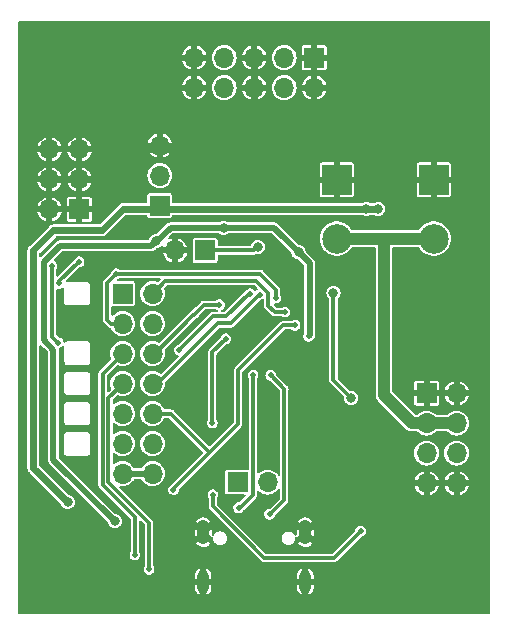
<source format=gbr>
%TF.GenerationSoftware,KiCad,Pcbnew,7.0.7-7.0.7~ubuntu23.04.1*%
%TF.CreationDate,2023-09-06T20:41:53+00:00*%
%TF.ProjectId,USBPDSINK01,55534250-4453-4494-9e4b-30312e6b6963,rev?*%
%TF.SameCoordinates,Original*%
%TF.FileFunction,Copper,L1,Top*%
%TF.FilePolarity,Positive*%
%FSLAX46Y46*%
G04 Gerber Fmt 4.6, Leading zero omitted, Abs format (unit mm)*
G04 Created by KiCad (PCBNEW 7.0.7-7.0.7~ubuntu23.04.1) date 2023-09-06 20:41:53*
%MOMM*%
%LPD*%
G01*
G04 APERTURE LIST*
%TA.AperFunction,ComponentPad*%
%ADD10R,2.500000X2.500000*%
%TD*%
%TA.AperFunction,ComponentPad*%
%ADD11C,2.500000*%
%TD*%
%TA.AperFunction,ComponentPad*%
%ADD12C,6.000000*%
%TD*%
%TA.AperFunction,ComponentPad*%
%ADD13R,1.700000X1.700000*%
%TD*%
%TA.AperFunction,ComponentPad*%
%ADD14O,1.700000X1.700000*%
%TD*%
%TA.AperFunction,ComponentPad*%
%ADD15O,1.000000X2.000000*%
%TD*%
%TA.AperFunction,ComponentPad*%
%ADD16O,1.050000X2.100000*%
%TD*%
%TA.AperFunction,ViaPad*%
%ADD17C,0.800000*%
%TD*%
%TA.AperFunction,ViaPad*%
%ADD18C,0.500000*%
%TD*%
%TA.AperFunction,Conductor*%
%ADD19C,0.600000*%
%TD*%
%TA.AperFunction,Conductor*%
%ADD20C,0.300000*%
%TD*%
%TA.AperFunction,Conductor*%
%ADD21C,0.500000*%
%TD*%
%TA.AperFunction,Conductor*%
%ADD22C,1.000000*%
%TD*%
G04 APERTURE END LIST*
D10*
%TO.P,J7,1*%
%TO.N,GND*%
X40600000Y42180000D03*
X32400000Y42180000D03*
D11*
%TO.P,J7,2*%
%TO.N,VDC*%
X40600000Y37180000D03*
X32400000Y37180000D03*
%TD*%
D12*
%TO.P,M3,1*%
%TO.N,GND*%
X10160000Y10160000D03*
%TD*%
D13*
%TO.P,J2,1*%
%TO.N,GND*%
X30475000Y52500000D03*
D14*
%TO.P,J2,2*%
X30475000Y49960000D03*
%TO.P,J2,3*%
%TO.N,/SDA*%
X27935000Y52500000D03*
%TO.P,J2,4*%
X27935000Y49960000D03*
%TO.P,J2,5*%
%TO.N,GND*%
X25395000Y52500000D03*
%TO.P,J2,6*%
X25395000Y49960000D03*
%TO.P,J2,7*%
%TO.N,/SCL*%
X22855000Y52500000D03*
%TO.P,J2,8*%
X22855000Y49960000D03*
%TO.P,J2,9*%
%TO.N,GND*%
X20315000Y52500000D03*
%TO.P,J2,10*%
X20315000Y49960000D03*
%TD*%
D13*
%TO.P,JP3,1,A*%
%TO.N,+3V3*%
X17400000Y39980000D03*
D14*
%TO.P,JP3,2,C*%
%TO.N,VCC*%
X17400000Y42520000D03*
%TO.P,JP3,3,B*%
%TO.N,GND*%
X17400000Y45060000D03*
%TD*%
D13*
%TO.P,J4,1*%
%TO.N,GND*%
X10600000Y39655000D03*
D14*
%TO.P,J4,2*%
X8060000Y39655000D03*
%TO.P,J4,3*%
X10600000Y42195000D03*
%TO.P,J4,4*%
X8060000Y42195000D03*
%TO.P,J4,5*%
X10600000Y44735000D03*
%TO.P,J4,6*%
X8060000Y44735000D03*
%TD*%
D13*
%TO.P,J5,1*%
%TO.N,Net-(J1-D+-PadA6)*%
X24000000Y16570000D03*
D14*
%TO.P,J5,2*%
%TO.N,Net-(J1-D--PadA7)*%
X26540000Y16570000D03*
%TD*%
D12*
%TO.P,M2,1*%
%TO.N,GND*%
X40640000Y50800000D03*
%TD*%
%TO.P,M1,1*%
%TO.N,GND*%
X10160000Y50800000D03*
%TD*%
D13*
%TO.P,J3,1*%
%TO.N,GND*%
X40000000Y24100000D03*
D14*
%TO.P,J3,2*%
X42540000Y24100000D03*
%TO.P,J3,3*%
%TO.N,VDC*%
X40000000Y21560000D03*
%TO.P,J3,4*%
X42540000Y21560000D03*
%TO.P,J3,5*%
X40000000Y19020000D03*
%TO.P,J3,6*%
X42540000Y19020000D03*
%TO.P,J3,7*%
%TO.N,GND*%
X40000000Y16480000D03*
%TO.P,J3,8*%
X42540000Y16480000D03*
%TD*%
D13*
%TO.P,J6,1*%
%TO.N,/ALERT*%
X14255000Y32525000D03*
D14*
%TO.P,J6,2*%
X16795000Y32525000D03*
%TO.P,J6,3*%
%TO.N,/SIDE*%
X14255000Y29985000D03*
%TO.P,J6,4*%
X16795000Y29985000D03*
%TO.P,J6,5*%
%TO.N,/ATTACH*%
X14255000Y27445000D03*
%TO.P,J6,6*%
X16795000Y27445000D03*
%TO.P,J6,7*%
%TO.N,/GPIO*%
X14255000Y24905000D03*
%TO.P,J6,8*%
X16795000Y24905000D03*
%TO.P,J6,9*%
%TO.N,/PWR_OK2*%
X14255000Y22365000D03*
%TO.P,J6,10*%
X16795000Y22365000D03*
%TO.P,J6,11*%
%TO.N,/PWR_OK3*%
X14255000Y19825000D03*
%TO.P,J6,12*%
X16795000Y19825000D03*
%TO.P,J6,13*%
%TO.N,/RESET*%
X14255000Y17285000D03*
%TO.P,J6,14*%
X16795000Y17285000D03*
%TD*%
D12*
%TO.P,M4,1*%
%TO.N,GND*%
X40640000Y10160000D03*
%TD*%
D13*
%TO.P,JP1,1,A*%
%TO.N,/ADDR0*%
X21240000Y36180000D03*
D14*
%TO.P,JP1,2,B*%
%TO.N,GND*%
X18700000Y36180000D03*
%TD*%
D15*
%TO.P,J1,G1,SHIELD*%
%TO.N,GND*%
X29720000Y8135000D03*
%TO.P,J1,G2,SHIELD*%
X21080000Y8135000D03*
D16*
%TO.P,J1,G3,SHIELD*%
X29720000Y12315000D03*
%TO.P,J1,G4,SHIELD*%
X21080000Y12315000D03*
%TD*%
D17*
%TO.N,GND*%
X29800000Y14150000D03*
X18000000Y31300000D03*
D18*
X25300000Y28400000D03*
X25300000Y29700000D03*
D17*
X26300000Y18200000D03*
X9400000Y30300000D03*
X23100000Y22050000D03*
D18*
X26700000Y29700000D03*
D17*
X26300000Y48100000D03*
X23900000Y11100000D03*
X19950000Y31450000D03*
X20800000Y27080000D03*
D18*
%TO.N,/ALERT*%
X27987500Y30962000D03*
%TO.N,Net-(D1-A)*%
X8900000Y33380000D03*
X10565061Y35218686D03*
%TO.N,/GPIO*%
X25853726Y32445614D03*
X16500000Y9180000D03*
%TO.N,/PWR_OK2*%
X18560000Y15930000D03*
X28850500Y29849500D03*
%TO.N,/PWR_OK3*%
X25062271Y32517729D03*
X19050000Y27750000D03*
%TO.N,/ATTACH*%
X15300000Y10400000D03*
X22450000Y31580000D03*
%TO.N,Net-(D5-A)*%
X8800000Y28380000D03*
X8270500Y34900000D03*
%TO.N,Net-(J1-CC1)*%
X26694401Y13842195D03*
X26800000Y25600000D03*
%TO.N,Net-(J1-CC2)*%
X24078000Y14400000D03*
X25300000Y25600000D03*
%TO.N,/SIDE*%
X13700000Y34200000D03*
X27230708Y32143175D03*
D17*
%TO.N,/ADDR0*%
X25700000Y36480000D03*
%TO.N,+3V3*%
X34900000Y39700000D03*
X9600000Y14870000D03*
X35900000Y39700000D03*
%TO.N,VCC*%
X22800000Y38100000D03*
X29150000Y36030000D03*
X17100000Y36984039D03*
D18*
X30000000Y28900000D03*
D17*
X13600000Y13250000D03*
D18*
%TO.N,/DISCH*%
X21850000Y21600000D03*
X34400000Y12400000D03*
X21900500Y15500000D03*
X23000000Y28700000D03*
D17*
%TO.N,/VBUS_EN_SINK*%
X32109500Y32600000D03*
X33600000Y23680000D03*
%TD*%
D19*
%TO.N,GND*%
X17400000Y44755000D02*
X15605000Y44755000D01*
X17400000Y44755000D02*
X21555000Y44755000D01*
X15605000Y44755000D02*
X13045000Y42195000D01*
X21555000Y44755000D02*
X25395000Y48595000D01*
X13045000Y42195000D02*
X8060000Y42195000D01*
X25395000Y48595000D02*
X25395000Y49960000D01*
X25395000Y49960000D02*
X25395000Y52500000D01*
D20*
%TO.N,/ALERT*%
X27987500Y30962000D02*
X27138000Y30962000D01*
X17870000Y33600000D02*
X16795000Y32525000D01*
X25555164Y33600000D02*
X17870000Y33600000D01*
X27138000Y30962000D02*
X26600000Y31500000D01*
X26600000Y31500000D02*
X26600000Y32555164D01*
X26600000Y32555164D02*
X25555164Y33600000D01*
%TO.N,Net-(D1-A)*%
X8900000Y33580000D02*
X10538686Y35218686D01*
X8900000Y33380000D02*
X8900000Y33580000D01*
X10538686Y35218686D02*
X10565061Y35218686D01*
%TO.N,/GPIO*%
X22300000Y30000000D02*
X17205000Y24905000D01*
X17205000Y24905000D02*
X16795000Y24905000D01*
X25837979Y32445614D02*
X23392365Y30000000D01*
X13055000Y16545000D02*
X13055000Y23705000D01*
X23392365Y30000000D02*
X22300000Y30000000D01*
X16500000Y9180000D02*
X16500000Y13100000D01*
X13055000Y23705000D02*
X14255000Y24905000D01*
X16500000Y13100000D02*
X13055000Y16545000D01*
X25853726Y32445614D02*
X25837979Y32445614D01*
%TO.N,/PWR_OK2*%
X24050000Y21500000D02*
X18560000Y16010000D01*
X18560000Y16010000D02*
X18560000Y15930000D01*
X24050000Y26050000D02*
X24050000Y21500000D01*
X18335000Y22365000D02*
X16795000Y22365000D01*
X28850500Y29849500D02*
X27849500Y29849500D01*
X21650000Y19100000D02*
X21600000Y19100000D01*
X21600000Y19100000D02*
X18335000Y22365000D01*
X27849500Y29849500D02*
X24050000Y26050000D01*
%TO.N,/PWR_OK3*%
X21925000Y30625000D02*
X19050000Y27750000D01*
X23028279Y30625000D02*
X21925000Y30625000D01*
X24921008Y32517729D02*
X23028279Y30625000D01*
X25062271Y32517729D02*
X24921008Y32517729D01*
%TO.N,/ATTACH*%
X12555000Y25745000D02*
X14255000Y27445000D01*
X22450000Y31580000D02*
X21130000Y31580000D01*
X16995000Y27445000D02*
X16795000Y27445000D01*
X15300000Y10400000D02*
X15300000Y13592894D01*
X21130000Y31580000D02*
X20700000Y31150000D01*
X20250000Y30700000D02*
X16995000Y27445000D01*
X12555000Y16337894D02*
X12555000Y25745000D01*
X20260661Y30700000D02*
X20250000Y30700000D01*
X15300000Y13592894D02*
X12555000Y16337894D01*
X20700000Y31150000D02*
X20700000Y31139339D01*
X20700000Y31139339D02*
X20260661Y30700000D01*
%TO.N,Net-(D5-A)*%
X8800000Y28380000D02*
X8300000Y28880000D01*
X8300000Y28880000D02*
X8300000Y34870500D01*
X8300000Y34870500D02*
X8270500Y34900000D01*
%TO.N,Net-(J1-CC1)*%
X26742195Y13842195D02*
X27950000Y15050000D01*
X27950000Y15050000D02*
X27950000Y24450000D01*
X27950000Y24450000D02*
X26800000Y25600000D01*
X26694401Y13842195D02*
X26742195Y13842195D01*
%TO.N,Net-(J1-CC2)*%
X24078000Y14400000D02*
X24189000Y14400000D01*
X25300000Y15511000D02*
X25300000Y25600000D01*
X24189000Y14400000D02*
X25300000Y15511000D01*
%TO.N,/SIDE*%
X13700000Y34200000D02*
X25900000Y34200000D01*
X13700000Y34200000D02*
X12955000Y33455000D01*
X27230708Y32869292D02*
X27230708Y32143175D01*
X13275000Y29985000D02*
X14255000Y29985000D01*
X12955000Y30305000D02*
X13275000Y29985000D01*
X25900000Y34200000D02*
X27230708Y32869292D01*
X12955000Y33455000D02*
X12955000Y30305000D01*
D21*
%TO.N,/RESET*%
X16795000Y17285000D02*
X14255000Y17285000D01*
D20*
%TO.N,/ADDR0*%
X25700000Y36480000D02*
X25400000Y36180000D01*
X25400000Y36180000D02*
X21240000Y36180000D01*
D19*
%TO.N,+3V3*%
X8400000Y37880000D02*
X6700000Y36180000D01*
X35875000Y39675000D02*
X14300000Y39675000D01*
X14300000Y39675000D02*
X12505000Y37880000D01*
X6700000Y36180000D02*
X6700000Y17770000D01*
X12505000Y37880000D02*
X8400000Y37880000D01*
X35900000Y39700000D02*
X35875000Y39675000D01*
X6700000Y17770000D02*
X9600000Y14870000D01*
D21*
%TO.N,VCC*%
X8400000Y18450000D02*
X13600000Y13250000D01*
X18320000Y38100000D02*
X22800000Y38100000D01*
X30100000Y35080000D02*
X27080000Y38100000D01*
X8960550Y36580000D02*
X7570500Y35189950D01*
X8400000Y27790050D02*
X8400000Y18450000D01*
X30100000Y29000000D02*
X30100000Y35080000D01*
X7570500Y28619550D02*
X8400000Y27790050D01*
X27080000Y38100000D02*
X22800000Y38100000D01*
X17204039Y36984039D02*
X18320000Y38100000D01*
X17100000Y36984039D02*
X16695961Y36580000D01*
X30000000Y28900000D02*
X30100000Y29000000D01*
X7570500Y35189950D02*
X7570500Y28619550D01*
X16695961Y36580000D02*
X8960550Y36580000D01*
X17100000Y36984039D02*
X17204039Y36984039D01*
D20*
%TO.N,/DISCH*%
X26265000Y10135000D02*
X32135000Y10135000D01*
X21850000Y21600000D02*
X21850000Y27550000D01*
X21900500Y15500000D02*
X21900500Y14499500D01*
X21850000Y27550000D02*
X23000000Y28700000D01*
X32135000Y10135000D02*
X34400000Y12400000D01*
X21900500Y14499500D02*
X26265000Y10135000D01*
%TO.N,/VBUS_EN_SINK*%
X32109500Y25170500D02*
X32109500Y32600000D01*
X33600000Y23680000D02*
X32109500Y25170500D01*
D22*
%TO.N,VDC*%
X38740000Y21560000D02*
X42540000Y21560000D01*
X36400000Y37080000D02*
X36400000Y23900000D01*
X32400000Y37180000D02*
X40600000Y37180000D01*
X36400000Y23900000D02*
X38740000Y21560000D01*
%TD*%
%TA.AperFunction,Conductor*%
%TO.N,GND*%
G36*
X45359191Y55581093D02*
G01*
X45395155Y55531593D01*
X45400000Y55501000D01*
X45400000Y5499000D01*
X45381093Y5440809D01*
X45331593Y5404845D01*
X45301000Y5400000D01*
X5499000Y5400000D01*
X5440809Y5418907D01*
X5404845Y5468407D01*
X5400000Y5499000D01*
X5400000Y7592649D01*
X20380000Y7592649D01*
X20395348Y7466252D01*
X20395351Y7466242D01*
X20455626Y7307310D01*
X20455628Y7307307D01*
X20552194Y7167406D01*
X20552199Y7167400D01*
X20679431Y7054682D01*
X20829954Y6975682D01*
X20829957Y6975681D01*
X20829999Y6975671D01*
X20830000Y6975672D01*
X20830000Y7363128D01*
X20848907Y7421319D01*
X20898407Y7457283D01*
X20956087Y7458349D01*
X21051840Y7431105D01*
X21163521Y7441454D01*
X21186873Y7453083D01*
X21247389Y7462095D01*
X21301647Y7433816D01*
X21328920Y7379045D01*
X21330000Y7364461D01*
X21330000Y6975671D01*
X21330042Y6975681D01*
X21330045Y6975682D01*
X21480568Y7054682D01*
X21480569Y7054682D01*
X21607800Y7167400D01*
X21607805Y7167406D01*
X21704371Y7307307D01*
X21704373Y7307310D01*
X21764648Y7466242D01*
X21764651Y7466252D01*
X21779999Y7592649D01*
X29020000Y7592649D01*
X29035348Y7466252D01*
X29035351Y7466242D01*
X29095626Y7307310D01*
X29095628Y7307307D01*
X29192194Y7167406D01*
X29192199Y7167400D01*
X29319431Y7054682D01*
X29469954Y6975682D01*
X29469957Y6975681D01*
X29469999Y6975671D01*
X29470000Y6975672D01*
X29470000Y7363128D01*
X29488907Y7421319D01*
X29538407Y7457283D01*
X29596087Y7458349D01*
X29691840Y7431105D01*
X29803521Y7441454D01*
X29826873Y7453083D01*
X29887389Y7462095D01*
X29941647Y7433816D01*
X29968920Y7379045D01*
X29970000Y7364461D01*
X29970000Y6975671D01*
X29970042Y6975681D01*
X29970045Y6975682D01*
X30120568Y7054682D01*
X30120569Y7054682D01*
X30247800Y7167400D01*
X30247805Y7167406D01*
X30344371Y7307307D01*
X30344373Y7307310D01*
X30404648Y7466242D01*
X30404651Y7466252D01*
X30419999Y7592649D01*
X30420000Y7592666D01*
X30420000Y7884999D01*
X30419999Y7885000D01*
X30119000Y7885000D01*
X30060809Y7903907D01*
X30024845Y7953407D01*
X30020000Y7984000D01*
X30020000Y8286000D01*
X30038907Y8344191D01*
X30088407Y8380155D01*
X30119000Y8385000D01*
X30419999Y8385000D01*
X30420000Y8385002D01*
X30420000Y8677335D01*
X30419999Y8677352D01*
X30404651Y8803749D01*
X30404648Y8803759D01*
X30344373Y8962691D01*
X30344371Y8962694D01*
X30247805Y9102595D01*
X30247800Y9102601D01*
X30120568Y9215319D01*
X29970053Y9294315D01*
X29970042Y9294319D01*
X29970000Y9294330D01*
X29970000Y8906873D01*
X29951093Y8848682D01*
X29901593Y8812718D01*
X29843908Y8811653D01*
X29748160Y8838895D01*
X29748159Y8838895D01*
X29636479Y8828546D01*
X29636478Y8828546D01*
X29613127Y8816918D01*
X29552609Y8807906D01*
X29498352Y8836187D01*
X29471080Y8890958D01*
X29470000Y8905540D01*
X29470000Y9294330D01*
X29469957Y9294319D01*
X29469946Y9294315D01*
X29319431Y9215319D01*
X29319430Y9215319D01*
X29192199Y9102601D01*
X29192194Y9102595D01*
X29095628Y8962694D01*
X29095626Y8962691D01*
X29035351Y8803759D01*
X29035348Y8803749D01*
X29020000Y8677352D01*
X29020000Y8385001D01*
X29020001Y8385000D01*
X29321000Y8385000D01*
X29379191Y8366093D01*
X29415155Y8316593D01*
X29420000Y8286000D01*
X29420000Y7984000D01*
X29401093Y7925809D01*
X29351593Y7889845D01*
X29321000Y7885000D01*
X29020001Y7885000D01*
X29020000Y7884999D01*
X29020000Y7592649D01*
X21779999Y7592649D01*
X21780000Y7592666D01*
X21780000Y7884999D01*
X21779999Y7885000D01*
X21479000Y7885000D01*
X21420809Y7903907D01*
X21384845Y7953407D01*
X21380000Y7984000D01*
X21380000Y8286000D01*
X21398907Y8344191D01*
X21448407Y8380155D01*
X21479000Y8385000D01*
X21779999Y8385000D01*
X21780000Y8385002D01*
X21780000Y8677335D01*
X21779999Y8677352D01*
X21764651Y8803749D01*
X21764648Y8803759D01*
X21704373Y8962691D01*
X21704371Y8962694D01*
X21607805Y9102595D01*
X21607800Y9102601D01*
X21480568Y9215319D01*
X21330053Y9294315D01*
X21330042Y9294319D01*
X21330000Y9294330D01*
X21330000Y8906873D01*
X21311093Y8848682D01*
X21261593Y8812718D01*
X21203908Y8811653D01*
X21108160Y8838895D01*
X21108159Y8838895D01*
X20996479Y8828546D01*
X20996478Y8828546D01*
X20973127Y8816918D01*
X20912609Y8807906D01*
X20858352Y8836187D01*
X20831080Y8890958D01*
X20830000Y8905540D01*
X20830000Y9294330D01*
X20829957Y9294319D01*
X20829946Y9294315D01*
X20679431Y9215319D01*
X20679430Y9215319D01*
X20552199Y9102601D01*
X20552194Y9102595D01*
X20455628Y8962694D01*
X20455626Y8962691D01*
X20395351Y8803759D01*
X20395348Y8803749D01*
X20380000Y8677352D01*
X20380000Y8385001D01*
X20380001Y8385000D01*
X20681000Y8385000D01*
X20739191Y8366093D01*
X20775155Y8316593D01*
X20780000Y8286000D01*
X20780000Y7984000D01*
X20761093Y7925809D01*
X20711593Y7889845D01*
X20681000Y7885000D01*
X20380001Y7885000D01*
X20380000Y7884999D01*
X20380000Y7592649D01*
X5400000Y7592649D01*
X5400000Y17806075D01*
X6195640Y17806075D01*
X6199374Y17753882D01*
X6199500Y17750349D01*
X6199500Y17734201D01*
X6201798Y17718212D01*
X6202176Y17714699D01*
X6205908Y17662517D01*
X6208533Y17655480D01*
X6213764Y17634986D01*
X6214834Y17627546D01*
X6214835Y17627542D01*
X6236569Y17579951D01*
X6237921Y17576686D01*
X6256202Y17527673D01*
X6256203Y17527672D01*
X6256204Y17527669D01*
X6259918Y17522707D01*
X6260708Y17521652D01*
X6271501Y17503462D01*
X6274623Y17496627D01*
X6308888Y17457083D01*
X6311080Y17454364D01*
X6320779Y17441407D01*
X6320781Y17441405D01*
X6332211Y17429974D01*
X6334610Y17427397D01*
X6351161Y17408297D01*
X6368873Y17387856D01*
X6375183Y17383801D01*
X6391666Y17370520D01*
X8986039Y14776148D01*
X9013816Y14721631D01*
X9014187Y14719071D01*
X9014954Y14713243D01*
X9014956Y14713238D01*
X9075462Y14567162D01*
X9075462Y14567161D01*
X9171713Y14441724D01*
X9171718Y14441718D01*
X9297159Y14345464D01*
X9297160Y14345464D01*
X9297161Y14345463D01*
X9423779Y14293016D01*
X9443238Y14284956D01*
X9543366Y14271774D01*
X9599999Y14264318D01*
X9600000Y14264318D01*
X9600001Y14264318D01*
X9631352Y14268446D01*
X9756762Y14284956D01*
X9902841Y14345464D01*
X10028282Y14441718D01*
X10124536Y14567159D01*
X10185044Y14713238D01*
X10205682Y14870000D01*
X10204250Y14880874D01*
X10196067Y14943034D01*
X10185044Y15026762D01*
X10124537Y15172839D01*
X10124537Y15172840D01*
X10028286Y15298277D01*
X10028285Y15298278D01*
X10028282Y15298282D01*
X10028277Y15298286D01*
X10028276Y15298287D01*
X9932504Y15371775D01*
X9902841Y15394536D01*
X9902840Y15394537D01*
X9902838Y15394538D01*
X9756762Y15455044D01*
X9756757Y15455046D01*
X9750929Y15455813D01*
X9695705Y15482157D01*
X9693852Y15483961D01*
X7229496Y17948318D01*
X7201719Y18002835D01*
X7200500Y18018322D01*
X7200500Y28113439D01*
X7219407Y28171630D01*
X7268907Y28207594D01*
X7330093Y28207594D01*
X7369501Y28183445D01*
X7623447Y27929500D01*
X7920504Y27632443D01*
X7948281Y27577926D01*
X7949500Y27562439D01*
X7949500Y18478087D01*
X7949189Y18472541D01*
X7944730Y18432966D01*
X7944730Y18432964D01*
X7955788Y18374521D01*
X7964652Y18315713D01*
X7966840Y18308619D01*
X7966417Y18308489D01*
X7967109Y18306387D01*
X7967526Y18306532D01*
X7969975Y18299532D01*
X7997777Y18246927D01*
X8023574Y18193359D01*
X8027753Y18187230D01*
X8027389Y18186983D01*
X8028677Y18185169D01*
X8029030Y18185429D01*
X8033431Y18179465D01*
X8075496Y18137400D01*
X8115944Y18093806D01*
X8121743Y18089182D01*
X8121467Y18088837D01*
X8132600Y18080296D01*
X12975318Y13237579D01*
X13003095Y13183062D01*
X13003467Y13180498D01*
X13014956Y13093238D01*
X13075462Y12947162D01*
X13075462Y12947161D01*
X13171713Y12821724D01*
X13171718Y12821718D01*
X13297159Y12725464D01*
X13297160Y12725464D01*
X13297161Y12725463D01*
X13443233Y12664958D01*
X13443238Y12664956D01*
X13560809Y12649478D01*
X13599999Y12644318D01*
X13600000Y12644318D01*
X13600001Y12644318D01*
X13631352Y12648446D01*
X13756762Y12664956D01*
X13902841Y12725464D01*
X14028282Y12821718D01*
X14124536Y12947159D01*
X14185044Y13093238D01*
X14205682Y13250000D01*
X14185044Y13406762D01*
X14147158Y13498227D01*
X14124537Y13552839D01*
X14124537Y13552840D01*
X14028286Y13678277D01*
X14028285Y13678278D01*
X14028282Y13678282D01*
X14028277Y13678286D01*
X14028276Y13678287D01*
X13902838Y13774538D01*
X13756762Y13835044D01*
X13669502Y13846533D01*
X13614277Y13872875D01*
X13612421Y13874682D01*
X11134523Y16352581D01*
X12199957Y16352581D01*
X12204120Y16319185D01*
X12204500Y16313057D01*
X12204500Y16308856D01*
X12208087Y16287353D01*
X12214425Y16236506D01*
X12216527Y16229446D01*
X12218907Y16222514D01*
X12243295Y16177450D01*
X12265801Y16131412D01*
X12270078Y16125422D01*
X12274579Y16119639D01*
X12312275Y16084936D01*
X14920504Y13476708D01*
X14948281Y13422191D01*
X14949500Y13406704D01*
X14949500Y10720360D01*
X14930593Y10662169D01*
X14925321Y10655531D01*
X14917118Y10646065D01*
X14917117Y10646064D01*
X14863302Y10528226D01*
X14844867Y10400003D01*
X14844867Y10399998D01*
X14863302Y10271775D01*
X14917117Y10153939D01*
X14917118Y10153937D01*
X15001951Y10056033D01*
X15001952Y10056032D01*
X15110926Y9985999D01*
X15110931Y9985996D01*
X15235228Y9949500D01*
X15235230Y9949500D01*
X15364770Y9949500D01*
X15364772Y9949500D01*
X15489069Y9985996D01*
X15598049Y10056033D01*
X15682882Y10153937D01*
X15736697Y10271774D01*
X15755133Y10400000D01*
X15736697Y10528226D01*
X15682882Y10646063D01*
X15682882Y10646064D01*
X15682881Y10646065D01*
X15674679Y10655531D01*
X15650863Y10711891D01*
X15650500Y10720360D01*
X15650500Y13214811D01*
X15669407Y13273002D01*
X15718907Y13308966D01*
X15780093Y13308966D01*
X15819504Y13284814D01*
X16120504Y12983813D01*
X16148281Y12929297D01*
X16149500Y12913810D01*
X16149500Y9500360D01*
X16130593Y9442169D01*
X16125321Y9435531D01*
X16117118Y9426065D01*
X16117117Y9426064D01*
X16063302Y9308226D01*
X16044867Y9180003D01*
X16044867Y9179998D01*
X16063302Y9051775D01*
X16103985Y8962694D01*
X16117118Y8933937D01*
X16140569Y8906873D01*
X16201952Y8836032D01*
X16252170Y8803759D01*
X16310931Y8765996D01*
X16435228Y8729500D01*
X16435230Y8729500D01*
X16564770Y8729500D01*
X16564772Y8729500D01*
X16689069Y8765996D01*
X16798049Y8836033D01*
X16882882Y8933937D01*
X16936697Y9051774D01*
X16955133Y9180000D01*
X16936697Y9308226D01*
X16882882Y9426063D01*
X16882882Y9426064D01*
X16882881Y9426065D01*
X16874679Y9435531D01*
X16850863Y9491891D01*
X16850500Y9500360D01*
X16850500Y11943556D01*
X20355000Y11943556D01*
X20610996Y12199551D01*
X20665513Y12227328D01*
X20725945Y12217757D01*
X20769210Y12174492D01*
X20780000Y12129547D01*
X20780000Y11737199D01*
X20782341Y11724675D01*
X20774449Y11664001D01*
X20755031Y11636481D01*
X20488508Y11369957D01*
X20520835Y11320808D01*
X20644110Y11204503D01*
X20644110Y11204502D01*
X20790886Y11119762D01*
X20953244Y11071154D01*
X20953243Y11071154D01*
X21122442Y11061300D01*
X21289342Y11090728D01*
X21444968Y11157858D01*
X21580909Y11259063D01*
X21672833Y11368614D01*
X21408996Y11632452D01*
X21381219Y11686968D01*
X21380000Y11702455D01*
X21380000Y12129547D01*
X21398907Y12187738D01*
X21448407Y12223702D01*
X21509593Y12223702D01*
X21549004Y12199550D01*
X21807737Y11940816D01*
X21857193Y11944708D01*
X21909362Y11912738D01*
X21932777Y11856211D01*
X21932235Y11835523D01*
X21929534Y11815004D01*
X21929534Y11815000D01*
X21946389Y11686968D01*
X21949313Y11664764D01*
X22007302Y11524767D01*
X22099549Y11404549D01*
X22219767Y11312302D01*
X22359764Y11254313D01*
X22472280Y11239500D01*
X22472281Y11239500D01*
X22547719Y11239500D01*
X22547720Y11239500D01*
X22660236Y11254313D01*
X22800233Y11312302D01*
X22920451Y11404549D01*
X23012698Y11524767D01*
X23070687Y11664764D01*
X23090466Y11815000D01*
X23090465Y11815004D01*
X23079844Y11895680D01*
X23070687Y11965236D01*
X23012698Y12105233D01*
X22920451Y12225451D01*
X22800233Y12317698D01*
X22660236Y12375687D01*
X22660234Y12375688D01*
X22660232Y12375688D01*
X22547720Y12390500D01*
X22472280Y12390500D01*
X22472279Y12390500D01*
X22359767Y12375688D01*
X22359761Y12375686D01*
X22219768Y12317699D01*
X22099551Y12225453D01*
X22099547Y12225449D01*
X22007302Y12105233D01*
X21995464Y12076654D01*
X21955727Y12030129D01*
X21896232Y12015846D01*
X21839704Y12039261D01*
X21807735Y12091431D01*
X21805000Y12114541D01*
X21805000Y12686448D01*
X21549003Y12430451D01*
X21494487Y12402674D01*
X21434055Y12412245D01*
X21390790Y12455510D01*
X21380000Y12500455D01*
X21380000Y12892799D01*
X21380000Y12892800D01*
X21380000Y12892802D01*
X21377658Y12905328D01*
X21385549Y12965999D01*
X21404968Y12993523D01*
X21671489Y13260045D01*
X21639161Y13309196D01*
X21515889Y13425498D01*
X21515889Y13425499D01*
X21369113Y13510239D01*
X21206755Y13558847D01*
X21206756Y13558847D01*
X21037557Y13568701D01*
X20870657Y13539273D01*
X20715031Y13472143D01*
X20579089Y13370938D01*
X20487165Y13261388D01*
X20751004Y12997549D01*
X20778781Y12943032D01*
X20780000Y12927545D01*
X20780000Y12500454D01*
X20761093Y12442263D01*
X20711593Y12406299D01*
X20650407Y12406299D01*
X20610996Y12430450D01*
X20355000Y12686446D01*
X20355000Y11943556D01*
X16850500Y11943556D01*
X16850500Y13053382D01*
X16852607Y13073698D01*
X16852617Y13073747D01*
X16855043Y13085315D01*
X16850879Y13118712D01*
X16850500Y13124838D01*
X16850500Y13129041D01*
X16846912Y13150541D01*
X16844624Y13168895D01*
X16840573Y13201393D01*
X16840572Y13201395D01*
X16840572Y13201397D01*
X16838479Y13208425D01*
X16836092Y13215378D01*
X16836092Y13215381D01*
X16811702Y13260450D01*
X16789198Y13306483D01*
X16789195Y13306486D01*
X16784916Y13312479D01*
X16780420Y13318256D01*
X16742712Y13352970D01*
X14019442Y16076240D01*
X13991665Y16130757D01*
X14001236Y16191189D01*
X14044501Y16234454D01*
X14099150Y16244767D01*
X14254997Y16229417D01*
X14255000Y16229417D01*
X14255003Y16229417D01*
X14460929Y16249699D01*
X14460934Y16249700D01*
X14460933Y16249700D01*
X14658954Y16309768D01*
X14841450Y16407315D01*
X15001410Y16538590D01*
X15132685Y16698550D01*
X15177380Y16782170D01*
X15221485Y16824575D01*
X15264690Y16834500D01*
X15785310Y16834500D01*
X15843501Y16815593D01*
X15872618Y16782171D01*
X15917315Y16698550D01*
X16048590Y16538590D01*
X16048595Y16538586D01*
X16208547Y16407317D01*
X16208548Y16407317D01*
X16208550Y16407315D01*
X16391046Y16309768D01*
X16521631Y16270156D01*
X16589065Y16249700D01*
X16589070Y16249699D01*
X16794997Y16229417D01*
X16795000Y16229417D01*
X16795003Y16229417D01*
X17000929Y16249699D01*
X17000934Y16249700D01*
X17000934Y16249701D01*
X17198954Y16309768D01*
X17381450Y16407315D01*
X17541410Y16538590D01*
X17672685Y16698550D01*
X17770232Y16881046D01*
X17830300Y17079066D01*
X17830301Y17079071D01*
X17850583Y17284997D01*
X17850583Y17285004D01*
X17830301Y17490930D01*
X17830300Y17490935D01*
X17803297Y17579951D01*
X17770232Y17688954D01*
X17672685Y17871450D01*
X17609601Y17948318D01*
X17541414Y18031405D01*
X17541410Y18031410D01*
X17471435Y18088837D01*
X17381452Y18162684D01*
X17198954Y18260232D01*
X17000934Y18320301D01*
X17000929Y18320302D01*
X16795003Y18340583D01*
X16794997Y18340583D01*
X16589070Y18320302D01*
X16589065Y18320301D01*
X16391045Y18260232D01*
X16208547Y18162684D01*
X16048595Y18031415D01*
X16048585Y18031405D01*
X15917315Y17871451D01*
X15900449Y17839898D01*
X15872619Y17787831D01*
X15828515Y17745425D01*
X15785310Y17735500D01*
X15264690Y17735500D01*
X15206499Y17754407D01*
X15177381Y17787830D01*
X15132685Y17871450D01*
X15001410Y18031410D01*
X14931435Y18088837D01*
X14841452Y18162684D01*
X14658954Y18260232D01*
X14460934Y18320301D01*
X14460929Y18320302D01*
X14255003Y18340583D01*
X14254997Y18340583D01*
X14049070Y18320302D01*
X14049065Y18320301D01*
X13851045Y18260232D01*
X13668547Y18162684D01*
X13668547Y18162683D01*
X13567305Y18079596D01*
X13510328Y18057296D01*
X13451125Y18072745D01*
X13412310Y18120042D01*
X13405500Y18156124D01*
X13405500Y18953877D01*
X13424407Y19012068D01*
X13473907Y19048032D01*
X13535093Y19048032D01*
X13567301Y19030407D01*
X13604860Y18999584D01*
X13668547Y18947317D01*
X13668548Y18947317D01*
X13668550Y18947315D01*
X13851046Y18849768D01*
X13967179Y18814540D01*
X14049065Y18789700D01*
X14049070Y18789699D01*
X14254997Y18769417D01*
X14255000Y18769417D01*
X14255003Y18769417D01*
X14460929Y18789699D01*
X14460934Y18789700D01*
X14467310Y18791634D01*
X14658954Y18849768D01*
X14841450Y18947315D01*
X15001410Y19078590D01*
X15132685Y19238550D01*
X15230232Y19421046D01*
X15290300Y19619066D01*
X15290301Y19619071D01*
X15310583Y19824997D01*
X15739417Y19824997D01*
X15759698Y19619071D01*
X15759699Y19619066D01*
X15819768Y19421046D01*
X15917316Y19238548D01*
X15991154Y19148576D01*
X16048590Y19078590D01*
X16077838Y19054587D01*
X16208547Y18947317D01*
X16208548Y18947317D01*
X16208550Y18947315D01*
X16391046Y18849768D01*
X16507179Y18814540D01*
X16589065Y18789700D01*
X16589070Y18789699D01*
X16794997Y18769417D01*
X16795000Y18769417D01*
X16795003Y18769417D01*
X17000929Y18789699D01*
X17000934Y18789700D01*
X17007310Y18791634D01*
X17198954Y18849768D01*
X17381450Y18947315D01*
X17541410Y19078590D01*
X17672685Y19238550D01*
X17770232Y19421046D01*
X17830300Y19619066D01*
X17830301Y19619071D01*
X17850583Y19824997D01*
X17850583Y19825004D01*
X17830301Y20030930D01*
X17830300Y20030935D01*
X17812078Y20091004D01*
X17770232Y20228954D01*
X17672685Y20411450D01*
X17662758Y20423546D01*
X17541414Y20571405D01*
X17541410Y20571410D01*
X17502351Y20603465D01*
X17381452Y20702684D01*
X17198954Y20800232D01*
X17000934Y20860301D01*
X17000929Y20860302D01*
X16795003Y20880583D01*
X16794997Y20880583D01*
X16589070Y20860302D01*
X16589065Y20860301D01*
X16391045Y20800232D01*
X16208547Y20702684D01*
X16048595Y20571415D01*
X16048585Y20571405D01*
X15917316Y20411453D01*
X15819768Y20228955D01*
X15759699Y20030935D01*
X15759698Y20030930D01*
X15739417Y19825004D01*
X15739417Y19824997D01*
X15310583Y19824997D01*
X15310583Y19825004D01*
X15290301Y20030930D01*
X15290300Y20030935D01*
X15272078Y20091004D01*
X15230232Y20228954D01*
X15132685Y20411450D01*
X15122758Y20423546D01*
X15001414Y20571405D01*
X15001410Y20571410D01*
X14962351Y20603465D01*
X14841452Y20702684D01*
X14658954Y20800232D01*
X14460934Y20860301D01*
X14460929Y20860302D01*
X14255003Y20880583D01*
X14254997Y20880583D01*
X14049070Y20860302D01*
X14049065Y20860301D01*
X13851045Y20800232D01*
X13668547Y20702684D01*
X13668547Y20702683D01*
X13567305Y20619596D01*
X13510328Y20597296D01*
X13451125Y20612745D01*
X13412310Y20660042D01*
X13405500Y20696124D01*
X13405500Y21493877D01*
X13424407Y21552068D01*
X13473907Y21588032D01*
X13535093Y21588032D01*
X13567301Y21570407D01*
X13610037Y21535335D01*
X13668547Y21487317D01*
X13668548Y21487317D01*
X13668550Y21487315D01*
X13851046Y21389768D01*
X13980757Y21350421D01*
X14049065Y21329700D01*
X14049070Y21329699D01*
X14254997Y21309417D01*
X14255000Y21309417D01*
X14255003Y21309417D01*
X14460929Y21329699D01*
X14460934Y21329700D01*
X14464804Y21330874D01*
X14658954Y21389768D01*
X14841450Y21487315D01*
X15001410Y21618590D01*
X15132685Y21778550D01*
X15230232Y21961046D01*
X15290300Y22159066D01*
X15290301Y22159071D01*
X15310583Y22364997D01*
X15739417Y22364997D01*
X15759698Y22159071D01*
X15759699Y22159066D01*
X15819768Y21961046D01*
X15917316Y21778548D01*
X16015675Y21658697D01*
X16048590Y21618590D01*
X16057589Y21611205D01*
X16208547Y21487317D01*
X16208548Y21487317D01*
X16208550Y21487315D01*
X16391046Y21389768D01*
X16520757Y21350421D01*
X16589065Y21329700D01*
X16589070Y21329699D01*
X16794997Y21309417D01*
X16795000Y21309417D01*
X16795003Y21309417D01*
X17000929Y21329699D01*
X17000934Y21329700D01*
X17004804Y21330874D01*
X17198954Y21389768D01*
X17381450Y21487315D01*
X17541410Y21618590D01*
X17672685Y21778550D01*
X17770232Y21961046D01*
X17770232Y21961048D01*
X17770832Y21962169D01*
X17814938Y22004575D01*
X17858142Y22014500D01*
X18148810Y22014500D01*
X18207001Y21995593D01*
X18218814Y21985504D01*
X21059313Y19145005D01*
X21087090Y19090488D01*
X21077519Y19030056D01*
X21059313Y19004997D01*
X18427573Y16373257D01*
X18385463Y16348272D01*
X18370932Y16344005D01*
X18370931Y16344005D01*
X18261952Y16273969D01*
X18177117Y16176062D01*
X18123302Y16058226D01*
X18104867Y15930003D01*
X18104867Y15929998D01*
X18123302Y15801775D01*
X18155303Y15731704D01*
X18177118Y15683937D01*
X18254382Y15594768D01*
X18261952Y15586032D01*
X18367453Y15518231D01*
X18370931Y15515996D01*
X18495228Y15479500D01*
X18495230Y15479500D01*
X18624770Y15479500D01*
X18624772Y15479500D01*
X18694583Y15499998D01*
X21445367Y15499998D01*
X21463802Y15371775D01*
X21517618Y15253937D01*
X21525817Y15244475D01*
X21549637Y15188117D01*
X21550000Y15179642D01*
X21550000Y14546119D01*
X21547893Y14525804D01*
X21545457Y14514187D01*
X21549620Y14480791D01*
X21550000Y14474663D01*
X21550000Y14470462D01*
X21553587Y14448959D01*
X21559925Y14398112D01*
X21562027Y14391052D01*
X21564407Y14384120D01*
X21588795Y14339056D01*
X21611301Y14293018D01*
X21615578Y14287028D01*
X21620079Y14281245D01*
X21657775Y14246542D01*
X25984199Y9920119D01*
X25997074Y9904263D01*
X26003563Y9894331D01*
X26030110Y9873668D01*
X26034708Y9869608D01*
X26037690Y9866627D01*
X26037693Y9866625D01*
X26055438Y9853956D01*
X26095874Y9822483D01*
X26095878Y9822482D01*
X26102354Y9818978D01*
X26108934Y9815760D01*
X26158045Y9801139D01*
X26206512Y9784500D01*
X26206516Y9784500D01*
X26213736Y9783295D01*
X26221039Y9782385D01*
X26221046Y9782383D01*
X26272231Y9784500D01*
X32088381Y9784500D01*
X32108696Y9782393D01*
X32110844Y9781943D01*
X32120315Y9779957D01*
X32153712Y9784121D01*
X32159837Y9784500D01*
X32164041Y9784500D01*
X32174790Y9786294D01*
X32185540Y9788088D01*
X32236393Y9794427D01*
X32236396Y9794429D01*
X32243429Y9796523D01*
X32250377Y9798908D01*
X32250381Y9798908D01*
X32295444Y9823296D01*
X32341484Y9845802D01*
X32347470Y9850077D01*
X32353256Y9854580D01*
X32370828Y9873668D01*
X32387957Y9892276D01*
X34419173Y11923492D01*
X34461284Y11948476D01*
X34464771Y11949500D01*
X34464772Y11949500D01*
X34589069Y11985996D01*
X34698049Y12056033D01*
X34782882Y12153937D01*
X34836697Y12271774D01*
X34851637Y12375686D01*
X34855133Y12399998D01*
X34855133Y12400003D01*
X34836697Y12528226D01*
X34836695Y12528230D01*
X34782882Y12646063D01*
X34698049Y12743967D01*
X34698048Y12743968D01*
X34698047Y12743969D01*
X34589073Y12814002D01*
X34589070Y12814004D01*
X34589069Y12814004D01*
X34562811Y12821714D01*
X34464774Y12850500D01*
X34464772Y12850500D01*
X34335228Y12850500D01*
X34335225Y12850500D01*
X34210933Y12814005D01*
X34210926Y12814002D01*
X34101952Y12743969D01*
X34017117Y12646062D01*
X33963304Y12528230D01*
X33963303Y12528228D01*
X33956364Y12479971D01*
X33929366Y12425064D01*
X33928376Y12424059D01*
X32018814Y10514496D01*
X31964297Y10486719D01*
X31948810Y10485500D01*
X26451190Y10485500D01*
X26392999Y10504407D01*
X26381186Y10514496D01*
X25080682Y11815000D01*
X27709534Y11815000D01*
X27726389Y11686968D01*
X27729313Y11664764D01*
X27787302Y11524767D01*
X27879549Y11404549D01*
X27999767Y11312302D01*
X28139764Y11254313D01*
X28252280Y11239500D01*
X28252281Y11239500D01*
X28327719Y11239500D01*
X28327720Y11239500D01*
X28440236Y11254313D01*
X28580233Y11312302D01*
X28700451Y11404549D01*
X28792698Y11524767D01*
X28850687Y11664764D01*
X28870466Y11815000D01*
X28867764Y11835521D01*
X28878913Y11895680D01*
X28923295Y11937798D01*
X28983957Y11945786D01*
X28994198Y11942753D01*
X29250996Y12199550D01*
X29305513Y12227327D01*
X29365945Y12217756D01*
X29409210Y12174491D01*
X29420000Y12129546D01*
X29420000Y11737199D01*
X29422341Y11724675D01*
X29414449Y11664001D01*
X29395031Y11636481D01*
X29128508Y11369957D01*
X29160835Y11320808D01*
X29284110Y11204503D01*
X29284110Y11204502D01*
X29430886Y11119762D01*
X29593244Y11071154D01*
X29593243Y11071154D01*
X29762442Y11061300D01*
X29929342Y11090728D01*
X30084968Y11157858D01*
X30220909Y11259063D01*
X30312833Y11368614D01*
X30048996Y11632452D01*
X30021219Y11686968D01*
X30020000Y11702455D01*
X30020000Y12129547D01*
X30038907Y12187738D01*
X30088407Y12223702D01*
X30149593Y12223702D01*
X30189004Y12199550D01*
X30445000Y11943554D01*
X30445000Y12686448D01*
X30189003Y12430451D01*
X30134487Y12402674D01*
X30074055Y12412245D01*
X30030790Y12455510D01*
X30020000Y12500455D01*
X30020000Y12892799D01*
X30020000Y12892800D01*
X30020000Y12892802D01*
X30017658Y12905328D01*
X30025549Y12965999D01*
X30044968Y12993523D01*
X30311489Y13260045D01*
X30279161Y13309196D01*
X30155889Y13425498D01*
X30155889Y13425499D01*
X30009113Y13510239D01*
X29846755Y13558847D01*
X29846756Y13558847D01*
X29677557Y13568701D01*
X29510657Y13539273D01*
X29355031Y13472143D01*
X29219089Y13370938D01*
X29127165Y13261388D01*
X29391004Y12997549D01*
X29418781Y12943032D01*
X29420000Y12927545D01*
X29420000Y12500454D01*
X29401093Y12442263D01*
X29351593Y12406299D01*
X29290407Y12406299D01*
X29250996Y12430450D01*
X28995000Y12686446D01*
X28995000Y12114541D01*
X28976093Y12056350D01*
X28926593Y12020386D01*
X28865407Y12020386D01*
X28815907Y12056350D01*
X28804536Y12076654D01*
X28798415Y12091431D01*
X28792698Y12105233D01*
X28700451Y12225451D01*
X28580233Y12317698D01*
X28440236Y12375687D01*
X28440234Y12375688D01*
X28440232Y12375688D01*
X28327720Y12390500D01*
X28252280Y12390500D01*
X28252279Y12390500D01*
X28139767Y12375688D01*
X28139761Y12375686D01*
X27999768Y12317699D01*
X27879551Y12225453D01*
X27879547Y12225449D01*
X27787301Y12105232D01*
X27729314Y11965239D01*
X27729312Y11965233D01*
X27709534Y11815001D01*
X27709534Y11815000D01*
X25080682Y11815000D01*
X22279996Y14615686D01*
X22252219Y14670203D01*
X22251000Y14685690D01*
X22251000Y15179642D01*
X22269907Y15237833D01*
X22275183Y15244475D01*
X22283382Y15253937D01*
X22337197Y15371774D01*
X22349873Y15459936D01*
X22355633Y15499998D01*
X22355633Y15500003D01*
X22337197Y15628226D01*
X22304303Y15700252D01*
X22304302Y15700254D01*
X22949500Y15700254D01*
X22949501Y15700242D01*
X22961132Y15641773D01*
X22961134Y15641767D01*
X22998375Y15586033D01*
X23005448Y15575448D01*
X23071769Y15531133D01*
X23116231Y15522289D01*
X23130241Y15519502D01*
X23130246Y15519502D01*
X23130252Y15519500D01*
X24573810Y15519500D01*
X24632001Y15500593D01*
X24667965Y15451093D01*
X24667965Y15389907D01*
X24643813Y15350496D01*
X24172812Y14879496D01*
X24118296Y14851719D01*
X24102809Y14850500D01*
X24013225Y14850500D01*
X23888933Y14814005D01*
X23888926Y14814002D01*
X23779952Y14743969D01*
X23695117Y14646062D01*
X23641302Y14528226D01*
X23622867Y14400003D01*
X23622867Y14399998D01*
X23641302Y14271775D01*
X23652826Y14246542D01*
X23695118Y14153937D01*
X23779951Y14056033D01*
X23779952Y14056032D01*
X23888926Y13985999D01*
X23888931Y13985996D01*
X24013228Y13949500D01*
X24013230Y13949500D01*
X24142770Y13949500D01*
X24142772Y13949500D01*
X24267069Y13985996D01*
X24376049Y14056033D01*
X24460882Y14153937D01*
X24472174Y14178666D01*
X24492221Y14207541D01*
X25514884Y15230204D01*
X25530734Y15243074D01*
X25540669Y15249563D01*
X25561338Y15276121D01*
X25565388Y15280708D01*
X25568375Y15283693D01*
X25578787Y15298277D01*
X25581041Y15301434D01*
X25612516Y15341873D01*
X25616008Y15348327D01*
X25619237Y15354931D01*
X25619237Y15354932D01*
X25619239Y15354934D01*
X25633856Y15404034D01*
X25650500Y15452512D01*
X25650500Y15452516D01*
X25651706Y15459741D01*
X25652617Y15467046D01*
X25650500Y15518231D01*
X25650500Y15731704D01*
X25669407Y15789895D01*
X25718907Y15825859D01*
X25780093Y15825859D01*
X25812301Y15808234D01*
X25888059Y15746062D01*
X25953547Y15692317D01*
X25953548Y15692317D01*
X25953550Y15692315D01*
X26136046Y15594768D01*
X26273997Y15552922D01*
X26334065Y15534700D01*
X26334070Y15534699D01*
X26539997Y15514417D01*
X26540000Y15514417D01*
X26540003Y15514417D01*
X26745929Y15534699D01*
X26745934Y15534700D01*
X26745934Y15534701D01*
X26943954Y15594768D01*
X27126450Y15692315D01*
X27286410Y15823590D01*
X27417685Y15983550D01*
X27417691Y15983563D01*
X27418177Y15984288D01*
X27418499Y15984543D01*
X27420771Y15987310D01*
X27421377Y15986812D01*
X27466222Y16022173D01*
X27527360Y16024584D01*
X27578238Y15990598D01*
X27599423Y15933197D01*
X27599500Y15929297D01*
X27599500Y15236190D01*
X27580593Y15177999D01*
X27570504Y15166186D01*
X26726009Y14321691D01*
X26671492Y14293914D01*
X26656005Y14292695D01*
X26629626Y14292695D01*
X26505334Y14256200D01*
X26505327Y14256197D01*
X26396353Y14186164D01*
X26311518Y14088257D01*
X26257703Y13970421D01*
X26239268Y13842198D01*
X26239268Y13842193D01*
X26257703Y13713970D01*
X26274004Y13678277D01*
X26311519Y13596132D01*
X26349032Y13552839D01*
X26396353Y13498227D01*
X26505327Y13428194D01*
X26505332Y13428191D01*
X26629629Y13391695D01*
X26629631Y13391695D01*
X26759171Y13391695D01*
X26759173Y13391695D01*
X26883470Y13428191D01*
X26992450Y13498228D01*
X27077283Y13596132D01*
X27131098Y13713969D01*
X27131099Y13713981D01*
X27132891Y13720080D01*
X27157877Y13762197D01*
X28164884Y14769204D01*
X28180734Y14782074D01*
X28190669Y14788563D01*
X28211338Y14815121D01*
X28215388Y14819708D01*
X28218375Y14822693D01*
X28218381Y14822701D01*
X28231041Y14840434D01*
X28262516Y14880873D01*
X28266008Y14887327D01*
X28269237Y14893931D01*
X28269237Y14893932D01*
X28269239Y14893934D01*
X28283856Y14943034D01*
X28300500Y14991512D01*
X28300500Y14991516D01*
X28301706Y14998741D01*
X28302617Y15006046D01*
X28300500Y15057231D01*
X28300500Y16730001D01*
X38978588Y16730001D01*
X38978589Y16730000D01*
X39420049Y16730000D01*
X39478240Y16711093D01*
X39514204Y16661593D01*
X39515039Y16603109D01*
X39500000Y16551893D01*
X39500000Y16408108D01*
X39515039Y16356891D01*
X39513292Y16295731D01*
X39475929Y16247278D01*
X39420049Y16230000D01*
X38978589Y16230000D01*
X39025232Y16076238D01*
X39025234Y16076233D01*
X39122724Y15893840D01*
X39122731Y15893830D01*
X39253940Y15733950D01*
X39253949Y15733941D01*
X39413829Y15602732D01*
X39413839Y15602725D01*
X39596232Y15505235D01*
X39596237Y15505233D01*
X39749999Y15458589D01*
X39750000Y15458589D01*
X39750000Y15896551D01*
X39768907Y15954742D01*
X39818407Y15990706D01*
X39863089Y15994543D01*
X39881565Y15991887D01*
X39964233Y15980000D01*
X39964237Y15980000D01*
X40035767Y15980000D01*
X40118434Y15991887D01*
X40136910Y15994543D01*
X40197199Y15984110D01*
X40239842Y15940233D01*
X40250000Y15896551D01*
X40250000Y15458589D01*
X40403762Y15505233D01*
X40403767Y15505235D01*
X40586160Y15602725D01*
X40586170Y15602732D01*
X40746050Y15733941D01*
X40746059Y15733950D01*
X40877268Y15893830D01*
X40877275Y15893840D01*
X40974765Y16076233D01*
X40974767Y16076238D01*
X41021411Y16230000D01*
X40579951Y16230000D01*
X40521760Y16248907D01*
X40485796Y16298407D01*
X40484961Y16356891D01*
X40499999Y16408108D01*
X40500000Y16408112D01*
X40500000Y16551889D01*
X40499999Y16551893D01*
X40484961Y16603109D01*
X40486708Y16664269D01*
X40524071Y16712722D01*
X40579951Y16730000D01*
X41021411Y16730000D01*
X41021411Y16730001D01*
X41518588Y16730001D01*
X41518589Y16730000D01*
X41960049Y16730000D01*
X42018240Y16711093D01*
X42054204Y16661593D01*
X42055039Y16603109D01*
X42040000Y16551893D01*
X42040000Y16408108D01*
X42055039Y16356891D01*
X42053292Y16295731D01*
X42015929Y16247278D01*
X41960049Y16230000D01*
X41518589Y16230000D01*
X41565232Y16076238D01*
X41565234Y16076233D01*
X41662724Y15893840D01*
X41662731Y15893830D01*
X41793940Y15733950D01*
X41793949Y15733941D01*
X41953829Y15602732D01*
X41953839Y15602725D01*
X42136232Y15505235D01*
X42136237Y15505233D01*
X42289999Y15458589D01*
X42290000Y15458589D01*
X42290000Y15896551D01*
X42308907Y15954742D01*
X42358407Y15990706D01*
X42403089Y15994543D01*
X42421565Y15991887D01*
X42504233Y15980000D01*
X42504237Y15980000D01*
X42575767Y15980000D01*
X42658434Y15991887D01*
X42676910Y15994543D01*
X42737199Y15984110D01*
X42779842Y15940233D01*
X42790000Y15896551D01*
X42790000Y15458589D01*
X42943762Y15505233D01*
X42943767Y15505235D01*
X43126160Y15602725D01*
X43126170Y15602732D01*
X43286050Y15733941D01*
X43286059Y15733950D01*
X43417268Y15893830D01*
X43417275Y15893840D01*
X43514765Y16076233D01*
X43514767Y16076238D01*
X43561411Y16230000D01*
X43119951Y16230000D01*
X43061760Y16248907D01*
X43025796Y16298407D01*
X43024961Y16356891D01*
X43039999Y16408108D01*
X43040000Y16408112D01*
X43040000Y16551889D01*
X43039999Y16551893D01*
X43024961Y16603109D01*
X43026708Y16664269D01*
X43064071Y16712722D01*
X43119951Y16730000D01*
X43561411Y16730000D01*
X43561411Y16730001D01*
X43514767Y16883763D01*
X43514765Y16883768D01*
X43417275Y17066161D01*
X43417268Y17066171D01*
X43286059Y17226051D01*
X43286050Y17226060D01*
X43126170Y17357269D01*
X43126160Y17357276D01*
X42943771Y17454764D01*
X42943758Y17454769D01*
X42790000Y17501412D01*
X42790000Y17063450D01*
X42771093Y17005259D01*
X42721593Y16969295D01*
X42676911Y16965458D01*
X42575768Y16980000D01*
X42575763Y16980000D01*
X42504237Y16980000D01*
X42504232Y16980000D01*
X42403089Y16965458D01*
X42342800Y16975891D01*
X42300158Y17019769D01*
X42290000Y17063450D01*
X42290000Y17501412D01*
X42136241Y17454769D01*
X42136228Y17454764D01*
X41953839Y17357276D01*
X41953829Y17357269D01*
X41793949Y17226060D01*
X41793940Y17226051D01*
X41662731Y17066171D01*
X41662724Y17066161D01*
X41565234Y16883768D01*
X41565232Y16883763D01*
X41518588Y16730001D01*
X41021411Y16730001D01*
X40974767Y16883763D01*
X40974765Y16883768D01*
X40877275Y17066161D01*
X40877268Y17066171D01*
X40746059Y17226051D01*
X40746050Y17226060D01*
X40586170Y17357269D01*
X40586160Y17357276D01*
X40403771Y17454764D01*
X40403758Y17454769D01*
X40250000Y17501412D01*
X40250000Y17063450D01*
X40231093Y17005259D01*
X40181593Y16969295D01*
X40136911Y16965458D01*
X40035768Y16980000D01*
X40035763Y16980000D01*
X39964237Y16980000D01*
X39964232Y16980000D01*
X39863089Y16965458D01*
X39802800Y16975891D01*
X39760158Y17019769D01*
X39750000Y17063450D01*
X39750000Y17501412D01*
X39596241Y17454769D01*
X39596228Y17454764D01*
X39413839Y17357276D01*
X39413829Y17357269D01*
X39253949Y17226060D01*
X39253940Y17226051D01*
X39122731Y17066171D01*
X39122724Y17066161D01*
X39025234Y16883768D01*
X39025232Y16883763D01*
X38978588Y16730001D01*
X28300500Y16730001D01*
X28300500Y19019997D01*
X38944417Y19019997D01*
X38964698Y18814071D01*
X38964699Y18814066D01*
X39024768Y18616046D01*
X39122316Y18433548D01*
X39224949Y18308489D01*
X39253590Y18273590D01*
X39253595Y18273586D01*
X39413547Y18142317D01*
X39413548Y18142317D01*
X39413550Y18142315D01*
X39596046Y18044768D01*
X39733996Y18002922D01*
X39794065Y17984700D01*
X39794070Y17984699D01*
X39999997Y17964417D01*
X40000000Y17964417D01*
X40000003Y17964417D01*
X40205929Y17984699D01*
X40205934Y17984700D01*
X40205933Y17984701D01*
X40403954Y18044768D01*
X40586450Y18142315D01*
X40746410Y18273590D01*
X40877685Y18433550D01*
X40975232Y18616046D01*
X41035300Y18814066D01*
X41035301Y18814071D01*
X41055583Y19019997D01*
X41484417Y19019997D01*
X41504698Y18814071D01*
X41504699Y18814066D01*
X41564768Y18616046D01*
X41662316Y18433548D01*
X41764949Y18308489D01*
X41793590Y18273590D01*
X41793595Y18273586D01*
X41953547Y18142317D01*
X41953548Y18142317D01*
X41953550Y18142315D01*
X42136046Y18044768D01*
X42273996Y18002922D01*
X42334065Y17984700D01*
X42334070Y17984699D01*
X42539997Y17964417D01*
X42540000Y17964417D01*
X42540003Y17964417D01*
X42745929Y17984699D01*
X42745934Y17984700D01*
X42745933Y17984701D01*
X42943954Y18044768D01*
X43126450Y18142315D01*
X43286410Y18273590D01*
X43417685Y18433550D01*
X43515232Y18616046D01*
X43575300Y18814066D01*
X43575301Y18814071D01*
X43595583Y19019997D01*
X43595583Y19020004D01*
X43575301Y19225930D01*
X43575300Y19225935D01*
X43557078Y19286003D01*
X43515232Y19423954D01*
X43417685Y19606450D01*
X43412383Y19612910D01*
X43286414Y19766405D01*
X43286410Y19766410D01*
X43286404Y19766415D01*
X43126452Y19897684D01*
X42943954Y19995232D01*
X42745934Y20055301D01*
X42745929Y20055302D01*
X42540003Y20075583D01*
X42539997Y20075583D01*
X42334070Y20055302D01*
X42334065Y20055301D01*
X42136045Y19995232D01*
X41953547Y19897684D01*
X41793595Y19766415D01*
X41793585Y19766405D01*
X41662316Y19606453D01*
X41564768Y19423955D01*
X41504699Y19225935D01*
X41504698Y19225930D01*
X41484417Y19020004D01*
X41484417Y19019997D01*
X41055583Y19019997D01*
X41055583Y19020004D01*
X41035301Y19225930D01*
X41035300Y19225935D01*
X41017078Y19286003D01*
X40975232Y19423954D01*
X40877685Y19606450D01*
X40872383Y19612910D01*
X40746414Y19766405D01*
X40746410Y19766410D01*
X40746404Y19766415D01*
X40586452Y19897684D01*
X40403954Y19995232D01*
X40205934Y20055301D01*
X40205929Y20055302D01*
X40000003Y20075583D01*
X39999997Y20075583D01*
X39794070Y20055302D01*
X39794065Y20055301D01*
X39596045Y19995232D01*
X39413547Y19897684D01*
X39253595Y19766415D01*
X39253585Y19766405D01*
X39122316Y19606453D01*
X39024768Y19423955D01*
X38964699Y19225935D01*
X38964698Y19225930D01*
X38944417Y19020004D01*
X38944417Y19019997D01*
X28300500Y19019997D01*
X28300500Y24403382D01*
X28302607Y24423698D01*
X28302617Y24423747D01*
X28305043Y24435315D01*
X28300879Y24468712D01*
X28300500Y24474838D01*
X28300500Y24479039D01*
X28300500Y24479040D01*
X28296911Y24500543D01*
X28290573Y24551392D01*
X28290572Y24551394D01*
X28290572Y24551397D01*
X28288480Y24558423D01*
X28286091Y24565384D01*
X28261699Y24610455D01*
X28239198Y24656484D01*
X28234930Y24662462D01*
X28230420Y24668256D01*
X28192712Y24702970D01*
X27271622Y25624060D01*
X27243845Y25678577D01*
X27243655Y25679831D01*
X27236697Y25728226D01*
X27182882Y25846063D01*
X27098049Y25943967D01*
X27098048Y25943968D01*
X27098047Y25943969D01*
X26989073Y26014002D01*
X26989070Y26014004D01*
X26989069Y26014004D01*
X26973607Y26018544D01*
X26864774Y26050500D01*
X26864772Y26050500D01*
X26735228Y26050500D01*
X26735225Y26050500D01*
X26610933Y26014005D01*
X26610926Y26014002D01*
X26501952Y25943969D01*
X26417117Y25846062D01*
X26363302Y25728226D01*
X26344867Y25600003D01*
X26344867Y25599998D01*
X26363302Y25471775D01*
X26415860Y25356691D01*
X26417118Y25353937D01*
X26475390Y25286687D01*
X26501952Y25256032D01*
X26594113Y25196804D01*
X26610931Y25185996D01*
X26735228Y25149500D01*
X26735230Y25149500D01*
X26738714Y25148477D01*
X26780827Y25123491D01*
X27570504Y24333814D01*
X27598281Y24279297D01*
X27599500Y24263810D01*
X27599500Y17210704D01*
X27580593Y17152513D01*
X27531093Y17116549D01*
X27469907Y17116549D01*
X27420407Y17152513D01*
X27418183Y17155705D01*
X27417685Y17156451D01*
X27286414Y17316405D01*
X27286410Y17316410D01*
X27236623Y17357269D01*
X27126452Y17447684D01*
X26943954Y17545232D01*
X26745934Y17605301D01*
X26745929Y17605302D01*
X26540003Y17625583D01*
X26539997Y17625583D01*
X26334070Y17605302D01*
X26334065Y17605301D01*
X26136045Y17545232D01*
X25953547Y17447684D01*
X25953547Y17447683D01*
X25812305Y17331769D01*
X25755328Y17309469D01*
X25696125Y17324918D01*
X25657310Y17372215D01*
X25650500Y17408297D01*
X25650500Y25279642D01*
X25669407Y25337833D01*
X25674683Y25344475D01*
X25682882Y25353937D01*
X25736697Y25471774D01*
X25749211Y25558811D01*
X25755133Y25599998D01*
X25755133Y25600003D01*
X25736697Y25728226D01*
X25725164Y25753480D01*
X25682882Y25846063D01*
X25598049Y25943967D01*
X25598048Y25943968D01*
X25598047Y25943969D01*
X25489073Y26014002D01*
X25489070Y26014004D01*
X25489069Y26014004D01*
X25473607Y26018544D01*
X25364774Y26050500D01*
X25364772Y26050500D01*
X25235228Y26050500D01*
X25235225Y26050500D01*
X25110933Y26014005D01*
X25110926Y26014002D01*
X25001952Y25943969D01*
X24917117Y25846062D01*
X24863302Y25728226D01*
X24844867Y25600003D01*
X24844867Y25599998D01*
X24863302Y25471775D01*
X24917118Y25353937D01*
X24925317Y25344475D01*
X24949137Y25288117D01*
X24949500Y25279642D01*
X24949500Y17719500D01*
X24930593Y17661309D01*
X24881093Y17625345D01*
X24850500Y17620500D01*
X23130252Y17620500D01*
X23130251Y17620500D01*
X23130241Y17620499D01*
X23071772Y17608868D01*
X23071766Y17608866D01*
X23005451Y17564555D01*
X23005445Y17564549D01*
X22961134Y17498234D01*
X22961132Y17498228D01*
X22949501Y17439759D01*
X22949500Y17439747D01*
X22949500Y15700254D01*
X22304302Y15700254D01*
X22283382Y15746063D01*
X22198549Y15843967D01*
X22198548Y15843968D01*
X22198547Y15843969D01*
X22089573Y15914002D01*
X22089570Y15914004D01*
X22089569Y15914004D01*
X22089566Y15914005D01*
X21965274Y15950500D01*
X21965272Y15950500D01*
X21835728Y15950500D01*
X21835725Y15950500D01*
X21711433Y15914005D01*
X21711426Y15914002D01*
X21602452Y15843969D01*
X21517617Y15746062D01*
X21463802Y15628226D01*
X21445367Y15500003D01*
X21445367Y15499998D01*
X18694583Y15499998D01*
X18749069Y15515996D01*
X18858049Y15586033D01*
X18942882Y15683937D01*
X18996697Y15801774D01*
X19015133Y15930000D01*
X19016141Y15937009D01*
X19017836Y15936766D01*
X19034040Y15986636D01*
X19044123Y15998443D01*
X21851533Y18805853D01*
X21862299Y18813875D01*
X21861781Y18814540D01*
X21868256Y18819580D01*
X21902957Y18857276D01*
X23076616Y20030935D01*
X24264884Y21219204D01*
X24280734Y21232074D01*
X24290669Y21238563D01*
X24311338Y21265121D01*
X24315388Y21269708D01*
X24318375Y21272693D01*
X24331044Y21290438D01*
X24362517Y21330874D01*
X24362519Y21330882D01*
X24366021Y21337351D01*
X24369238Y21343932D01*
X24369237Y21343932D01*
X24369239Y21343933D01*
X24383858Y21393038D01*
X24400500Y21441512D01*
X24400500Y21441513D01*
X24401706Y21448741D01*
X24402617Y21456046D01*
X24400500Y21507231D01*
X24400500Y25863811D01*
X24419407Y25922002D01*
X24429496Y25933815D01*
X27965686Y29470004D01*
X28020203Y29497781D01*
X28035690Y29499000D01*
X28533548Y29499000D01*
X28587071Y29483284D01*
X28661426Y29435499D01*
X28661431Y29435496D01*
X28785728Y29399000D01*
X28785730Y29399000D01*
X28915270Y29399000D01*
X28915272Y29399000D01*
X29039569Y29435496D01*
X29148549Y29505533D01*
X29233382Y29603437D01*
X29287197Y29721274D01*
X29305633Y29849500D01*
X29287197Y29977726D01*
X29233382Y30095563D01*
X29148549Y30193467D01*
X29148548Y30193468D01*
X29148547Y30193469D01*
X29039573Y30263502D01*
X29039570Y30263504D01*
X29039569Y30263504D01*
X29039566Y30263505D01*
X28915274Y30300000D01*
X28915272Y30300000D01*
X28785728Y30300000D01*
X28785725Y30300000D01*
X28661433Y30263505D01*
X28661426Y30263502D01*
X28587071Y30215716D01*
X28533548Y30200000D01*
X27896113Y30200000D01*
X27875798Y30202107D01*
X27864185Y30204542D01*
X27830794Y30200380D01*
X27824669Y30200000D01*
X27820456Y30200000D01*
X27798948Y30196411D01*
X27748107Y30190074D01*
X27741075Y30187981D01*
X27734116Y30185592D01*
X27689055Y30161205D01*
X27643017Y30138699D01*
X27637042Y30134434D01*
X27631244Y30129921D01*
X27596542Y30092225D01*
X23835118Y26330802D01*
X23819265Y26317929D01*
X23809335Y26311441D01*
X23809332Y26311439D01*
X23788664Y26284886D01*
X23784605Y26280288D01*
X23781619Y26277302D01*
X23768955Y26259563D01*
X23737483Y26219126D01*
X23733981Y26212657D01*
X23730758Y26206064D01*
X23716138Y26156955D01*
X23699499Y26108488D01*
X23698293Y26101257D01*
X23697383Y26093953D01*
X23699500Y26042769D01*
X23699500Y21686191D01*
X23680593Y21628000D01*
X23670504Y21616187D01*
X21695003Y19640687D01*
X21640486Y19612910D01*
X21580054Y19622481D01*
X21554995Y19640687D01*
X19595684Y21599998D01*
X21394867Y21599998D01*
X21413302Y21471775D01*
X21465994Y21356399D01*
X21467118Y21353937D01*
X21541978Y21267543D01*
X21551952Y21256032D01*
X21589224Y21232079D01*
X21660931Y21185996D01*
X21785228Y21149500D01*
X21785230Y21149500D01*
X21914770Y21149500D01*
X21914772Y21149500D01*
X22039069Y21185996D01*
X22148049Y21256033D01*
X22232882Y21353937D01*
X22286697Y21471774D01*
X22295836Y21535339D01*
X22305133Y21599998D01*
X22305133Y21600003D01*
X22286697Y21728226D01*
X22232882Y21846064D01*
X22232881Y21846065D01*
X22224679Y21855531D01*
X22200863Y21911891D01*
X22200500Y21920360D01*
X22200500Y27363810D01*
X22219407Y27422001D01*
X22229496Y27433814D01*
X22619226Y27823544D01*
X23019174Y28223493D01*
X23061286Y28248477D01*
X23064770Y28249500D01*
X23064772Y28249500D01*
X23189069Y28285996D01*
X23298049Y28356033D01*
X23382882Y28453937D01*
X23436697Y28571774D01*
X23449894Y28663562D01*
X23455133Y28699998D01*
X23455133Y28700003D01*
X23436697Y28828226D01*
X23435191Y28831524D01*
X23382882Y28946063D01*
X23298049Y29043967D01*
X23298048Y29043968D01*
X23298047Y29043969D01*
X23189073Y29114002D01*
X23189070Y29114004D01*
X23189069Y29114004D01*
X23189066Y29114005D01*
X23064774Y29150500D01*
X23064772Y29150500D01*
X22935228Y29150500D01*
X22935225Y29150500D01*
X22810933Y29114005D01*
X22810926Y29114002D01*
X22701952Y29043969D01*
X22617117Y28946062D01*
X22563304Y28828230D01*
X22563303Y28828228D01*
X22556364Y28779972D01*
X22529366Y28725065D01*
X22528376Y28724060D01*
X21635118Y27830802D01*
X21619265Y27817929D01*
X21609335Y27811441D01*
X21609332Y27811439D01*
X21588664Y27784886D01*
X21584605Y27780288D01*
X21581619Y27777302D01*
X21568955Y27759563D01*
X21537483Y27719126D01*
X21533981Y27712657D01*
X21530758Y27706064D01*
X21516138Y27656955D01*
X21499499Y27608488D01*
X21498292Y27601255D01*
X21497383Y27593951D01*
X21499500Y27542769D01*
X21499500Y21920360D01*
X21480593Y21862169D01*
X21475321Y21855531D01*
X21467118Y21846065D01*
X21467117Y21846064D01*
X21413302Y21728226D01*
X21394867Y21600003D01*
X21394867Y21599998D01*
X19595684Y21599998D01*
X18615801Y22579881D01*
X18602925Y22595738D01*
X18596437Y22605669D01*
X18569885Y22626335D01*
X18565283Y22630399D01*
X18562307Y22633375D01*
X18544560Y22646046D01*
X18504128Y22677516D01*
X18497677Y22681007D01*
X18491068Y22684239D01*
X18491066Y22684240D01*
X18441954Y22698862D01*
X18393488Y22715500D01*
X18393485Y22715501D01*
X18386260Y22716707D01*
X18378955Y22717617D01*
X18378954Y22717617D01*
X18378952Y22717617D01*
X18327769Y22715500D01*
X17858142Y22715500D01*
X17799951Y22734407D01*
X17770832Y22767831D01*
X17672683Y22951453D01*
X17541414Y23111405D01*
X17541410Y23111410D01*
X17524564Y23125235D01*
X17381452Y23242684D01*
X17198954Y23340232D01*
X17000934Y23400301D01*
X17000929Y23400302D01*
X16795003Y23420583D01*
X16794997Y23420583D01*
X16589070Y23400302D01*
X16589065Y23400301D01*
X16391045Y23340232D01*
X16208547Y23242684D01*
X16048595Y23111415D01*
X16048585Y23111405D01*
X15917316Y22951453D01*
X15819768Y22768955D01*
X15759699Y22570935D01*
X15759698Y22570930D01*
X15739417Y22365004D01*
X15739417Y22364997D01*
X15310583Y22364997D01*
X15310583Y22365004D01*
X15290301Y22570930D01*
X15290300Y22570935D01*
X15257969Y22677517D01*
X15230232Y22768954D01*
X15132685Y22951450D01*
X15112034Y22976613D01*
X15001414Y23111405D01*
X15001410Y23111410D01*
X14984564Y23125235D01*
X14841452Y23242684D01*
X14658954Y23340232D01*
X14460934Y23400301D01*
X14460929Y23400302D01*
X14255003Y23420583D01*
X14254997Y23420583D01*
X14049070Y23400302D01*
X14049065Y23400301D01*
X13851045Y23340232D01*
X13668547Y23242684D01*
X13668547Y23242683D01*
X13567305Y23159596D01*
X13510328Y23137296D01*
X13451125Y23152745D01*
X13412310Y23200042D01*
X13405500Y23236124D01*
X13405500Y23518811D01*
X13424407Y23577002D01*
X13434496Y23588814D01*
X13751085Y23905404D01*
X13805602Y23933182D01*
X13849827Y23930138D01*
X13851045Y23929769D01*
X13851046Y23929768D01*
X13931364Y23905404D01*
X14049065Y23869700D01*
X14049070Y23869699D01*
X14254997Y23849417D01*
X14255000Y23849417D01*
X14255003Y23849417D01*
X14460929Y23869699D01*
X14460934Y23869700D01*
X14658954Y23929768D01*
X14841450Y24027315D01*
X15001410Y24158590D01*
X15132685Y24318550D01*
X15230232Y24501046D01*
X15290300Y24699066D01*
X15290301Y24699071D01*
X15310583Y24904997D01*
X15310583Y24905004D01*
X15290301Y25110930D01*
X15290300Y25110935D01*
X15267530Y25185996D01*
X15230232Y25308954D01*
X15132685Y25491450D01*
X15090108Y25543330D01*
X15001414Y25651405D01*
X15001410Y25651410D01*
X14966596Y25679981D01*
X14841452Y25782684D01*
X14658954Y25880232D01*
X14460934Y25940301D01*
X14460929Y25940302D01*
X14255003Y25960583D01*
X14254997Y25960583D01*
X14049070Y25940302D01*
X14049065Y25940301D01*
X13851045Y25880232D01*
X13668547Y25782684D01*
X13508595Y25651415D01*
X13508585Y25651405D01*
X13377316Y25491453D01*
X13279768Y25308955D01*
X13219699Y25110935D01*
X13219698Y25110930D01*
X13199417Y24905004D01*
X13199417Y24904997D01*
X13219698Y24699071D01*
X13219699Y24699066D01*
X13280137Y24499829D01*
X13278936Y24438655D01*
X13255404Y24401088D01*
X13074504Y24220187D01*
X13019987Y24192409D01*
X12959555Y24201980D01*
X12916290Y24245245D01*
X12905500Y24290190D01*
X12905500Y25558811D01*
X12924407Y25617002D01*
X12934490Y25628809D01*
X13751087Y26445407D01*
X13805602Y26473182D01*
X13849827Y26470138D01*
X13851045Y26469769D01*
X13851046Y26469768D01*
X13931361Y26445405D01*
X14049065Y26409700D01*
X14049070Y26409699D01*
X14254997Y26389417D01*
X14255000Y26389417D01*
X14255003Y26389417D01*
X14460929Y26409699D01*
X14460934Y26409700D01*
X14460933Y26409700D01*
X14658954Y26469768D01*
X14841450Y26567315D01*
X15001410Y26698590D01*
X15132685Y26858550D01*
X15230232Y27041046D01*
X15290300Y27239066D01*
X15290301Y27239071D01*
X15310583Y27444997D01*
X15310583Y27445004D01*
X15290301Y27650930D01*
X15290300Y27650935D01*
X15269614Y27719126D01*
X15230232Y27848954D01*
X15132685Y28031450D01*
X15132280Y28031943D01*
X15001414Y28191405D01*
X15001410Y28191410D01*
X14962319Y28223491D01*
X14841452Y28322684D01*
X14658954Y28420232D01*
X14460934Y28480301D01*
X14460929Y28480302D01*
X14255003Y28500583D01*
X14254997Y28500583D01*
X14049070Y28480302D01*
X14049065Y28480301D01*
X13851045Y28420232D01*
X13668547Y28322684D01*
X13508595Y28191415D01*
X13508585Y28191405D01*
X13377316Y28031453D01*
X13279768Y27848955D01*
X13219699Y27650935D01*
X13219698Y27650930D01*
X13199417Y27445004D01*
X13199417Y27444997D01*
X13219698Y27239071D01*
X13219699Y27239066D01*
X13280137Y27039830D01*
X13278936Y26978656D01*
X13255404Y26941088D01*
X12340118Y26025802D01*
X12324265Y26012929D01*
X12314335Y26006441D01*
X12314332Y26006439D01*
X12293664Y25979886D01*
X12289605Y25975288D01*
X12286619Y25972302D01*
X12273955Y25954563D01*
X12242483Y25914126D01*
X12238981Y25907657D01*
X12235758Y25901064D01*
X12221138Y25851955D01*
X12204499Y25803488D01*
X12203293Y25796257D01*
X12202383Y25788953D01*
X12204500Y25737769D01*
X12204500Y16384513D01*
X12202393Y16364198D01*
X12199957Y16352581D01*
X11134523Y16352581D01*
X8879496Y18607608D01*
X8851719Y18662125D01*
X8850500Y18677612D01*
X8850500Y19136039D01*
X9291267Y19136039D01*
X9297598Y19104213D01*
X9299500Y19084899D01*
X9299500Y19082750D01*
X9299531Y19082420D01*
X9299529Y19044542D01*
X9299530Y19044536D01*
X9305806Y19025213D01*
X9305803Y19002822D01*
X9312355Y18993016D01*
X9324196Y18968600D01*
X9328934Y18954014D01*
X9328935Y18954011D01*
X9384876Y18877003D01*
X9384877Y18877003D01*
X9384878Y18877001D01*
X9461882Y18821050D01*
X9476532Y18816290D01*
X9500937Y18804452D01*
X9509125Y18798981D01*
X9523806Y18800427D01*
X9533177Y18797883D01*
X9552408Y18791634D01*
X9580207Y18791634D01*
X9580211Y18791633D01*
X9592763Y18791633D01*
X9612077Y18789731D01*
X9642131Y18783753D01*
X9656453Y18790699D01*
X9670018Y18791633D01*
X11129220Y18791633D01*
X11155142Y18783211D01*
X11187770Y18789700D01*
X11207083Y18791602D01*
X11247596Y18791602D01*
X11247597Y18791602D01*
X11266584Y18797773D01*
X11289069Y18797774D01*
X11298968Y18804387D01*
X11323377Y18816226D01*
X11326194Y18817142D01*
X11338133Y18821021D01*
X11415144Y18876978D01*
X11471094Y18953996D01*
X11475871Y18968705D01*
X11487711Y18993117D01*
X11493209Y19001347D01*
X11491758Y19016076D01*
X11494299Y19025436D01*
X11500503Y19044535D01*
X11500499Y19080494D01*
X11500501Y19080506D01*
X11500500Y19080506D01*
X11500500Y19084896D01*
X11502403Y19104212D01*
X11508379Y19134256D01*
X11501434Y19148576D01*
X11500500Y19162140D01*
X11500500Y20409980D01*
X11508828Y20435614D01*
X11502402Y20467922D01*
X11500500Y20487236D01*
X11500500Y20527594D01*
X11500500Y20527595D01*
X11494264Y20546788D01*
X11494264Y20569211D01*
X11487688Y20579053D01*
X11475850Y20603460D01*
X11471085Y20618125D01*
X11470016Y20619596D01*
X11415138Y20695129D01*
X11415136Y20695131D01*
X11415134Y20695134D01*
X11415130Y20695137D01*
X11415128Y20695139D01*
X11338126Y20751085D01*
X11338123Y20751086D01*
X11323462Y20755850D01*
X11299055Y20767689D01*
X11290853Y20773169D01*
X11276154Y20771722D01*
X11266786Y20774265D01*
X11247596Y20780500D01*
X11247595Y20780500D01*
X11207239Y20780500D01*
X11187925Y20782402D01*
X11157866Y20788381D01*
X11143545Y20781434D01*
X11129979Y20780500D01*
X9670020Y20780500D01*
X9644385Y20788830D01*
X9612074Y20782402D01*
X9592760Y20780500D01*
X9552404Y20780500D01*
X9533210Y20774264D01*
X9510786Y20774266D01*
X9500942Y20767687D01*
X9476535Y20755849D01*
X9461876Y20751086D01*
X9461873Y20751085D01*
X9384871Y20695139D01*
X9384861Y20695129D01*
X9328915Y20618127D01*
X9328914Y20618124D01*
X9324151Y20603465D01*
X9312313Y20579058D01*
X9306832Y20570857D01*
X9308280Y20556161D01*
X9305736Y20546790D01*
X9299500Y20527596D01*
X9299500Y20487241D01*
X9297598Y20467927D01*
X9291618Y20437869D01*
X9298566Y20423546D01*
X9299500Y20409980D01*
X9299500Y19161375D01*
X9291267Y19136039D01*
X8850500Y19136039D01*
X8850500Y21703189D01*
X9306171Y21703189D01*
X9312598Y21670881D01*
X9314500Y21651568D01*
X9314500Y21611209D01*
X9314501Y21611205D01*
X9320736Y21592015D01*
X9320735Y21569589D01*
X9327312Y21559746D01*
X9339151Y21535339D01*
X9343915Y21520676D01*
X9396037Y21448936D01*
X9399866Y21443666D01*
X9402831Y21441512D01*
X9474051Y21389768D01*
X9476876Y21387716D01*
X9491541Y21382951D01*
X9515948Y21371113D01*
X9524145Y21365636D01*
X9538834Y21367083D01*
X9548211Y21364538D01*
X9567406Y21358301D01*
X9607767Y21358301D01*
X9627080Y21356399D01*
X9657135Y21350421D01*
X9671457Y21357367D01*
X9685021Y21358301D01*
X11145027Y21358301D01*
X11170642Y21349979D01*
X11202549Y21356325D01*
X11222887Y21358222D01*
X11223397Y21358217D01*
X11224293Y21358300D01*
X11255984Y21358300D01*
X11256009Y21358302D01*
X11262591Y21358302D01*
X11262594Y21358302D01*
X11281798Y21364543D01*
X11304221Y21364543D01*
X11314059Y21371116D01*
X11338471Y21382956D01*
X11353124Y21387717D01*
X11430133Y21443667D01*
X11486083Y21520676D01*
X11490846Y21535336D01*
X11502686Y21559746D01*
X11508161Y21567941D01*
X11506714Y21582631D01*
X11509254Y21591990D01*
X11515498Y21611206D01*
X11515498Y21647166D01*
X11515500Y21647183D01*
X11515500Y21651569D01*
X11517402Y21670883D01*
X11523373Y21700905D01*
X11516433Y21715216D01*
X11515500Y21728777D01*
X11515500Y22977428D01*
X11523732Y23002767D01*
X11517402Y23034592D01*
X11515500Y23053906D01*
X11515500Y23056283D01*
X11515468Y23056594D01*
X11515472Y23094261D01*
X11509192Y23113592D01*
X11509194Y23135984D01*
X11502646Y23145784D01*
X11490804Y23170202D01*
X11486066Y23184790D01*
X11430123Y23261800D01*
X11353118Y23317751D01*
X11353117Y23317752D01*
X11342158Y23321313D01*
X11338473Y23322510D01*
X11314068Y23334348D01*
X11305875Y23339823D01*
X11291189Y23338377D01*
X11281819Y23340920D01*
X11262592Y23347168D01*
X11222240Y23347168D01*
X11202928Y23349070D01*
X11172869Y23355049D01*
X11158548Y23348102D01*
X11144982Y23347168D01*
X9685840Y23347168D01*
X9659893Y23355599D01*
X9627233Y23349102D01*
X9607920Y23347200D01*
X9567402Y23347200D01*
X9548424Y23341034D01*
X9525937Y23341035D01*
X9516032Y23334416D01*
X9491631Y23322579D01*
X9476865Y23317781D01*
X9399854Y23261824D01*
X9343904Y23184805D01*
X9343902Y23184801D01*
X9339128Y23170102D01*
X9327288Y23145689D01*
X9321785Y23137454D01*
X9323237Y23122720D01*
X9320693Y23113348D01*
X9314495Y23094268D01*
X9314494Y23094264D01*
X9314499Y23053915D01*
X9312597Y23034591D01*
X9306614Y23004514D01*
X9313565Y22990187D01*
X9314500Y22976613D01*
X9314500Y21728821D01*
X9306171Y21703189D01*
X8850500Y21703189D01*
X8850500Y23200042D01*
X8850500Y24270377D01*
X9316067Y24270377D01*
X9322565Y24237707D01*
X9324467Y24218407D01*
X9324471Y24177891D01*
X9324472Y24177870D01*
X9324473Y24177867D01*
X9330662Y24158824D01*
X9330663Y24136362D01*
X9337270Y24126475D01*
X9349105Y24102077D01*
X9353894Y24087341D01*
X9409852Y24010332D01*
X9409853Y24010332D01*
X9409854Y24010330D01*
X9447209Y23983193D01*
X9486867Y23954382D01*
X9486869Y23954381D01*
X9501547Y23949612D01*
X9525957Y23937773D01*
X9534165Y23932289D01*
X9548868Y23933737D01*
X9558240Y23931193D01*
X9577404Y23924967D01*
X9617766Y23924967D01*
X9637080Y23923065D01*
X9667138Y23917087D01*
X9681460Y23924033D01*
X9695026Y23924967D01*
X11155891Y23924967D01*
X11181179Y23916751D01*
X11212553Y23922991D01*
X11232890Y23924888D01*
X11233689Y23924880D01*
X11234589Y23924966D01*
X11265629Y23924966D01*
X11266038Y23925002D01*
X11272591Y23925001D01*
X11292025Y23931315D01*
X11314378Y23931315D01*
X11324150Y23937844D01*
X11348556Y23949683D01*
X11363115Y23954412D01*
X11440121Y24010355D01*
X11496072Y24087355D01*
X11500822Y24101972D01*
X11512659Y24126371D01*
X11518107Y24134525D01*
X11516665Y24149172D01*
X11519206Y24158535D01*
X11525493Y24177875D01*
X11525495Y24209301D01*
X11525500Y24209324D01*
X11525500Y24218228D01*
X11527402Y24237543D01*
X11533369Y24267543D01*
X11526432Y24281849D01*
X11525500Y24295403D01*
X11525500Y25542483D01*
X11533931Y25568433D01*
X11527435Y25601092D01*
X11525533Y25620396D01*
X11525530Y25647358D01*
X11525529Y25660931D01*
X11519336Y25679983D01*
X11519335Y25702442D01*
X11512731Y25712325D01*
X11500895Y25736724D01*
X11496105Y25751462D01*
X11463694Y25796065D01*
X11440147Y25828470D01*
X11363132Y25884420D01*
X11363127Y25884422D01*
X11348453Y25889190D01*
X11324046Y25901028D01*
X11315834Y25906515D01*
X11301126Y25905066D01*
X11291753Y25907611D01*
X11272602Y25913833D01*
X11272596Y25913834D01*
X11232239Y25913834D01*
X11212925Y25915736D01*
X11182863Y25921716D01*
X11168540Y25914768D01*
X11154973Y25913834D01*
X9694158Y25913834D01*
X9668849Y25922058D01*
X9637071Y25915736D01*
X9617757Y25913834D01*
X9615682Y25913834D01*
X9615335Y25913801D01*
X9577409Y25913801D01*
X9577408Y25913801D01*
X9577403Y25913800D01*
X9557983Y25907491D01*
X9535626Y25907493D01*
X9525847Y25900958D01*
X9501439Y25889120D01*
X9486887Y25884393D01*
X9486883Y25884390D01*
X9409877Y25828447D01*
X9353925Y25751446D01*
X9349174Y25736828D01*
X9337339Y25712431D01*
X9331887Y25704272D01*
X9333330Y25689624D01*
X9330782Y25680240D01*
X9324505Y25660929D01*
X9324505Y25660924D01*
X9324500Y25620564D01*
X9322598Y25601263D01*
X9316621Y25571213D01*
X9323567Y25556891D01*
X9324500Y25543330D01*
X9324500Y24296331D01*
X9316067Y24270377D01*
X8850500Y24270377D01*
X8850499Y27761984D01*
X8850811Y27767513D01*
X8851914Y27777302D01*
X8855270Y27807085D01*
X8850501Y27832288D01*
X8858260Y27892977D01*
X8900210Y27937517D01*
X8919884Y27945682D01*
X8989069Y27965996D01*
X9098049Y28036033D01*
X9150681Y28096775D01*
X9203076Y28128370D01*
X9264037Y28123135D01*
X9310278Y28083067D01*
X9324500Y28031943D01*
X9324500Y26861375D01*
X9316267Y26836039D01*
X9322598Y26804213D01*
X9324500Y26784899D01*
X9324500Y26782750D01*
X9324531Y26782420D01*
X9324529Y26744542D01*
X9324530Y26744536D01*
X9330806Y26725213D01*
X9330803Y26702822D01*
X9337355Y26693016D01*
X9349196Y26668600D01*
X9353934Y26654014D01*
X9353935Y26654011D01*
X9409876Y26577003D01*
X9409877Y26577003D01*
X9409878Y26577001D01*
X9486882Y26521050D01*
X9501532Y26516290D01*
X9525937Y26504452D01*
X9534125Y26498981D01*
X9548806Y26500427D01*
X9558177Y26497883D01*
X9577408Y26491634D01*
X9605207Y26491634D01*
X9605211Y26491633D01*
X9617763Y26491633D01*
X9637077Y26489731D01*
X9667131Y26483753D01*
X9681453Y26490699D01*
X9695018Y26491633D01*
X11154220Y26491633D01*
X11180142Y26483211D01*
X11212770Y26489700D01*
X11232083Y26491602D01*
X11272596Y26491602D01*
X11272597Y26491602D01*
X11291584Y26497773D01*
X11314069Y26497774D01*
X11323968Y26504387D01*
X11348377Y26516226D01*
X11351194Y26517142D01*
X11363133Y26521021D01*
X11440144Y26576978D01*
X11496094Y26653996D01*
X11500871Y26668705D01*
X11512711Y26693117D01*
X11518209Y26701347D01*
X11516758Y26716076D01*
X11519299Y26725436D01*
X11525503Y26744535D01*
X11525499Y26780494D01*
X11525501Y26780506D01*
X11525500Y26780506D01*
X11525500Y26784896D01*
X11527403Y26804212D01*
X11533379Y26834256D01*
X11526434Y26848576D01*
X11525500Y26862140D01*
X11525500Y28109980D01*
X11533828Y28135614D01*
X11527402Y28167922D01*
X11525500Y28187236D01*
X11525500Y28227594D01*
X11525500Y28227595D01*
X11519264Y28246788D01*
X11519264Y28269211D01*
X11512688Y28279053D01*
X11500850Y28303460D01*
X11496085Y28318125D01*
X11468543Y28356033D01*
X11440138Y28395129D01*
X11440136Y28395131D01*
X11440134Y28395134D01*
X11440130Y28395137D01*
X11440128Y28395139D01*
X11363126Y28451085D01*
X11363123Y28451086D01*
X11348462Y28455850D01*
X11324055Y28467689D01*
X11315853Y28473169D01*
X11301154Y28471722D01*
X11291786Y28474265D01*
X11272596Y28480500D01*
X11272595Y28480500D01*
X11232239Y28480500D01*
X11212925Y28482402D01*
X11182866Y28488381D01*
X11168545Y28481434D01*
X11154979Y28480500D01*
X9695020Y28480500D01*
X9669385Y28488830D01*
X9637074Y28482402D01*
X9617760Y28480500D01*
X9577404Y28480500D01*
X9558210Y28474264D01*
X9535786Y28474266D01*
X9525942Y28467687D01*
X9501535Y28455849D01*
X9486876Y28451086D01*
X9486873Y28451085D01*
X9403563Y28390555D01*
X9402146Y28392505D01*
X9357997Y28370019D01*
X9297566Y28379601D01*
X9254309Y28422873D01*
X9244535Y28453714D01*
X9236697Y28508226D01*
X9207675Y28571775D01*
X9182882Y28626063D01*
X9098049Y28723967D01*
X9098048Y28723968D01*
X9098047Y28723969D01*
X8989073Y28794002D01*
X8989070Y28794004D01*
X8989069Y28794004D01*
X8989066Y28794005D01*
X8861285Y28831524D01*
X8819172Y28856510D01*
X8679496Y28996186D01*
X8651719Y29050703D01*
X8650500Y29066190D01*
X8650500Y30319687D01*
X12599957Y30319687D01*
X12604120Y30286291D01*
X12604500Y30280163D01*
X12604500Y30275960D01*
X12606891Y30261627D01*
X12608087Y30254459D01*
X12614425Y30203612D01*
X12616527Y30196552D01*
X12618907Y30189620D01*
X12643295Y30144556D01*
X12665801Y30098518D01*
X12670078Y30092528D01*
X12674579Y30086745D01*
X12712275Y30052042D01*
X12994199Y29770119D01*
X13007074Y29754263D01*
X13013563Y29744331D01*
X13040110Y29723668D01*
X13044708Y29719608D01*
X13047687Y29716630D01*
X13047690Y29716628D01*
X13047693Y29716625D01*
X13065434Y29703959D01*
X13105874Y29672483D01*
X13105875Y29672483D01*
X13105876Y29672482D01*
X13112318Y29668995D01*
X13118932Y29665762D01*
X13118933Y29665762D01*
X13118934Y29665761D01*
X13161503Y29653088D01*
X13168033Y29651144D01*
X13222212Y29632543D01*
X13271110Y29595765D01*
X13276985Y29585075D01*
X13277475Y29585336D01*
X13377316Y29398548D01*
X13508585Y29238596D01*
X13508590Y29238590D01*
X13508595Y29238586D01*
X13668547Y29107317D01*
X13668548Y29107317D01*
X13668550Y29107315D01*
X13851046Y29009768D01*
X13988996Y28967922D01*
X14049065Y28949700D01*
X14049070Y28949699D01*
X14254997Y28929417D01*
X14255000Y28929417D01*
X14255003Y28929417D01*
X14460929Y28949699D01*
X14460934Y28949700D01*
X14658954Y29009768D01*
X14841450Y29107315D01*
X15001410Y29238590D01*
X15132685Y29398550D01*
X15230232Y29581046D01*
X15290300Y29779066D01*
X15290301Y29779071D01*
X15310583Y29984997D01*
X15739417Y29984997D01*
X15759698Y29779071D01*
X15759699Y29779066D01*
X15819768Y29581046D01*
X15917316Y29398548D01*
X16048585Y29238596D01*
X16048590Y29238590D01*
X16048595Y29238586D01*
X16208547Y29107317D01*
X16208548Y29107317D01*
X16208550Y29107315D01*
X16391046Y29009768D01*
X16528996Y28967922D01*
X16589065Y28949700D01*
X16589070Y28949699D01*
X16794997Y28929417D01*
X16795000Y28929417D01*
X16795003Y28929417D01*
X17000929Y28949699D01*
X17000934Y28949700D01*
X17000933Y28949700D01*
X17198954Y29009768D01*
X17381450Y29107315D01*
X17541410Y29238590D01*
X17672685Y29398550D01*
X17770232Y29581046D01*
X17830300Y29779066D01*
X17830301Y29779071D01*
X17850583Y29984997D01*
X17850583Y29985004D01*
X17830301Y30190930D01*
X17830300Y30190935D01*
X17801374Y30286291D01*
X17770232Y30388954D01*
X17672685Y30571450D01*
X17641554Y30609383D01*
X17541414Y30731405D01*
X17541410Y30731410D01*
X17541404Y30731415D01*
X17381452Y30862684D01*
X17198954Y30960232D01*
X17000934Y31020301D01*
X17000929Y31020302D01*
X16795003Y31040583D01*
X16794997Y31040583D01*
X16589070Y31020302D01*
X16589065Y31020301D01*
X16391045Y30960232D01*
X16208547Y30862684D01*
X16048595Y30731415D01*
X16048585Y30731405D01*
X15917316Y30571453D01*
X15819768Y30388955D01*
X15759699Y30190935D01*
X15759698Y30190930D01*
X15739417Y29985004D01*
X15739417Y29984997D01*
X15310583Y29984997D01*
X15310583Y29985004D01*
X15290301Y30190930D01*
X15290300Y30190935D01*
X15261374Y30286291D01*
X15230232Y30388954D01*
X15132685Y30571450D01*
X15101554Y30609383D01*
X15001414Y30731405D01*
X15001410Y30731410D01*
X15001404Y30731415D01*
X14841452Y30862684D01*
X14658954Y30960232D01*
X14460934Y31020301D01*
X14460929Y31020302D01*
X14255003Y31040583D01*
X14254997Y31040583D01*
X14049070Y31020302D01*
X14049065Y31020301D01*
X13851045Y30960232D01*
X13668547Y30862684D01*
X13508595Y30731415D01*
X13508585Y30731405D01*
X13481028Y30697826D01*
X13429496Y30664839D01*
X13368417Y30668441D01*
X13321120Y30707257D01*
X13305500Y30760631D01*
X13305500Y31375500D01*
X13324407Y31433691D01*
X13373907Y31469655D01*
X13404500Y31474500D01*
X15124747Y31474500D01*
X15124748Y31474500D01*
X15183231Y31486133D01*
X15249552Y31530448D01*
X15293867Y31596769D01*
X15305500Y31655252D01*
X15305500Y33394748D01*
X15303921Y33402684D01*
X15294953Y33447769D01*
X15293867Y33453231D01*
X15249552Y33519552D01*
X15243150Y33523830D01*
X15183233Y33563866D01*
X15183231Y33563867D01*
X15183228Y33563868D01*
X15183227Y33563868D01*
X15124758Y33575499D01*
X15124748Y33575500D01*
X15124747Y33575500D01*
X13860744Y33575500D01*
X13802553Y33594407D01*
X13766589Y33643907D01*
X13766589Y33705093D01*
X13802553Y33754593D01*
X13832853Y33769490D01*
X13889069Y33785996D01*
X13957682Y33830091D01*
X13963429Y33833784D01*
X14016952Y33849500D01*
X17384811Y33849500D01*
X17443002Y33830593D01*
X17478966Y33781093D01*
X17478966Y33719907D01*
X17454814Y33680496D01*
X17298912Y33524596D01*
X17244395Y33496819D01*
X17200171Y33499863D01*
X17000934Y33560301D01*
X17000929Y33560302D01*
X16795003Y33580583D01*
X16794997Y33580583D01*
X16589070Y33560302D01*
X16589065Y33560301D01*
X16391045Y33500232D01*
X16208547Y33402684D01*
X16048595Y33271415D01*
X16048585Y33271405D01*
X15917316Y33111453D01*
X15819768Y32928955D01*
X15759699Y32730935D01*
X15759698Y32730930D01*
X15739417Y32525004D01*
X15739417Y32524997D01*
X15759698Y32319071D01*
X15759699Y32319066D01*
X15819768Y32121046D01*
X15917316Y31938548D01*
X16014653Y31819942D01*
X16048590Y31778590D01*
X16048595Y31778586D01*
X16208547Y31647317D01*
X16208548Y31647317D01*
X16208550Y31647315D01*
X16391046Y31549768D01*
X16495077Y31518211D01*
X16589065Y31489700D01*
X16589070Y31489699D01*
X16794997Y31469417D01*
X16795000Y31469417D01*
X16795003Y31469417D01*
X17000929Y31489699D01*
X17000934Y31489700D01*
X17036026Y31500345D01*
X17198954Y31549768D01*
X17381450Y31647315D01*
X17541410Y31778590D01*
X17672685Y31938550D01*
X17770232Y32121046D01*
X17830300Y32319066D01*
X17830301Y32319071D01*
X17850583Y32524997D01*
X17850583Y32525004D01*
X17830301Y32730930D01*
X17830300Y32730935D01*
X17778154Y32902839D01*
X17770232Y32928954D01*
X17770231Y32928955D01*
X17769862Y32930173D01*
X17771063Y32991346D01*
X17794596Y33028915D01*
X17887932Y33122250D01*
X17986185Y33220504D01*
X18040702Y33248281D01*
X18056189Y33249500D01*
X25368974Y33249500D01*
X25427165Y33230593D01*
X25438978Y33220504D01*
X25660097Y32999385D01*
X25687874Y32944868D01*
X25678303Y32884436D01*
X25643617Y32846097D01*
X25555674Y32789579D01*
X25554602Y32788650D01*
X25553512Y32788190D01*
X25549721Y32785753D01*
X25549299Y32786410D01*
X25498241Y32764836D01*
X25438646Y32778698D01*
X25414955Y32798643D01*
X25360320Y32861696D01*
X25360319Y32861697D01*
X25251344Y32931731D01*
X25251341Y32931733D01*
X25251340Y32931733D01*
X25251337Y32931734D01*
X25127045Y32968229D01*
X25127043Y32968229D01*
X24997499Y32968229D01*
X24997496Y32968229D01*
X24873204Y32931734D01*
X24873197Y32931731D01*
X24764222Y32861697D01*
X24728111Y32820022D01*
X24720179Y32812801D01*
X24720289Y32812691D01*
X24719433Y32811836D01*
X24717700Y32810544D01*
X24710842Y32804300D01*
X24708562Y32802672D01*
X24702752Y32798150D01*
X24691340Y32785753D01*
X24668050Y32760454D01*
X23776795Y31869198D01*
X22912093Y31004496D01*
X22857576Y30976719D01*
X22842089Y30975500D01*
X22677036Y30975500D01*
X22618845Y30994407D01*
X22582881Y31043907D01*
X22582881Y31105093D01*
X22618845Y31154593D01*
X22635911Y31164554D01*
X22639062Y31165995D01*
X22639069Y31165996D01*
X22748049Y31236033D01*
X22832882Y31333937D01*
X22886697Y31451774D01*
X22895742Y31514685D01*
X22905133Y31579998D01*
X22905133Y31580003D01*
X22886697Y31708226D01*
X22874664Y31734574D01*
X22832882Y31826063D01*
X22748049Y31923967D01*
X22748048Y31923968D01*
X22748047Y31923969D01*
X22639073Y31994002D01*
X22639070Y31994004D01*
X22639069Y31994004D01*
X22635289Y31995114D01*
X22514774Y32030500D01*
X22514772Y32030500D01*
X22385228Y32030500D01*
X22385225Y32030500D01*
X22260933Y31994005D01*
X22260926Y31994002D01*
X22186571Y31946216D01*
X22133048Y31930500D01*
X21176619Y31930500D01*
X21156304Y31932607D01*
X21144686Y31935043D01*
X21144685Y31935043D01*
X21111287Y31930880D01*
X21105163Y31930500D01*
X21100960Y31930500D01*
X21090209Y31928707D01*
X21079458Y31926913D01*
X21028606Y31920574D01*
X21021581Y31918483D01*
X21014616Y31916092D01*
X20969555Y31891705D01*
X20923517Y31869199D01*
X20917542Y31864934D01*
X20911744Y31860421D01*
X20877042Y31822725D01*
X20485117Y31430802D01*
X20469265Y31417929D01*
X20459335Y31411441D01*
X20459332Y31411439D01*
X20438664Y31384886D01*
X20434605Y31380288D01*
X20431626Y31377309D01*
X20431622Y31377304D01*
X20418955Y31359562D01*
X20401234Y31336796D01*
X20397171Y31332195D01*
X20076053Y31011076D01*
X20049537Y30992143D01*
X20043518Y30989201D01*
X20037547Y30984938D01*
X20031744Y30980421D01*
X19997042Y30942725D01*
X17430469Y28376153D01*
X17375952Y28348376D01*
X17315520Y28357947D01*
X17313856Y28358816D01*
X17198954Y28420232D01*
X17190248Y28422873D01*
X17000934Y28480301D01*
X17000929Y28480302D01*
X16795003Y28500583D01*
X16794997Y28500583D01*
X16589070Y28480302D01*
X16589065Y28480301D01*
X16391045Y28420232D01*
X16208547Y28322684D01*
X16048595Y28191415D01*
X16048585Y28191405D01*
X15917316Y28031453D01*
X15819768Y27848955D01*
X15759699Y27650935D01*
X15759698Y27650930D01*
X15739417Y27445004D01*
X15739417Y27444997D01*
X15759698Y27239071D01*
X15759699Y27239066D01*
X15819768Y27041046D01*
X15917316Y26858548D01*
X15981375Y26780492D01*
X16048590Y26698590D01*
X16048595Y26698586D01*
X16208547Y26567317D01*
X16208548Y26567317D01*
X16208550Y26567315D01*
X16391046Y26469768D01*
X16528996Y26427922D01*
X16589065Y26409700D01*
X16589070Y26409699D01*
X16794997Y26389417D01*
X16795000Y26389417D01*
X16795003Y26389417D01*
X17000929Y26409699D01*
X17000934Y26409700D01*
X17000934Y26409701D01*
X17198954Y26469768D01*
X17381450Y26567315D01*
X17541410Y26698590D01*
X17672685Y26858550D01*
X17770232Y27041046D01*
X17830300Y27239066D01*
X17830301Y27239071D01*
X17850583Y27444997D01*
X17850583Y27445004D01*
X17830301Y27650930D01*
X17830299Y27650938D01*
X17816411Y27696723D01*
X17817612Y27757896D01*
X17841142Y27795462D01*
X20434608Y30388928D01*
X20461132Y30407863D01*
X20467145Y30410802D01*
X20467148Y30410806D01*
X20473129Y30415076D01*
X20478917Y30419580D01*
X20513618Y30457276D01*
X20705828Y30649486D01*
X20914884Y30858543D01*
X20930734Y30871413D01*
X20940669Y30877902D01*
X20961338Y30904460D01*
X20965388Y30909047D01*
X20968375Y30912032D01*
X20981041Y30929774D01*
X20998771Y30952555D01*
X21002819Y30957139D01*
X21175181Y31129500D01*
X21246186Y31200504D01*
X21300702Y31228281D01*
X21316189Y31229500D01*
X22133048Y31229500D01*
X22186571Y31213784D01*
X22248061Y31174267D01*
X22260931Y31165996D01*
X22260934Y31165995D01*
X22264089Y31164554D01*
X22266225Y31162593D01*
X22266887Y31162168D01*
X22266813Y31162054D01*
X22309167Y31123183D01*
X22321319Y31063216D01*
X22295902Y31007560D01*
X22242626Y30977472D01*
X22222964Y30975500D01*
X21971619Y30975500D01*
X21951304Y30977607D01*
X21939686Y30980043D01*
X21939685Y30980043D01*
X21906287Y30975880D01*
X21900163Y30975500D01*
X21895960Y30975500D01*
X21885209Y30973707D01*
X21874458Y30971913D01*
X21823606Y30965574D01*
X21816581Y30963483D01*
X21809616Y30961092D01*
X21764555Y30936705D01*
X21718517Y30914199D01*
X21712542Y30909934D01*
X21706744Y30905421D01*
X21672042Y30867725D01*
X19030827Y28226510D01*
X18988714Y28201524D01*
X18860933Y28164005D01*
X18860926Y28164002D01*
X18751952Y28093969D01*
X18667117Y27996062D01*
X18613302Y27878226D01*
X18594867Y27750003D01*
X18594867Y27749998D01*
X18613302Y27621775D01*
X18649384Y27542769D01*
X18667118Y27503937D01*
X18718189Y27444997D01*
X18751952Y27406032D01*
X18817651Y27363810D01*
X18860931Y27335996D01*
X18916802Y27319592D01*
X18967308Y27285057D01*
X18987871Y27227431D01*
X18970634Y27168723D01*
X18958915Y27154598D01*
X17557796Y25753480D01*
X17503279Y25725703D01*
X17442847Y25735274D01*
X17424988Y25746955D01*
X17381451Y25782684D01*
X17381452Y25782684D01*
X17198954Y25880232D01*
X17000934Y25940301D01*
X17000929Y25940302D01*
X16795003Y25960583D01*
X16794997Y25960583D01*
X16589070Y25940302D01*
X16589065Y25940301D01*
X16391045Y25880232D01*
X16208547Y25782684D01*
X16048595Y25651415D01*
X16048585Y25651405D01*
X15917316Y25491453D01*
X15819768Y25308955D01*
X15759699Y25110935D01*
X15759698Y25110930D01*
X15739417Y24905004D01*
X15739417Y24904997D01*
X15759698Y24699071D01*
X15759699Y24699066D01*
X15819768Y24501046D01*
X15917316Y24318548D01*
X16037676Y24171889D01*
X16048590Y24158590D01*
X16048595Y24158586D01*
X16208547Y24027317D01*
X16208548Y24027317D01*
X16208550Y24027315D01*
X16391046Y23929768D01*
X16521631Y23890156D01*
X16589065Y23869700D01*
X16589070Y23869699D01*
X16794997Y23849417D01*
X16795000Y23849417D01*
X16795003Y23849417D01*
X17000929Y23869699D01*
X17000934Y23869700D01*
X17000933Y23869700D01*
X17198954Y23929768D01*
X17381450Y24027315D01*
X17541410Y24158590D01*
X17672685Y24318550D01*
X17770232Y24501046D01*
X17830300Y24699066D01*
X17830301Y24699071D01*
X17850583Y24904997D01*
X17850583Y24905002D01*
X17849076Y24920296D01*
X17841731Y24994865D01*
X17854842Y25054625D01*
X17870246Y25074566D01*
X22416185Y29620504D01*
X22470703Y29648281D01*
X22486190Y29649500D01*
X23345746Y29649500D01*
X23366061Y29647393D01*
X23368209Y29646943D01*
X23377680Y29644957D01*
X23411077Y29649121D01*
X23417202Y29649500D01*
X23421406Y29649500D01*
X23432155Y29651294D01*
X23442905Y29653088D01*
X23493758Y29659427D01*
X23493761Y29659429D01*
X23500794Y29661523D01*
X23507742Y29663908D01*
X23507746Y29663908D01*
X23552809Y29688296D01*
X23598849Y29710802D01*
X23604835Y29715077D01*
X23610621Y29719580D01*
X23612181Y29721274D01*
X23645322Y29757276D01*
X24746584Y30858538D01*
X25854165Y31966118D01*
X25908682Y31993895D01*
X25911630Y31994128D01*
X25918493Y31995114D01*
X25918498Y31995114D01*
X26042795Y32031610D01*
X26096978Y32066432D01*
X26156151Y32081986D01*
X26213168Y32059788D01*
X26246247Y32008315D01*
X26249500Y31983147D01*
X26249500Y31546619D01*
X26247393Y31526304D01*
X26244957Y31514687D01*
X26249120Y31481291D01*
X26249500Y31475163D01*
X26249500Y31470960D01*
X26251891Y31456627D01*
X26253087Y31449459D01*
X26259425Y31398612D01*
X26261527Y31391552D01*
X26263907Y31384620D01*
X26288295Y31339556D01*
X26310801Y31293518D01*
X26315069Y31287540D01*
X26319581Y31281743D01*
X26357276Y31247043D01*
X26857197Y30747122D01*
X26870072Y30731266D01*
X26876563Y30721331D01*
X26894646Y30707257D01*
X26903110Y30700669D01*
X26907709Y30696609D01*
X26910689Y30693629D01*
X26910692Y30693627D01*
X26910694Y30693625D01*
X26928430Y30680962D01*
X26968874Y30649483D01*
X26968880Y30649481D01*
X26975354Y30645978D01*
X26981934Y30642760D01*
X27031045Y30628139D01*
X27079512Y30611500D01*
X27079516Y30611500D01*
X27086736Y30610295D01*
X27094039Y30609385D01*
X27094046Y30609383D01*
X27145231Y30611500D01*
X27670548Y30611500D01*
X27724071Y30595784D01*
X27798426Y30547999D01*
X27798431Y30547996D01*
X27922728Y30511500D01*
X27922730Y30511500D01*
X28052270Y30511500D01*
X28052272Y30511500D01*
X28176569Y30547996D01*
X28285549Y30618033D01*
X28370382Y30715937D01*
X28424197Y30833774D01*
X28435006Y30908950D01*
X28442633Y30961998D01*
X28442633Y30962003D01*
X28424197Y31090226D01*
X28391342Y31162168D01*
X28370382Y31208063D01*
X28285549Y31305967D01*
X28285548Y31305968D01*
X28285547Y31305969D01*
X28176573Y31376002D01*
X28176570Y31376004D01*
X28176569Y31376004D01*
X28176566Y31376005D01*
X28052274Y31412500D01*
X28052272Y31412500D01*
X27922728Y31412500D01*
X27922725Y31412500D01*
X27798433Y31376005D01*
X27798426Y31376002D01*
X27724071Y31328216D01*
X27670548Y31312500D01*
X27324190Y31312500D01*
X27265999Y31331407D01*
X27254186Y31341496D01*
X27067984Y31527698D01*
X27040207Y31582215D01*
X27049778Y31642647D01*
X27093043Y31685912D01*
X27153475Y31695483D01*
X27165884Y31692690D01*
X27165932Y31692676D01*
X27165933Y31692676D01*
X27165936Y31692675D01*
X27165938Y31692675D01*
X27295478Y31692675D01*
X27295480Y31692675D01*
X27419777Y31729171D01*
X27528757Y31799208D01*
X27613590Y31897112D01*
X27667405Y32014949D01*
X27681364Y32112034D01*
X27685841Y32143173D01*
X27685841Y32143178D01*
X27667405Y32271401D01*
X27613590Y32389239D01*
X27613589Y32389240D01*
X27605387Y32398706D01*
X27581571Y32455066D01*
X27581208Y32463535D01*
X27581208Y32822679D01*
X27583315Y32842995D01*
X27585750Y32854607D01*
X27581587Y32887998D01*
X27581208Y32894124D01*
X27581208Y32898338D01*
X27577619Y32919843D01*
X27571865Y32965997D01*
X27571281Y32970685D01*
X27571279Y32970688D01*
X27569185Y32977723D01*
X27566799Y32984676D01*
X27542412Y33029738D01*
X27519906Y33075777D01*
X27515656Y33081730D01*
X27511126Y33087550D01*
X27473432Y33122251D01*
X26180801Y34414881D01*
X26167925Y34430738D01*
X26161437Y34440669D01*
X26134885Y34461335D01*
X26130283Y34465399D01*
X26127307Y34468375D01*
X26109560Y34481046D01*
X26069128Y34512516D01*
X26062677Y34516007D01*
X26056068Y34519239D01*
X26056066Y34519240D01*
X26006954Y34533862D01*
X25958488Y34550500D01*
X25958485Y34550501D01*
X25951260Y34551707D01*
X25943955Y34552617D01*
X25943954Y34552617D01*
X25943952Y34552617D01*
X25892769Y34550500D01*
X14016952Y34550500D01*
X13963429Y34566216D01*
X13889073Y34614002D01*
X13889070Y34614004D01*
X13889069Y34614004D01*
X13889066Y34614005D01*
X13764774Y34650500D01*
X13764772Y34650500D01*
X13635228Y34650500D01*
X13635225Y34650500D01*
X13510933Y34614005D01*
X13510926Y34614002D01*
X13401952Y34543969D01*
X13317117Y34446062D01*
X13263302Y34328226D01*
X13256365Y34279976D01*
X13229369Y34225068D01*
X13228377Y34224061D01*
X12740118Y33735802D01*
X12724265Y33722929D01*
X12714335Y33716441D01*
X12714332Y33716439D01*
X12693664Y33689886D01*
X12689605Y33685288D01*
X12686619Y33682302D01*
X12673955Y33664563D01*
X12642483Y33624126D01*
X12638981Y33617657D01*
X12635758Y33611064D01*
X12621138Y33561955D01*
X12604499Y33513488D01*
X12603293Y33506257D01*
X12602383Y33498953D01*
X12604500Y33447769D01*
X12604500Y30351619D01*
X12602393Y30331304D01*
X12599957Y30319687D01*
X8650500Y30319687D01*
X8650500Y32851493D01*
X8669407Y32909684D01*
X8718907Y32945648D01*
X8777387Y32946483D01*
X8835228Y32929500D01*
X8835230Y32929500D01*
X8964770Y32929500D01*
X8964772Y32929500D01*
X9089069Y32965996D01*
X9136978Y32996786D01*
X9196151Y33012340D01*
X9253168Y32990142D01*
X9286247Y32938670D01*
X9289500Y32913501D01*
X9289500Y31896375D01*
X9281267Y31871037D01*
X9287597Y31839211D01*
X9289499Y31819942D01*
X9289499Y31817750D01*
X9289531Y31817420D01*
X9289529Y31779542D01*
X9289530Y31779536D01*
X9295806Y31760213D01*
X9295803Y31737822D01*
X9302355Y31728016D01*
X9314196Y31703600D01*
X9318934Y31689014D01*
X9318935Y31689011D01*
X9374876Y31612003D01*
X9374877Y31612003D01*
X9374878Y31612001D01*
X9451882Y31556050D01*
X9466532Y31551290D01*
X9490937Y31539452D01*
X9499125Y31533981D01*
X9513806Y31535427D01*
X9523177Y31532883D01*
X9542408Y31526634D01*
X9570207Y31526634D01*
X9570211Y31526633D01*
X9582763Y31526633D01*
X9602077Y31524731D01*
X9632131Y31518753D01*
X9646453Y31525699D01*
X9660018Y31526633D01*
X11119220Y31526633D01*
X11145142Y31518211D01*
X11177770Y31524700D01*
X11197083Y31526602D01*
X11237596Y31526602D01*
X11237597Y31526602D01*
X11256584Y31532773D01*
X11279069Y31532774D01*
X11288968Y31539387D01*
X11313377Y31551226D01*
X11316194Y31552142D01*
X11328133Y31556021D01*
X11405144Y31611978D01*
X11461094Y31688996D01*
X11465871Y31703705D01*
X11477711Y31728117D01*
X11483209Y31736347D01*
X11481758Y31751076D01*
X11484299Y31760436D01*
X11490503Y31779535D01*
X11490499Y31815494D01*
X11490501Y31815506D01*
X11490500Y31815506D01*
X11490500Y31819896D01*
X11492403Y31839212D01*
X11498379Y31869256D01*
X11491434Y31883576D01*
X11490500Y31897140D01*
X11490500Y33144980D01*
X11498828Y33170614D01*
X11492402Y33202922D01*
X11490500Y33222236D01*
X11490500Y33262594D01*
X11490500Y33262595D01*
X11484264Y33281788D01*
X11484264Y33304211D01*
X11477688Y33314053D01*
X11465850Y33338460D01*
X11461085Y33353125D01*
X11441559Y33380000D01*
X11405138Y33430129D01*
X11405136Y33430131D01*
X11405134Y33430134D01*
X11405130Y33430137D01*
X11405128Y33430139D01*
X11328126Y33486085D01*
X11328123Y33486086D01*
X11313462Y33490850D01*
X11289055Y33502689D01*
X11280853Y33508169D01*
X11266154Y33506722D01*
X11256786Y33509265D01*
X11237596Y33515500D01*
X11237595Y33515500D01*
X11197239Y33515500D01*
X11177925Y33517402D01*
X11147866Y33523381D01*
X11133545Y33516434D01*
X11119979Y33515500D01*
X9660020Y33515500D01*
X9634385Y33523830D01*
X9602074Y33517402D01*
X9582760Y33515500D01*
X9570189Y33515500D01*
X9511998Y33534407D01*
X9476034Y33583907D01*
X9476034Y33645093D01*
X9500185Y33684504D01*
X10554872Y34739190D01*
X10609389Y34766967D01*
X10624876Y34768186D01*
X10629831Y34768186D01*
X10629833Y34768186D01*
X10754130Y34804682D01*
X10863110Y34874719D01*
X10947943Y34972623D01*
X11001758Y35090460D01*
X11018260Y35205235D01*
X11020194Y35218684D01*
X11020194Y35218689D01*
X11001758Y35346912D01*
X10980893Y35392600D01*
X10947943Y35464749D01*
X10863110Y35562653D01*
X10863109Y35562654D01*
X10863108Y35562655D01*
X10754134Y35632688D01*
X10754131Y35632690D01*
X10754130Y35632690D01*
X10754127Y35632691D01*
X10629835Y35669186D01*
X10629833Y35669186D01*
X10500289Y35669186D01*
X10500286Y35669186D01*
X10375994Y35632691D01*
X10375987Y35632688D01*
X10267013Y35562655D01*
X10182178Y35464748D01*
X10128365Y35346916D01*
X10128364Y35346913D01*
X10125855Y35329463D01*
X10098857Y35274556D01*
X10097867Y35273551D01*
X8819504Y33995188D01*
X8764987Y33967411D01*
X8704555Y33976982D01*
X8661290Y34020247D01*
X8650500Y34065192D01*
X8650500Y34626091D01*
X8659447Y34667218D01*
X8692316Y34739190D01*
X8707197Y34771774D01*
X8725633Y34900000D01*
X8722413Y34922393D01*
X8707197Y35028226D01*
X8696378Y35051915D01*
X8653382Y35146063D01*
X8568549Y35243967D01*
X8485048Y35297630D01*
X8446318Y35344995D01*
X8442825Y35406081D01*
X8468567Y35450915D01*
X9118157Y36100504D01*
X9172674Y36128281D01*
X9188161Y36129500D01*
X16667874Y36129500D01*
X16673420Y36129189D01*
X16712996Y36124730D01*
X16771440Y36135789D01*
X16830248Y36144652D01*
X16830255Y36144656D01*
X16837342Y36146841D01*
X16837473Y36146416D01*
X16839574Y36147108D01*
X16839428Y36147527D01*
X16846425Y36149976D01*
X16846433Y36149977D01*
X16860283Y36157298D01*
X16899033Y36177777D01*
X16925817Y36190677D01*
X16952603Y36203575D01*
X16952607Y36203579D01*
X16958739Y36207758D01*
X16958989Y36207391D01*
X16960793Y36208671D01*
X16960529Y36209029D01*
X16966490Y36213430D01*
X16966499Y36213434D01*
X17008561Y36255497D01*
X17052155Y36295945D01*
X17052156Y36295948D01*
X17052158Y36295949D01*
X17056784Y36301749D01*
X17057129Y36301474D01*
X17065665Y36312602D01*
X17112424Y36359361D01*
X17166939Y36387136D01*
X17169474Y36387504D01*
X17256762Y36398995D01*
X17402841Y36459503D01*
X17528282Y36555757D01*
X17528282Y36555758D01*
X17529465Y36556665D01*
X17587141Y36577089D01*
X17645806Y36559711D01*
X17683054Y36511170D01*
X17684655Y36450005D01*
X17684469Y36449385D01*
X17678588Y36430001D01*
X17678589Y36430000D01*
X18120049Y36430000D01*
X18178240Y36411093D01*
X18214204Y36361593D01*
X18215039Y36303109D01*
X18200000Y36251893D01*
X18200000Y36108108D01*
X18215039Y36056891D01*
X18213292Y35995731D01*
X18175929Y35947278D01*
X18120049Y35930000D01*
X17678589Y35930000D01*
X17725232Y35776238D01*
X17725234Y35776233D01*
X17822724Y35593840D01*
X17822731Y35593830D01*
X17953940Y35433950D01*
X17953949Y35433941D01*
X18113829Y35302732D01*
X18113839Y35302725D01*
X18296232Y35205235D01*
X18296237Y35205233D01*
X18449999Y35158589D01*
X18450000Y35158589D01*
X18450000Y35596551D01*
X18468907Y35654742D01*
X18518407Y35690706D01*
X18563089Y35694543D01*
X18581565Y35691887D01*
X18664233Y35680000D01*
X18664237Y35680000D01*
X18735767Y35680000D01*
X18818434Y35691887D01*
X18836910Y35694543D01*
X18897199Y35684110D01*
X18939842Y35640233D01*
X18950000Y35596551D01*
X18950000Y35158589D01*
X19103762Y35205233D01*
X19103767Y35205235D01*
X19286160Y35302725D01*
X19286170Y35302732D01*
X19295336Y35310254D01*
X20189500Y35310254D01*
X20189501Y35310242D01*
X20201132Y35251773D01*
X20201134Y35251767D01*
X20232228Y35205233D01*
X20245448Y35185448D01*
X20311769Y35141133D01*
X20356231Y35132289D01*
X20370241Y35129502D01*
X20370246Y35129502D01*
X20370252Y35129500D01*
X20370253Y35129500D01*
X22109747Y35129500D01*
X22109748Y35129500D01*
X22168231Y35141133D01*
X22234552Y35185448D01*
X22278867Y35251769D01*
X22290500Y35310252D01*
X22290500Y35730500D01*
X22309407Y35788691D01*
X22358907Y35824655D01*
X22389500Y35829500D01*
X25353381Y35829500D01*
X25373696Y35827393D01*
X25375844Y35826943D01*
X25385315Y35824957D01*
X25418712Y35829121D01*
X25424837Y35829500D01*
X25429041Y35829500D01*
X25439790Y35831294D01*
X25450540Y35833088D01*
X25501393Y35839427D01*
X25501396Y35839429D01*
X25508429Y35841523D01*
X25515377Y35843908D01*
X25515381Y35843908D01*
X25560444Y35868296D01*
X25572945Y35874408D01*
X25629346Y35883620D01*
X25700000Y35874318D01*
X25856762Y35894956D01*
X26002841Y35955464D01*
X26128282Y36051718D01*
X26224536Y36177159D01*
X26285044Y36323238D01*
X26305682Y36480000D01*
X26304724Y36487273D01*
X26295188Y36559711D01*
X26285044Y36636762D01*
X26224537Y36782839D01*
X26224537Y36782840D01*
X26128286Y36908277D01*
X26128285Y36908278D01*
X26128282Y36908282D01*
X26128277Y36908286D01*
X26128276Y36908287D01*
X26002838Y37004538D01*
X25856766Y37065043D01*
X25856758Y37065045D01*
X25700001Y37085682D01*
X25699999Y37085682D01*
X25543241Y37065045D01*
X25543233Y37065043D01*
X25397161Y37004538D01*
X25397160Y37004538D01*
X25271723Y36908287D01*
X25271713Y36908277D01*
X25175462Y36782840D01*
X25175462Y36782839D01*
X25114956Y36636763D01*
X25114955Y36636762D01*
X25112299Y36616579D01*
X25085959Y36561354D01*
X25032188Y36532158D01*
X25014146Y36530500D01*
X22389500Y36530500D01*
X22331309Y36549407D01*
X22295345Y36598907D01*
X22290500Y36629500D01*
X22290500Y37049747D01*
X22290498Y37049759D01*
X22283352Y37085682D01*
X22278867Y37108231D01*
X22234552Y37174552D01*
X22194354Y37201412D01*
X22168233Y37218866D01*
X22168231Y37218867D01*
X22168228Y37218868D01*
X22168227Y37218868D01*
X22109758Y37230499D01*
X22109748Y37230500D01*
X20370252Y37230500D01*
X20370251Y37230500D01*
X20370241Y37230499D01*
X20311772Y37218868D01*
X20311766Y37218866D01*
X20245451Y37174555D01*
X20245445Y37174549D01*
X20201134Y37108234D01*
X20201132Y37108228D01*
X20189501Y37049759D01*
X20189500Y37049747D01*
X20189500Y35310254D01*
X19295336Y35310254D01*
X19446050Y35433941D01*
X19446059Y35433950D01*
X19577268Y35593830D01*
X19577275Y35593840D01*
X19674765Y35776233D01*
X19674767Y35776238D01*
X19721411Y35930000D01*
X19279951Y35930000D01*
X19221760Y35948907D01*
X19185796Y35998407D01*
X19184961Y36056891D01*
X19199999Y36108108D01*
X19200000Y36108112D01*
X19200000Y36251889D01*
X19199999Y36251893D01*
X19184961Y36303109D01*
X19186708Y36364269D01*
X19224071Y36412722D01*
X19279951Y36430000D01*
X19721411Y36430000D01*
X19721411Y36430001D01*
X19674767Y36583763D01*
X19674765Y36583768D01*
X19577275Y36766161D01*
X19577268Y36766171D01*
X19446059Y36926051D01*
X19446050Y36926060D01*
X19286170Y37057269D01*
X19286160Y37057276D01*
X19103771Y37154764D01*
X19103758Y37154769D01*
X18950000Y37201412D01*
X18950000Y36763450D01*
X18931093Y36705259D01*
X18881593Y36669295D01*
X18836911Y36665458D01*
X18735768Y36680000D01*
X18735763Y36680000D01*
X18664237Y36680000D01*
X18664232Y36680000D01*
X18563089Y36665458D01*
X18502800Y36675891D01*
X18460158Y36719769D01*
X18450000Y36763450D01*
X18450000Y37201412D01*
X18296241Y37154769D01*
X18296232Y37154765D01*
X18273936Y37142848D01*
X18213703Y37132093D01*
X18158652Y37158796D01*
X18129810Y37212757D01*
X18138195Y37273365D01*
X18157266Y37300163D01*
X18477608Y37620504D01*
X18532124Y37648281D01*
X18547611Y37649500D01*
X22367068Y37649500D01*
X22425259Y37630593D01*
X22427315Y37629057D01*
X22497159Y37575464D01*
X22497160Y37575464D01*
X22497161Y37575463D01*
X22643233Y37514958D01*
X22643238Y37514956D01*
X22750924Y37500779D01*
X22799999Y37494318D01*
X22800000Y37494318D01*
X22800001Y37494318D01*
X22849076Y37500779D01*
X22956762Y37514956D01*
X23102841Y37575464D01*
X23172665Y37629043D01*
X23230341Y37649466D01*
X23232932Y37649500D01*
X26852388Y37649500D01*
X26910579Y37630593D01*
X26922392Y37620504D01*
X28525318Y36017578D01*
X28553095Y35963061D01*
X28553467Y35960497D01*
X28564956Y35873238D01*
X28625462Y35727162D01*
X28625462Y35727161D01*
X28697952Y35632690D01*
X28721718Y35601718D01*
X28847159Y35505464D01*
X28847160Y35505464D01*
X28847161Y35505463D01*
X28945456Y35464748D01*
X28993238Y35444956D01*
X29080495Y35433469D01*
X29135719Y35407128D01*
X29137575Y35405320D01*
X29620503Y34922393D01*
X29648281Y34867876D01*
X29649500Y34852389D01*
X29649500Y29220360D01*
X29630593Y29162169D01*
X29625321Y29155531D01*
X29617117Y29146064D01*
X29613963Y29139157D01*
X29603572Y29121508D01*
X29597208Y29112886D01*
X29597206Y29112881D01*
X29582370Y29070480D01*
X29580674Y29066264D01*
X29563303Y29028229D01*
X29561685Y29016974D01*
X29557139Y28998377D01*
X29554759Y28991573D01*
X29552354Y28984699D01*
X29550800Y28943206D01*
X29550331Y28938012D01*
X29544867Y28900001D01*
X29547020Y28885025D01*
X29547958Y28867241D01*
X29547275Y28848993D01*
X29547276Y28848985D01*
X29557140Y28812171D01*
X29558324Y28806400D01*
X29563301Y28771779D01*
X29563302Y28771777D01*
X29571151Y28754589D01*
X29576722Y28739091D01*
X29582424Y28717811D01*
X29600887Y28688429D01*
X29604004Y28682651D01*
X29617118Y28653936D01*
X29631950Y28636820D01*
X29640958Y28624659D01*
X29654677Y28602825D01*
X29654678Y28602824D01*
X29675637Y28584788D01*
X29685884Y28574576D01*
X29701951Y28556033D01*
X29727079Y28539884D01*
X29732600Y28535767D01*
X29757612Y28514242D01*
X29779516Y28504686D01*
X29793451Y28497230D01*
X29810931Y28485996D01*
X29842869Y28476619D01*
X29848712Y28474496D01*
X29882084Y28459935D01*
X29902100Y28457681D01*
X29918908Y28454292D01*
X29935224Y28449501D01*
X29935225Y28449501D01*
X29935228Y28449500D01*
X29971913Y28449500D01*
X29977459Y28449189D01*
X30017035Y28444730D01*
X30033123Y28447774D01*
X30051528Y28449500D01*
X30064767Y28449500D01*
X30064772Y28449500D01*
X30103272Y28460806D01*
X30107975Y28461938D01*
X30150472Y28469977D01*
X30161610Y28475865D01*
X30179982Y28483328D01*
X30181975Y28483914D01*
X30189069Y28485996D01*
X30225696Y28509536D01*
X30229292Y28511636D01*
X30270538Y28533434D01*
X30276776Y28539674D01*
X30293258Y28552955D01*
X30298049Y28556033D01*
X30328769Y28591487D01*
X30331178Y28594075D01*
X30398704Y28661601D01*
X30402835Y28665294D01*
X30433970Y28690121D01*
X30467471Y28739259D01*
X30502793Y28787117D01*
X30502794Y28787123D01*
X30506261Y28793679D01*
X30506654Y28793472D01*
X30507652Y28795449D01*
X30507252Y28795642D01*
X30510468Y28802323D01*
X30510472Y28802327D01*
X30528004Y28859169D01*
X30547646Y28915300D01*
X30547646Y28915303D01*
X30549026Y28922592D01*
X30549460Y28922510D01*
X30549831Y28924693D01*
X30549394Y28924758D01*
X30550500Y28932096D01*
X30550500Y28991573D01*
X30551450Y29016974D01*
X30552724Y29051010D01*
X30552722Y29051018D01*
X30551893Y29058382D01*
X30552331Y29058432D01*
X30550500Y29072343D01*
X30550500Y32600000D01*
X31503818Y32600000D01*
X31524455Y32443242D01*
X31524457Y32443234D01*
X31584962Y32297162D01*
X31584962Y32297161D01*
X31638199Y32227781D01*
X31681218Y32171718D01*
X31681222Y32171715D01*
X31720267Y32141755D01*
X31754923Y32091331D01*
X31759000Y32063213D01*
X31759000Y25217119D01*
X31756893Y25196804D01*
X31754457Y25185187D01*
X31758620Y25151791D01*
X31759000Y25145663D01*
X31759000Y25141462D01*
X31762587Y25119959D01*
X31768925Y25069112D01*
X31771027Y25062052D01*
X31773407Y25055120D01*
X31797795Y25010056D01*
X31820301Y24964018D01*
X31824578Y24958028D01*
X31829079Y24952245D01*
X31866775Y24917542D01*
X32972592Y23811726D01*
X33000369Y23757209D01*
X33000741Y23728803D01*
X32994318Y23680005D01*
X32994318Y23680000D01*
X33014955Y23523242D01*
X33014957Y23523234D01*
X33075462Y23377162D01*
X33075462Y23377161D01*
X33171713Y23251724D01*
X33171718Y23251718D01*
X33171722Y23251715D01*
X33171723Y23251714D01*
X33199627Y23230303D01*
X33297159Y23155464D01*
X33297160Y23155464D01*
X33297161Y23155463D01*
X33417032Y23105811D01*
X33443238Y23094956D01*
X33560809Y23079478D01*
X33599999Y23074318D01*
X33600000Y23074318D01*
X33600001Y23074318D01*
X33632442Y23078589D01*
X33756762Y23094956D01*
X33902841Y23155464D01*
X34028282Y23251718D01*
X34124536Y23377159D01*
X34185044Y23523238D01*
X34205682Y23680000D01*
X34185044Y23836762D01*
X34171401Y23869700D01*
X34124537Y23982839D01*
X34124537Y23982840D01*
X34028286Y24108277D01*
X34028285Y24108278D01*
X34028282Y24108282D01*
X34028277Y24108286D01*
X34028276Y24108287D01*
X33957104Y24162899D01*
X33902841Y24204536D01*
X33902840Y24204537D01*
X33902838Y24204538D01*
X33756766Y24265043D01*
X33756758Y24265045D01*
X33600001Y24285682D01*
X33599996Y24285682D01*
X33551198Y24279259D01*
X33491038Y24290410D01*
X33468275Y24307408D01*
X32488996Y25286687D01*
X32461219Y25341204D01*
X32460000Y25356691D01*
X32460000Y32063213D01*
X32478907Y32121404D01*
X32498733Y32141755D01*
X32500584Y32143175D01*
X32537782Y32171718D01*
X32634036Y32297159D01*
X32694544Y32443238D01*
X32715182Y32600000D01*
X32694544Y32756762D01*
X32675939Y32801679D01*
X32634037Y32902839D01*
X32634037Y32902840D01*
X32537786Y33028277D01*
X32537785Y33028278D01*
X32537782Y33028282D01*
X32537777Y33028286D01*
X32537776Y33028287D01*
X32412338Y33124538D01*
X32266266Y33185043D01*
X32266258Y33185045D01*
X32109501Y33205682D01*
X32109499Y33205682D01*
X31952741Y33185045D01*
X31952733Y33185043D01*
X31806661Y33124538D01*
X31806660Y33124538D01*
X31681223Y33028287D01*
X31681213Y33028277D01*
X31584962Y32902840D01*
X31584962Y32902839D01*
X31524457Y32756767D01*
X31524455Y32756759D01*
X31503818Y32600001D01*
X31503818Y32600000D01*
X30550500Y32600000D01*
X30550500Y35051915D01*
X30550811Y35057462D01*
X30555270Y35097035D01*
X30544211Y35155480D01*
X30535348Y35214287D01*
X30535346Y35214291D01*
X30533160Y35221378D01*
X30533582Y35221509D01*
X30532890Y35223612D01*
X30532474Y35223466D01*
X30530024Y35230467D01*
X30530023Y35230472D01*
X30502222Y35283073D01*
X30476425Y35336642D01*
X30476423Y35336644D01*
X30472247Y35342770D01*
X30472610Y35343018D01*
X30471324Y35344832D01*
X30470970Y35344570D01*
X30466566Y35350538D01*
X30424504Y35392600D01*
X30384059Y35436190D01*
X30384057Y35436191D01*
X30384055Y35436194D01*
X30384051Y35436197D01*
X30378259Y35440815D01*
X30378533Y35441160D01*
X30367400Y35449704D01*
X29774680Y36042424D01*
X29746903Y36096941D01*
X29746531Y36099506D01*
X29745398Y36108111D01*
X29735044Y36186762D01*
X29723996Y36213434D01*
X29674537Y36332839D01*
X29674537Y36332840D01*
X29578286Y36458277D01*
X29578285Y36458278D01*
X29578282Y36458282D01*
X29578277Y36458286D01*
X29578276Y36458287D01*
X29484165Y36530500D01*
X29452841Y36554536D01*
X29452840Y36554537D01*
X29452838Y36554538D01*
X29306762Y36615044D01*
X29219503Y36626533D01*
X29164278Y36652875D01*
X29162422Y36654682D01*
X28637104Y37180000D01*
X30944529Y37180000D01*
X30964379Y36940439D01*
X30964379Y36940438D01*
X31020260Y36719769D01*
X31023390Y36707409D01*
X31063232Y36616579D01*
X31119950Y36487273D01*
X31119953Y36487268D01*
X31251425Y36286036D01*
X31251427Y36286034D01*
X31251429Y36286031D01*
X31414236Y36109175D01*
X31603933Y35961528D01*
X31726947Y35894956D01*
X31776210Y35868296D01*
X31815344Y35847118D01*
X32042703Y35769066D01*
X32279808Y35729500D01*
X32520192Y35729500D01*
X32757297Y35769066D01*
X32984656Y35847118D01*
X33196067Y35961528D01*
X33385764Y36109175D01*
X33548571Y36286031D01*
X33603458Y36370041D01*
X33645668Y36434648D01*
X33693323Y36473022D01*
X33728547Y36479500D01*
X35600500Y36479500D01*
X35658691Y36460593D01*
X35694655Y36411093D01*
X35699500Y36380500D01*
X35699500Y23922660D01*
X35699410Y23919693D01*
X35697986Y23896149D01*
X35695641Y23857396D01*
X35706891Y23796001D01*
X35707341Y23793046D01*
X35714860Y23731127D01*
X35714861Y23731125D01*
X35719255Y23719539D01*
X35724067Y23702277D01*
X35726303Y23690074D01*
X35726305Y23690067D01*
X35751916Y23633163D01*
X35753059Y23630402D01*
X35764589Y23600000D01*
X35775183Y23572068D01*
X35775183Y23572066D01*
X35782229Y23561859D01*
X35791029Y23546257D01*
X35796120Y23534946D01*
X35796121Y23534945D01*
X35796122Y23534943D01*
X35808761Y23518811D01*
X35834598Y23485832D01*
X35836369Y23483424D01*
X35871814Y23432075D01*
X35871817Y23432071D01*
X35899183Y23407827D01*
X35918508Y23390706D01*
X35920686Y23388656D01*
X38228654Y21080688D01*
X38230704Y21078511D01*
X38272065Y21031823D01*
X38272067Y21031821D01*
X38272071Y21031817D01*
X38323445Y20996356D01*
X38325832Y20994598D01*
X38374940Y20956124D01*
X38374942Y20956124D01*
X38374944Y20956122D01*
X38385449Y20951394D01*
X38386247Y20951035D01*
X38401856Y20942232D01*
X38407967Y20938014D01*
X38412070Y20935182D01*
X38470421Y20913053D01*
X38473145Y20911925D01*
X38530069Y20886305D01*
X38542279Y20884068D01*
X38559529Y20879259D01*
X38571128Y20874860D01*
X38633070Y20867340D01*
X38635985Y20866896D01*
X38697394Y20855642D01*
X38759693Y20859411D01*
X38762659Y20859500D01*
X39169089Y20859500D01*
X39227280Y20840593D01*
X39245614Y20823309D01*
X39253590Y20813590D01*
X39253595Y20813586D01*
X39413547Y20682317D01*
X39413548Y20682317D01*
X39413550Y20682315D01*
X39596046Y20584768D01*
X39690352Y20556161D01*
X39794065Y20524700D01*
X39794070Y20524699D01*
X39999997Y20504417D01*
X40000000Y20504417D01*
X40000003Y20504417D01*
X40205929Y20524699D01*
X40205934Y20524700D01*
X40215474Y20527594D01*
X40403954Y20584768D01*
X40586450Y20682315D01*
X40746410Y20813590D01*
X40754384Y20823307D01*
X40805915Y20856293D01*
X40830911Y20859500D01*
X41709089Y20859500D01*
X41767280Y20840593D01*
X41785614Y20823309D01*
X41793590Y20813590D01*
X41793595Y20813586D01*
X41953547Y20682317D01*
X41953548Y20682317D01*
X41953550Y20682315D01*
X42136046Y20584768D01*
X42230352Y20556161D01*
X42334065Y20524700D01*
X42334070Y20524699D01*
X42539997Y20504417D01*
X42540000Y20504417D01*
X42540003Y20504417D01*
X42745929Y20524699D01*
X42745934Y20524700D01*
X42755474Y20527594D01*
X42943954Y20584768D01*
X43126450Y20682315D01*
X43286410Y20813590D01*
X43417685Y20973550D01*
X43515232Y21156046D01*
X43575300Y21354066D01*
X43575301Y21354071D01*
X43595583Y21559997D01*
X43595583Y21560004D01*
X43575301Y21765930D01*
X43575300Y21765935D01*
X43531025Y21911891D01*
X43515232Y21963954D01*
X43417685Y22146450D01*
X43407331Y22159066D01*
X43286414Y22306405D01*
X43286410Y22306410D01*
X43286404Y22306415D01*
X43126452Y22437684D01*
X42943954Y22535232D01*
X42745934Y22595301D01*
X42745929Y22595302D01*
X42540003Y22615583D01*
X42539997Y22615583D01*
X42334070Y22595302D01*
X42334065Y22595301D01*
X42136045Y22535232D01*
X41953547Y22437684D01*
X41793595Y22306415D01*
X41793590Y22306410D01*
X41785615Y22296694D01*
X41734085Y22263707D01*
X41709089Y22260500D01*
X40830911Y22260500D01*
X40772720Y22279407D01*
X40754385Y22296692D01*
X40746410Y22306410D01*
X40746404Y22306415D01*
X40586452Y22437684D01*
X40403954Y22535232D01*
X40205934Y22595301D01*
X40205929Y22595302D01*
X40000003Y22615583D01*
X39999997Y22615583D01*
X39794070Y22595302D01*
X39794065Y22595301D01*
X39596045Y22535232D01*
X39413547Y22437684D01*
X39253595Y22306415D01*
X39253590Y22306410D01*
X39245615Y22296694D01*
X39194085Y22263707D01*
X39169089Y22260500D01*
X39071165Y22260500D01*
X39012974Y22279407D01*
X39001161Y22289496D01*
X38060357Y23230300D01*
X38950000Y23230300D01*
X38961603Y23171964D01*
X39005806Y23105811D01*
X39005810Y23105807D01*
X39071963Y23061604D01*
X39130299Y23050001D01*
X39130303Y23050000D01*
X39749999Y23050000D01*
X39749999Y23050001D01*
X39750000Y23516551D01*
X39768907Y23574742D01*
X39818407Y23610706D01*
X39863089Y23614543D01*
X39881565Y23611887D01*
X39964233Y23600000D01*
X39964237Y23600000D01*
X40035767Y23600000D01*
X40118434Y23611887D01*
X40136910Y23614543D01*
X40197199Y23604110D01*
X40239842Y23560233D01*
X40250000Y23516551D01*
X40250000Y23050001D01*
X40250001Y23050000D01*
X40869697Y23050000D01*
X40869700Y23050001D01*
X40928036Y23061604D01*
X40994189Y23105807D01*
X40994193Y23105811D01*
X41038396Y23171964D01*
X41049999Y23230300D01*
X41050000Y23230303D01*
X41050000Y23849999D01*
X41049999Y23850000D01*
X40579951Y23850000D01*
X40521760Y23868907D01*
X40485796Y23918407D01*
X40484961Y23976891D01*
X40499999Y24028108D01*
X40500000Y24028112D01*
X40500000Y24171889D01*
X40499999Y24171893D01*
X40484961Y24223109D01*
X40486708Y24284269D01*
X40524071Y24332722D01*
X40579951Y24350000D01*
X41049999Y24350000D01*
X41050000Y24350001D01*
X41518588Y24350001D01*
X41518589Y24350000D01*
X41960049Y24350000D01*
X42018240Y24331093D01*
X42054204Y24281593D01*
X42055039Y24223109D01*
X42040000Y24171893D01*
X42040000Y24028108D01*
X42055039Y23976891D01*
X42053292Y23915731D01*
X42015929Y23867278D01*
X41960049Y23850000D01*
X41518589Y23850000D01*
X41565232Y23696238D01*
X41565234Y23696233D01*
X41662724Y23513840D01*
X41662731Y23513830D01*
X41793940Y23353950D01*
X41793949Y23353941D01*
X41953829Y23222732D01*
X41953839Y23222725D01*
X42136232Y23125235D01*
X42136237Y23125233D01*
X42289999Y23078589D01*
X42290000Y23078589D01*
X42290000Y23516551D01*
X42308907Y23574742D01*
X42358407Y23610706D01*
X42403089Y23614543D01*
X42421565Y23611887D01*
X42504233Y23600000D01*
X42504237Y23600000D01*
X42575767Y23600000D01*
X42658434Y23611887D01*
X42676910Y23614543D01*
X42737199Y23604110D01*
X42779842Y23560233D01*
X42790000Y23516551D01*
X42790000Y23078589D01*
X42943762Y23125233D01*
X42943767Y23125235D01*
X43126160Y23222725D01*
X43126170Y23222732D01*
X43286050Y23353941D01*
X43286059Y23353950D01*
X43417268Y23513830D01*
X43417275Y23513840D01*
X43514765Y23696233D01*
X43514767Y23696238D01*
X43561411Y23850000D01*
X43119951Y23850000D01*
X43061760Y23868907D01*
X43025796Y23918407D01*
X43024961Y23976891D01*
X43039999Y24028108D01*
X43040000Y24028112D01*
X43040000Y24171889D01*
X43039999Y24171893D01*
X43024961Y24223109D01*
X43026708Y24284269D01*
X43064071Y24332722D01*
X43119951Y24350000D01*
X43561411Y24350000D01*
X43561411Y24350001D01*
X43514767Y24503763D01*
X43514765Y24503768D01*
X43417275Y24686161D01*
X43417268Y24686171D01*
X43286059Y24846051D01*
X43286050Y24846060D01*
X43126170Y24977269D01*
X43126160Y24977276D01*
X42943771Y25074764D01*
X42943758Y25074769D01*
X42790000Y25121412D01*
X42790000Y24683450D01*
X42771093Y24625259D01*
X42721593Y24589295D01*
X42676911Y24585458D01*
X42575768Y24600000D01*
X42575763Y24600000D01*
X42504237Y24600000D01*
X42504232Y24600000D01*
X42403089Y24585458D01*
X42342800Y24595891D01*
X42300158Y24639769D01*
X42290000Y24683450D01*
X42290000Y25121412D01*
X42136241Y25074769D01*
X42136228Y25074764D01*
X41953839Y24977276D01*
X41953829Y24977269D01*
X41793949Y24846060D01*
X41793940Y24846051D01*
X41662731Y24686171D01*
X41662724Y24686161D01*
X41565234Y24503768D01*
X41565232Y24503763D01*
X41518588Y24350001D01*
X41050000Y24350001D01*
X41050000Y24969698D01*
X41049999Y24969701D01*
X41038396Y25028037D01*
X40994193Y25094190D01*
X40994189Y25094194D01*
X40928036Y25138397D01*
X40869700Y25150000D01*
X40250001Y25150000D01*
X40250000Y25149999D01*
X40250000Y24683450D01*
X40231093Y24625259D01*
X40181593Y24589295D01*
X40136911Y24585458D01*
X40035768Y24600000D01*
X40035763Y24600000D01*
X39964237Y24600000D01*
X39964232Y24600000D01*
X39863089Y24585458D01*
X39802800Y24595891D01*
X39760158Y24639769D01*
X39750000Y24683450D01*
X39750000Y25149999D01*
X39749999Y25150000D01*
X39130299Y25150000D01*
X39071963Y25138397D01*
X39005810Y25094194D01*
X39005806Y25094190D01*
X38961603Y25028037D01*
X38950000Y24969701D01*
X38950000Y24350001D01*
X38950001Y24350000D01*
X39420049Y24350000D01*
X39478240Y24331093D01*
X39514204Y24281593D01*
X39515039Y24223109D01*
X39500000Y24171893D01*
X39500000Y24028108D01*
X39515039Y23976891D01*
X39513292Y23915731D01*
X39475929Y23867278D01*
X39420049Y23850000D01*
X38950001Y23850000D01*
X38950000Y23849999D01*
X38950000Y23230300D01*
X38060357Y23230300D01*
X37129496Y24161161D01*
X37101719Y24215678D01*
X37100500Y24231165D01*
X37100500Y36380500D01*
X37119407Y36438691D01*
X37168907Y36474655D01*
X37199500Y36479500D01*
X39271453Y36479500D01*
X39329644Y36460593D01*
X39354332Y36434648D01*
X39451425Y36286036D01*
X39451427Y36286034D01*
X39451429Y36286031D01*
X39614236Y36109175D01*
X39803933Y35961528D01*
X39926947Y35894956D01*
X39976210Y35868296D01*
X40015344Y35847118D01*
X40242703Y35769066D01*
X40479808Y35729500D01*
X40720192Y35729500D01*
X40957297Y35769066D01*
X41184656Y35847118D01*
X41396067Y35961528D01*
X41585764Y36109175D01*
X41748571Y36286031D01*
X41880049Y36487272D01*
X41976610Y36707409D01*
X42035620Y36940437D01*
X42055471Y37180000D01*
X42035620Y37419563D01*
X41976610Y37652591D01*
X41880049Y37872728D01*
X41880046Y37872733D01*
X41748574Y38073965D01*
X41748572Y38073967D01*
X41748571Y38073969D01*
X41585764Y38250825D01*
X41468516Y38342083D01*
X41396070Y38398470D01*
X41396067Y38398472D01*
X41184659Y38512881D01*
X41140595Y38528008D01*
X40957297Y38590934D01*
X40957294Y38590935D01*
X40957293Y38590935D01*
X40720192Y38630500D01*
X40479808Y38630500D01*
X40242706Y38590935D01*
X40015340Y38512881D01*
X39803932Y38398472D01*
X39803929Y38398470D01*
X39614239Y38250828D01*
X39614236Y38250826D01*
X39614236Y38250825D01*
X39571873Y38204806D01*
X39451425Y38073965D01*
X39354332Y37925352D01*
X39306677Y37886978D01*
X39271453Y37880500D01*
X33728547Y37880500D01*
X33670356Y37899407D01*
X33645668Y37925352D01*
X33548574Y38073965D01*
X33548572Y38073967D01*
X33548571Y38073969D01*
X33385764Y38250825D01*
X33268516Y38342083D01*
X33196070Y38398470D01*
X33196067Y38398472D01*
X32984659Y38512881D01*
X32940595Y38528008D01*
X32757297Y38590934D01*
X32757294Y38590935D01*
X32757293Y38590935D01*
X32520192Y38630500D01*
X32279808Y38630500D01*
X32042706Y38590935D01*
X31815340Y38512881D01*
X31603932Y38398472D01*
X31603929Y38398470D01*
X31414239Y38250828D01*
X31414236Y38250826D01*
X31414236Y38250825D01*
X31371873Y38204806D01*
X31251425Y38073965D01*
X31119953Y37872733D01*
X31119950Y37872728D01*
X31023388Y37652586D01*
X30964379Y37419563D01*
X30964379Y37419562D01*
X30944529Y37180000D01*
X28637104Y37180000D01*
X27418402Y38398702D01*
X27414700Y38402845D01*
X27409396Y38409496D01*
X27389879Y38433970D01*
X27340728Y38467481D01*
X27292882Y38502793D01*
X27292879Y38502795D01*
X27286322Y38506260D01*
X27286526Y38506648D01*
X27284544Y38507648D01*
X27284355Y38507254D01*
X27277673Y38510472D01*
X27220822Y38528008D01*
X27164700Y38547646D01*
X27157414Y38549024D01*
X27157495Y38549456D01*
X27155302Y38549829D01*
X27155237Y38549395D01*
X27147903Y38550500D01*
X27147902Y38550500D01*
X27088427Y38550500D01*
X27068614Y38551242D01*
X27028990Y38552724D01*
X27028989Y38552724D01*
X27028988Y38552724D01*
X27021615Y38551893D01*
X27021565Y38552332D01*
X27007656Y38550500D01*
X23232932Y38550500D01*
X23174741Y38569407D01*
X23172684Y38570944D01*
X23102841Y38624536D01*
X23102840Y38624537D01*
X23102838Y38624538D01*
X22956766Y38685043D01*
X22956758Y38685045D01*
X22800001Y38705682D01*
X22799999Y38705682D01*
X22643241Y38685045D01*
X22643233Y38685043D01*
X22497161Y38624538D01*
X22471700Y38605001D01*
X22427334Y38570958D01*
X22369659Y38550534D01*
X22367068Y38550500D01*
X18348087Y38550500D01*
X18342541Y38550811D01*
X18302965Y38555270D01*
X18302961Y38555270D01*
X18244519Y38544212D01*
X18185714Y38535350D01*
X18178628Y38533163D01*
X18178498Y38533582D01*
X18176381Y38532885D01*
X18176526Y38532471D01*
X18169529Y38530024D01*
X18169528Y38530023D01*
X18169526Y38530023D01*
X18169526Y38530022D01*
X18116936Y38502227D01*
X18063357Y38476425D01*
X18057229Y38472246D01*
X18056982Y38472608D01*
X18055169Y38471322D01*
X18055430Y38470969D01*
X18049459Y38466563D01*
X18007413Y38424517D01*
X17963804Y38384055D01*
X17959181Y38378257D01*
X17958837Y38378531D01*
X17950295Y38367400D01*
X17198690Y37615795D01*
X17144173Y37588018D01*
X17115765Y37587646D01*
X17100002Y37589721D01*
X17099999Y37589721D01*
X16943241Y37569084D01*
X16943233Y37569082D01*
X16797161Y37508577D01*
X16797160Y37508577D01*
X16671723Y37412326D01*
X16671713Y37412316D01*
X16575462Y37286879D01*
X16575462Y37286878D01*
X16514957Y37140806D01*
X16514955Y37140798D01*
X16511767Y37116578D01*
X16485426Y37061353D01*
X16431655Y37032158D01*
X16413614Y37030500D01*
X8988637Y37030500D01*
X8983091Y37030811D01*
X8943516Y37035270D01*
X8943511Y37035270D01*
X8885060Y37024211D01*
X8826264Y37015349D01*
X8819182Y37013164D01*
X8819053Y37013582D01*
X8816936Y37012886D01*
X8817081Y37012474D01*
X8810078Y37010024D01*
X8799695Y37004536D01*
X8757476Y36982223D01*
X8722197Y36965234D01*
X8703909Y36956426D01*
X8697783Y36952249D01*
X8697537Y36952609D01*
X8695722Y36951321D01*
X8695980Y36950971D01*
X8690014Y36946568D01*
X8647963Y36904517D01*
X8604354Y36864055D01*
X8599731Y36858257D01*
X8599387Y36858531D01*
X8590845Y36847400D01*
X7369504Y35626058D01*
X7314987Y35598281D01*
X7254555Y35607852D01*
X7211290Y35651117D01*
X7200500Y35696062D01*
X7200500Y35931678D01*
X7219407Y35989869D01*
X7229496Y36001682D01*
X8578318Y37350504D01*
X8632835Y37378281D01*
X8648322Y37379500D01*
X12440544Y37379500D01*
X12461590Y37377237D01*
X12462830Y37376968D01*
X12468927Y37375641D01*
X12516412Y37379038D01*
X12521119Y37379374D01*
X12524652Y37379500D01*
X12540799Y37379500D01*
X12556799Y37381801D01*
X12560272Y37382176D01*
X12612483Y37385909D01*
X12619515Y37388533D01*
X12640022Y37393767D01*
X12647457Y37394835D01*
X12695049Y37416571D01*
X12698295Y37417916D01*
X12747331Y37436204D01*
X12753341Y37440704D01*
X12771549Y37451508D01*
X12778373Y37454623D01*
X12817917Y37488890D01*
X12820642Y37491086D01*
X12833593Y37500779D01*
X12845042Y37512230D01*
X12847579Y37514592D01*
X12887143Y37548872D01*
X12891202Y37555189D01*
X12904477Y37571665D01*
X14478317Y39145504D01*
X14532834Y39173281D01*
X14548321Y39174500D01*
X16255473Y39174500D01*
X16313664Y39155593D01*
X16349628Y39106093D01*
X16352569Y39094822D01*
X16361133Y39051769D01*
X16405448Y38985448D01*
X16471769Y38941133D01*
X16516231Y38932289D01*
X16530241Y38929502D01*
X16530246Y38929502D01*
X16530252Y38929500D01*
X16530253Y38929500D01*
X18269747Y38929500D01*
X18269748Y38929500D01*
X18328231Y38941133D01*
X18394552Y38985448D01*
X18438867Y39051769D01*
X18447429Y39094817D01*
X18477327Y39148199D01*
X18532892Y39173814D01*
X18544527Y39174500D01*
X34579794Y39174500D01*
X34617679Y39166965D01*
X34743238Y39114956D01*
X34860809Y39099478D01*
X34899999Y39094318D01*
X34900000Y39094318D01*
X34900001Y39094318D01*
X34931352Y39098446D01*
X35056762Y39114956D01*
X35182320Y39166965D01*
X35220206Y39174500D01*
X35579794Y39174500D01*
X35617679Y39166965D01*
X35743238Y39114956D01*
X35860809Y39099478D01*
X35899999Y39094318D01*
X35900000Y39094318D01*
X35900001Y39094318D01*
X35931352Y39098446D01*
X36056762Y39114956D01*
X36202841Y39175464D01*
X36328282Y39271718D01*
X36424536Y39397159D01*
X36485044Y39543238D01*
X36505682Y39700000D01*
X36502141Y39726893D01*
X36485044Y39856759D01*
X36485044Y39856762D01*
X36432617Y39983331D01*
X36424537Y40002839D01*
X36424537Y40002840D01*
X36328286Y40128277D01*
X36328285Y40128278D01*
X36328282Y40128282D01*
X36328277Y40128286D01*
X36328276Y40128287D01*
X36240085Y40195958D01*
X36202841Y40224536D01*
X36202840Y40224537D01*
X36202838Y40224538D01*
X36056766Y40285043D01*
X36056758Y40285045D01*
X35900001Y40305682D01*
X35899999Y40305682D01*
X35743241Y40285045D01*
X35743233Y40285043D01*
X35597163Y40224539D01*
X35597159Y40224537D01*
X35597159Y40224536D01*
X35559914Y40195957D01*
X35502241Y40175534D01*
X35499649Y40175500D01*
X35300351Y40175500D01*
X35242160Y40194407D01*
X35240142Y40195914D01*
X35202841Y40224536D01*
X35202838Y40224537D01*
X35202836Y40224539D01*
X35056766Y40285043D01*
X35056758Y40285045D01*
X34900001Y40305682D01*
X34899999Y40305682D01*
X34743241Y40285045D01*
X34743233Y40285043D01*
X34597163Y40224539D01*
X34597159Y40224537D01*
X34597159Y40224536D01*
X34559914Y40195957D01*
X34502241Y40175534D01*
X34499649Y40175500D01*
X18549500Y40175500D01*
X18491309Y40194407D01*
X18455345Y40243907D01*
X18450500Y40274500D01*
X18450500Y40849747D01*
X18450498Y40849759D01*
X18447711Y40863769D01*
X18438867Y40908231D01*
X18437485Y40910300D01*
X30950000Y40910300D01*
X30961603Y40851964D01*
X31005806Y40785811D01*
X31005810Y40785807D01*
X31071963Y40741604D01*
X31130299Y40730001D01*
X31130303Y40730000D01*
X32149999Y40730000D01*
X32150000Y40730002D01*
X32150000Y41393467D01*
X32168907Y41451658D01*
X32218407Y41487622D01*
X32260932Y41491745D01*
X32318952Y41484700D01*
X32357650Y41480001D01*
X32357653Y41480001D01*
X32357660Y41480000D01*
X32357665Y41480000D01*
X32442335Y41480000D01*
X32442340Y41480000D01*
X32442347Y41480001D01*
X32442349Y41480001D01*
X32460780Y41482240D01*
X32539067Y41491745D01*
X32599112Y41479990D01*
X32640780Y41435186D01*
X32650000Y41393467D01*
X32650000Y40730001D01*
X32650001Y40730000D01*
X33669697Y40730000D01*
X33669700Y40730001D01*
X33728036Y40741604D01*
X33794189Y40785807D01*
X33794193Y40785811D01*
X33838396Y40851964D01*
X33849999Y40910300D01*
X39150000Y40910300D01*
X39161603Y40851964D01*
X39205806Y40785811D01*
X39205810Y40785807D01*
X39271963Y40741604D01*
X39330299Y40730001D01*
X39330303Y40730000D01*
X40349999Y40730000D01*
X40350000Y40730002D01*
X40350000Y41393467D01*
X40368907Y41451658D01*
X40418407Y41487622D01*
X40460932Y41491745D01*
X40518952Y41484700D01*
X40557650Y41480001D01*
X40557653Y41480001D01*
X40557660Y41480000D01*
X40557665Y41480000D01*
X40642335Y41480000D01*
X40642340Y41480000D01*
X40642347Y41480001D01*
X40642349Y41480001D01*
X40660780Y41482240D01*
X40739067Y41491745D01*
X40799112Y41479990D01*
X40840780Y41435186D01*
X40850000Y41393467D01*
X40850000Y40730001D01*
X40850001Y40730000D01*
X41869697Y40730000D01*
X41869700Y40730001D01*
X41928036Y40741604D01*
X41994189Y40785807D01*
X41994193Y40785811D01*
X42038396Y40851964D01*
X42049999Y40910300D01*
X42050000Y40910303D01*
X42050000Y41929999D01*
X42049999Y41930000D01*
X41385694Y41930000D01*
X41327503Y41948907D01*
X41291539Y41998407D01*
X41289571Y42052692D01*
X41299999Y42095002D01*
X41300000Y42095005D01*
X41300000Y42264995D01*
X41289571Y42307308D01*
X41294003Y42368333D01*
X41333458Y42415098D01*
X41385694Y42430000D01*
X42049999Y42430000D01*
X42050000Y42430001D01*
X42050000Y43449698D01*
X42049999Y43449701D01*
X42038396Y43508037D01*
X41994193Y43574190D01*
X41994189Y43574194D01*
X41928036Y43618397D01*
X41869700Y43630000D01*
X40850001Y43630000D01*
X40850000Y43629999D01*
X40850000Y42966534D01*
X40831093Y42908343D01*
X40781593Y42872379D01*
X40739067Y42868256D01*
X40642351Y42879999D01*
X40642345Y42880000D01*
X40642340Y42880000D01*
X40557660Y42880000D01*
X40557655Y42880000D01*
X40557648Y42879999D01*
X40460933Y42868256D01*
X40400887Y42880011D01*
X40359219Y42924816D01*
X40350000Y42966534D01*
X40350000Y43629999D01*
X40349999Y43630000D01*
X39330299Y43630000D01*
X39271963Y43618397D01*
X39205810Y43574194D01*
X39205806Y43574190D01*
X39161603Y43508037D01*
X39150000Y43449701D01*
X39150000Y42430001D01*
X39150001Y42430000D01*
X39814306Y42430000D01*
X39872497Y42411093D01*
X39908461Y42361593D01*
X39910429Y42307308D01*
X39900000Y42264999D01*
X39900000Y42095002D01*
X39910429Y42052692D01*
X39905997Y41991667D01*
X39866542Y41944902D01*
X39814306Y41930000D01*
X39150001Y41930000D01*
X39150000Y41929999D01*
X39150000Y40910300D01*
X33849999Y40910300D01*
X33850000Y40910303D01*
X33850000Y41929999D01*
X33849999Y41930000D01*
X33185694Y41930000D01*
X33127503Y41948907D01*
X33091539Y41998407D01*
X33089571Y42052692D01*
X33099999Y42095002D01*
X33100000Y42095005D01*
X33100000Y42264995D01*
X33089571Y42307308D01*
X33094003Y42368333D01*
X33133458Y42415098D01*
X33185694Y42430000D01*
X33849999Y42430000D01*
X33850000Y42430001D01*
X33850000Y43449698D01*
X33849999Y43449701D01*
X33838396Y43508037D01*
X33794193Y43574190D01*
X33794189Y43574194D01*
X33728036Y43618397D01*
X33669700Y43630000D01*
X32650001Y43630000D01*
X32650000Y43629999D01*
X32650000Y42966534D01*
X32631093Y42908343D01*
X32581593Y42872379D01*
X32539067Y42868256D01*
X32442351Y42879999D01*
X32442345Y42880000D01*
X32442340Y42880000D01*
X32357660Y42880000D01*
X32357655Y42880000D01*
X32357648Y42879999D01*
X32260933Y42868256D01*
X32200887Y42880011D01*
X32159219Y42924816D01*
X32150000Y42966534D01*
X32150000Y43629999D01*
X32149999Y43630000D01*
X31130299Y43630000D01*
X31071963Y43618397D01*
X31005810Y43574194D01*
X31005806Y43574190D01*
X30961603Y43508037D01*
X30950000Y43449701D01*
X30950000Y42430001D01*
X30950001Y42430000D01*
X31614306Y42430000D01*
X31672497Y42411093D01*
X31708461Y42361593D01*
X31710429Y42307308D01*
X31700000Y42264999D01*
X31700000Y42095002D01*
X31710429Y42052692D01*
X31705997Y41991667D01*
X31666542Y41944902D01*
X31614306Y41930000D01*
X30950001Y41930000D01*
X30950000Y41929999D01*
X30950000Y40910300D01*
X18437485Y40910300D01*
X18394552Y40974552D01*
X18394548Y40974555D01*
X18328233Y41018866D01*
X18328231Y41018867D01*
X18328228Y41018868D01*
X18328227Y41018868D01*
X18269758Y41030499D01*
X18269748Y41030500D01*
X16530252Y41030500D01*
X16530251Y41030500D01*
X16530241Y41030499D01*
X16471772Y41018868D01*
X16471766Y41018866D01*
X16405451Y40974555D01*
X16405445Y40974549D01*
X16361134Y40908234D01*
X16361132Y40908228D01*
X16349501Y40849759D01*
X16349500Y40849747D01*
X16349500Y40274500D01*
X16330593Y40216309D01*
X16281093Y40180345D01*
X16250500Y40175500D01*
X14364456Y40175500D01*
X14343410Y40177763D01*
X14336074Y40179359D01*
X14336073Y40179359D01*
X14315874Y40177915D01*
X14283881Y40175626D01*
X14280348Y40175500D01*
X14264200Y40175500D01*
X14248212Y40173202D01*
X14244700Y40172824D01*
X14192517Y40169092D01*
X14185471Y40166464D01*
X14164985Y40161236D01*
X14157547Y40160166D01*
X14157544Y40160166D01*
X14157543Y40160165D01*
X14157542Y40160165D01*
X14157540Y40160164D01*
X14109959Y40138435D01*
X14106695Y40137083D01*
X14057671Y40118798D01*
X14057669Y40118797D01*
X14051646Y40114288D01*
X14033463Y40103500D01*
X14026628Y40100378D01*
X13987088Y40066118D01*
X13984339Y40063903D01*
X13971405Y40054219D01*
X13959991Y40042806D01*
X13957408Y40040402D01*
X13917854Y40006126D01*
X13913792Y39999805D01*
X13900516Y39983331D01*
X12326682Y38409496D01*
X12272165Y38381719D01*
X12256678Y38380500D01*
X8464456Y38380500D01*
X8443410Y38382763D01*
X8436074Y38384359D01*
X8436073Y38384359D01*
X8415874Y38382915D01*
X8383881Y38380626D01*
X8380348Y38380500D01*
X8364200Y38380500D01*
X8348212Y38378202D01*
X8344700Y38377824D01*
X8292517Y38374092D01*
X8285471Y38371464D01*
X8264985Y38366236D01*
X8257547Y38365166D01*
X8257544Y38365166D01*
X8257543Y38365165D01*
X8257542Y38365165D01*
X8257540Y38365164D01*
X8209959Y38343435D01*
X8206695Y38342083D01*
X8157671Y38323798D01*
X8157669Y38323797D01*
X8151646Y38319288D01*
X8133463Y38308500D01*
X8126626Y38305378D01*
X8087097Y38271126D01*
X8084348Y38268911D01*
X8071407Y38259222D01*
X8059986Y38247801D01*
X8057401Y38245394D01*
X8017859Y38211132D01*
X8017856Y38211128D01*
X8013793Y38204806D01*
X8000519Y38188335D01*
X6391665Y36579481D01*
X6375194Y36566207D01*
X6368872Y36562144D01*
X6368868Y36562141D01*
X6334606Y36522599D01*
X6332199Y36520014D01*
X6320778Y36508593D01*
X6311089Y36495652D01*
X6308874Y36492903D01*
X6274622Y36453374D01*
X6271500Y36446537D01*
X6260712Y36428354D01*
X6256203Y36422331D01*
X6256202Y36422329D01*
X6237917Y36373305D01*
X6236565Y36370041D01*
X6214836Y36322460D01*
X6214834Y36322453D01*
X6213764Y36315015D01*
X6208536Y36294529D01*
X6205908Y36287483D01*
X6202176Y36235300D01*
X6201798Y36231788D01*
X6199500Y36215800D01*
X6199500Y36199653D01*
X6199374Y36196120D01*
X6195641Y36143927D01*
X6197237Y36136592D01*
X6199500Y36115544D01*
X6199499Y17834458D01*
X6197238Y17813421D01*
X6195641Y17806079D01*
X6195640Y17806075D01*
X5400000Y17806075D01*
X5400000Y39905001D01*
X7038588Y39905001D01*
X7038589Y39905000D01*
X7480049Y39905000D01*
X7538240Y39886093D01*
X7574204Y39836593D01*
X7575039Y39778109D01*
X7560000Y39726893D01*
X7560000Y39583108D01*
X7575039Y39531891D01*
X7573292Y39470731D01*
X7535929Y39422278D01*
X7480049Y39405000D01*
X7038589Y39405000D01*
X7085232Y39251238D01*
X7085234Y39251233D01*
X7182724Y39068840D01*
X7182731Y39068830D01*
X7313940Y38908950D01*
X7313949Y38908941D01*
X7473829Y38777732D01*
X7473839Y38777725D01*
X7656232Y38680235D01*
X7656237Y38680233D01*
X7809999Y38633589D01*
X7809999Y39071551D01*
X7828906Y39129742D01*
X7878406Y39165706D01*
X7923089Y39169543D01*
X8024233Y39155000D01*
X8024237Y39155000D01*
X8095767Y39155000D01*
X8178974Y39166964D01*
X8196910Y39169543D01*
X8257199Y39159110D01*
X8299842Y39115233D01*
X8310000Y39071551D01*
X8310000Y38633589D01*
X8463762Y38680233D01*
X8463767Y38680235D01*
X8646160Y38777725D01*
X8646170Y38777732D01*
X8655392Y38785300D01*
X9550000Y38785300D01*
X9561603Y38726964D01*
X9605806Y38660811D01*
X9605810Y38660807D01*
X9671963Y38616604D01*
X9730299Y38605001D01*
X9730303Y38605000D01*
X10349999Y38605000D01*
X10349999Y39071551D01*
X10368906Y39129742D01*
X10418406Y39165706D01*
X10463089Y39169543D01*
X10564233Y39155000D01*
X10564237Y39155000D01*
X10635767Y39155000D01*
X10718974Y39166964D01*
X10736910Y39169543D01*
X10797199Y39159110D01*
X10839842Y39115233D01*
X10850000Y39071551D01*
X10850000Y38605001D01*
X10850001Y38605000D01*
X11469697Y38605000D01*
X11469700Y38605001D01*
X11528036Y38616604D01*
X11594189Y38660807D01*
X11594193Y38660811D01*
X11638396Y38726964D01*
X11649999Y38785300D01*
X11650000Y38785303D01*
X11650000Y39405000D01*
X11179951Y39405000D01*
X11121760Y39423907D01*
X11085796Y39473407D01*
X11084961Y39531891D01*
X11099999Y39583108D01*
X11100000Y39583112D01*
X11100000Y39726889D01*
X11099999Y39726893D01*
X11084961Y39778109D01*
X11086708Y39839269D01*
X11124071Y39887722D01*
X11179951Y39905000D01*
X11649999Y39905000D01*
X11650000Y39905001D01*
X11650000Y40524698D01*
X11649999Y40524701D01*
X11638396Y40583037D01*
X11594193Y40649190D01*
X11594189Y40649194D01*
X11528036Y40693397D01*
X11469700Y40705000D01*
X10850001Y40705000D01*
X10850000Y40704999D01*
X10850000Y40238450D01*
X10831093Y40180259D01*
X10781593Y40144295D01*
X10736911Y40140458D01*
X10635768Y40155000D01*
X10635763Y40155000D01*
X10564237Y40155000D01*
X10564232Y40155000D01*
X10463088Y40140458D01*
X10402799Y40150891D01*
X10360156Y40194769D01*
X10349999Y40238450D01*
X10349999Y40705000D01*
X9730299Y40705000D01*
X9671963Y40693397D01*
X9605810Y40649194D01*
X9605806Y40649190D01*
X9561603Y40583037D01*
X9550000Y40524701D01*
X9550000Y39905001D01*
X9550001Y39905000D01*
X10020049Y39905000D01*
X10078240Y39886093D01*
X10114204Y39836593D01*
X10115039Y39778109D01*
X10100000Y39726893D01*
X10100000Y39583108D01*
X10115039Y39531891D01*
X10113292Y39470731D01*
X10075929Y39422278D01*
X10020049Y39405000D01*
X9550000Y39405000D01*
X9550000Y38785300D01*
X8655392Y38785300D01*
X8806050Y38908941D01*
X8806059Y38908950D01*
X8937268Y39068830D01*
X8937275Y39068840D01*
X9034765Y39251233D01*
X9034767Y39251238D01*
X9081411Y39405000D01*
X8639951Y39405000D01*
X8581760Y39423907D01*
X8545796Y39473407D01*
X8544961Y39531891D01*
X8559999Y39583108D01*
X8560000Y39583112D01*
X8560000Y39726889D01*
X8559999Y39726893D01*
X8544961Y39778109D01*
X8546708Y39839269D01*
X8584071Y39887722D01*
X8639951Y39905000D01*
X9081411Y39905000D01*
X9081411Y39905001D01*
X9034767Y40058763D01*
X9034765Y40058768D01*
X8937275Y40241161D01*
X8937268Y40241171D01*
X8806059Y40401051D01*
X8806050Y40401060D01*
X8646170Y40532269D01*
X8646160Y40532276D01*
X8463771Y40629764D01*
X8463758Y40629769D01*
X8309999Y40676412D01*
X8309999Y40238450D01*
X8291092Y40180259D01*
X8241591Y40144295D01*
X8196910Y40140458D01*
X8095768Y40155000D01*
X8095763Y40155000D01*
X8024237Y40155000D01*
X8024232Y40155000D01*
X7923089Y40140458D01*
X7862800Y40150891D01*
X7820158Y40194769D01*
X7810000Y40238450D01*
X7809999Y40676412D01*
X7656241Y40629769D01*
X7656228Y40629764D01*
X7473839Y40532276D01*
X7473829Y40532269D01*
X7313949Y40401060D01*
X7313940Y40401051D01*
X7182731Y40241171D01*
X7182724Y40241161D01*
X7085234Y40058768D01*
X7085232Y40058763D01*
X7038588Y39905001D01*
X5400000Y39905001D01*
X5400000Y42445001D01*
X7038588Y42445001D01*
X7038589Y42445000D01*
X7480049Y42445000D01*
X7538240Y42426093D01*
X7574204Y42376593D01*
X7575039Y42318109D01*
X7560000Y42266893D01*
X7560000Y42123108D01*
X7575039Y42071891D01*
X7573292Y42010731D01*
X7535929Y41962278D01*
X7480049Y41945000D01*
X7038589Y41945000D01*
X7085232Y41791238D01*
X7085234Y41791233D01*
X7182724Y41608840D01*
X7182731Y41608830D01*
X7313940Y41448950D01*
X7313949Y41448941D01*
X7473829Y41317732D01*
X7473839Y41317725D01*
X7656232Y41220235D01*
X7656237Y41220233D01*
X7809999Y41173589D01*
X7809999Y41611551D01*
X7828906Y41669742D01*
X7878406Y41705706D01*
X7923089Y41709543D01*
X8024233Y41695000D01*
X8024237Y41695000D01*
X8095767Y41695000D01*
X8178434Y41706887D01*
X8196910Y41709543D01*
X8257199Y41699110D01*
X8299842Y41655233D01*
X8310000Y41611551D01*
X8310000Y41173589D01*
X8463762Y41220233D01*
X8463767Y41220235D01*
X8646160Y41317725D01*
X8646170Y41317732D01*
X8806050Y41448941D01*
X8806059Y41448950D01*
X8937268Y41608830D01*
X8937275Y41608840D01*
X9034765Y41791233D01*
X9034767Y41791238D01*
X9081411Y41945000D01*
X8639951Y41945000D01*
X8581760Y41963907D01*
X8545796Y42013407D01*
X8544961Y42071891D01*
X8559999Y42123108D01*
X8560000Y42123112D01*
X8560000Y42266889D01*
X8559999Y42266893D01*
X8544961Y42318109D01*
X8546708Y42379269D01*
X8584071Y42427722D01*
X8639951Y42445000D01*
X9081411Y42445000D01*
X9081411Y42445001D01*
X9578588Y42445001D01*
X9578589Y42445000D01*
X10020049Y42445000D01*
X10078240Y42426093D01*
X10114204Y42376593D01*
X10115039Y42318109D01*
X10100000Y42266893D01*
X10100000Y42123108D01*
X10115039Y42071891D01*
X10113292Y42010731D01*
X10075929Y41962278D01*
X10020049Y41945000D01*
X9578589Y41945000D01*
X9625232Y41791238D01*
X9625234Y41791233D01*
X9722724Y41608840D01*
X9722731Y41608830D01*
X9853940Y41448950D01*
X9853949Y41448941D01*
X10013829Y41317732D01*
X10013839Y41317725D01*
X10196232Y41220235D01*
X10196237Y41220233D01*
X10349999Y41173589D01*
X10349999Y41611551D01*
X10368906Y41669742D01*
X10418406Y41705706D01*
X10463089Y41709543D01*
X10564233Y41695000D01*
X10564237Y41695000D01*
X10635767Y41695000D01*
X10710224Y41705706D01*
X10736909Y41709543D01*
X10797198Y41699110D01*
X10839841Y41655233D01*
X10849999Y41611551D01*
X10849999Y41173589D01*
X10850000Y41173589D01*
X11003762Y41220233D01*
X11003767Y41220235D01*
X11186160Y41317725D01*
X11186170Y41317732D01*
X11346050Y41448941D01*
X11346059Y41448950D01*
X11477268Y41608830D01*
X11477275Y41608840D01*
X11574765Y41791233D01*
X11574767Y41791238D01*
X11621411Y41945000D01*
X11179951Y41945000D01*
X11121760Y41963907D01*
X11085796Y42013407D01*
X11084961Y42071891D01*
X11099999Y42123108D01*
X11100000Y42123112D01*
X11100000Y42266889D01*
X11099999Y42266893D01*
X11084961Y42318109D01*
X11086708Y42379269D01*
X11124071Y42427722D01*
X11179951Y42445000D01*
X11621411Y42445000D01*
X11621411Y42445001D01*
X11598661Y42519997D01*
X16344417Y42519997D01*
X16364698Y42314071D01*
X16364699Y42314066D01*
X16424768Y42116046D01*
X16522316Y41933548D01*
X16525228Y41930000D01*
X16653590Y41773590D01*
X16653595Y41773586D01*
X16813547Y41642317D01*
X16813548Y41642317D01*
X16813550Y41642315D01*
X16996046Y41544768D01*
X17133997Y41502922D01*
X17194065Y41484700D01*
X17194070Y41484699D01*
X17399997Y41464417D01*
X17400000Y41464417D01*
X17400003Y41464417D01*
X17605929Y41484699D01*
X17605934Y41484700D01*
X17605933Y41484700D01*
X17803954Y41544768D01*
X17986450Y41642315D01*
X18146410Y41773590D01*
X18277685Y41933550D01*
X18375232Y42116046D01*
X18435300Y42314066D01*
X18435301Y42314071D01*
X18455583Y42519997D01*
X18455583Y42520004D01*
X18435301Y42725930D01*
X18435300Y42725935D01*
X18393221Y42864651D01*
X18375232Y42923954D01*
X18277685Y43106450D01*
X18146410Y43266410D01*
X18146404Y43266415D01*
X17986452Y43397684D01*
X17803954Y43495232D01*
X17605934Y43555301D01*
X17605929Y43555302D01*
X17400003Y43575583D01*
X17399997Y43575583D01*
X17194070Y43555302D01*
X17194065Y43555301D01*
X16996045Y43495232D01*
X16813547Y43397684D01*
X16653595Y43266415D01*
X16653585Y43266405D01*
X16522316Y43106453D01*
X16424768Y42923955D01*
X16364699Y42725935D01*
X16364698Y42725930D01*
X16344417Y42520004D01*
X16344417Y42519997D01*
X11598661Y42519997D01*
X11574767Y42598763D01*
X11574765Y42598768D01*
X11477275Y42781161D01*
X11477268Y42781171D01*
X11346059Y42941051D01*
X11346050Y42941060D01*
X11186170Y43072269D01*
X11186160Y43072276D01*
X11003771Y43169764D01*
X11003758Y43169769D01*
X10849999Y43216412D01*
X10850000Y42778450D01*
X10831093Y42720259D01*
X10781593Y42684295D01*
X10736911Y42680458D01*
X10635768Y42695000D01*
X10635763Y42695000D01*
X10564237Y42695000D01*
X10564232Y42695000D01*
X10463088Y42680458D01*
X10402799Y42690891D01*
X10360156Y42734769D01*
X10349999Y42778450D01*
X10349999Y43216412D01*
X10196241Y43169769D01*
X10196228Y43169764D01*
X10013839Y43072276D01*
X10013829Y43072269D01*
X9853949Y42941060D01*
X9853940Y42941051D01*
X9722731Y42781171D01*
X9722724Y42781161D01*
X9625234Y42598768D01*
X9625232Y42598763D01*
X9578588Y42445001D01*
X9081411Y42445001D01*
X9034767Y42598763D01*
X9034765Y42598768D01*
X8937275Y42781161D01*
X8937268Y42781171D01*
X8806059Y42941051D01*
X8806050Y42941060D01*
X8646170Y43072269D01*
X8646160Y43072276D01*
X8463771Y43169764D01*
X8463758Y43169769D01*
X8309999Y43216412D01*
X8309999Y42778450D01*
X8291092Y42720259D01*
X8241591Y42684295D01*
X8196910Y42680458D01*
X8095768Y42695000D01*
X8095763Y42695000D01*
X8024237Y42695000D01*
X8024232Y42695000D01*
X7923089Y42680458D01*
X7862800Y42690891D01*
X7820158Y42734769D01*
X7810000Y42778450D01*
X7809999Y43216412D01*
X7656241Y43169769D01*
X7656228Y43169764D01*
X7473839Y43072276D01*
X7473829Y43072269D01*
X7313949Y42941060D01*
X7313940Y42941051D01*
X7182731Y42781171D01*
X7182724Y42781161D01*
X7085234Y42598768D01*
X7085232Y42598763D01*
X7038588Y42445001D01*
X5400000Y42445001D01*
X5400000Y44985001D01*
X7038588Y44985001D01*
X7038589Y44985000D01*
X7480049Y44985000D01*
X7538240Y44966093D01*
X7574204Y44916593D01*
X7575039Y44858109D01*
X7560000Y44806893D01*
X7560000Y44663108D01*
X7575039Y44611891D01*
X7573292Y44550731D01*
X7535929Y44502278D01*
X7480049Y44485000D01*
X7038589Y44485000D01*
X7085232Y44331238D01*
X7085234Y44331233D01*
X7182724Y44148840D01*
X7182731Y44148830D01*
X7313940Y43988950D01*
X7313949Y43988941D01*
X7473829Y43857732D01*
X7473839Y43857725D01*
X7656232Y43760235D01*
X7656237Y43760233D01*
X7809999Y43713589D01*
X7809999Y44151551D01*
X7828906Y44209742D01*
X7878406Y44245706D01*
X7923089Y44249543D01*
X8024233Y44235000D01*
X8024237Y44235000D01*
X8095767Y44235000D01*
X8178434Y44246887D01*
X8196910Y44249543D01*
X8257199Y44239110D01*
X8299842Y44195233D01*
X8310000Y44151551D01*
X8310000Y43713589D01*
X8463762Y43760233D01*
X8463767Y43760235D01*
X8646160Y43857725D01*
X8646170Y43857732D01*
X8806050Y43988941D01*
X8806059Y43988950D01*
X8937268Y44148830D01*
X8937275Y44148840D01*
X9034765Y44331233D01*
X9034767Y44331238D01*
X9081411Y44485000D01*
X8639951Y44485000D01*
X8581760Y44503907D01*
X8545796Y44553407D01*
X8544961Y44611891D01*
X8559999Y44663108D01*
X8560000Y44663112D01*
X8560000Y44806889D01*
X8559999Y44806893D01*
X8544961Y44858109D01*
X8546708Y44919269D01*
X8584071Y44967722D01*
X8639951Y44985000D01*
X9081411Y44985000D01*
X9081411Y44985001D01*
X9578588Y44985001D01*
X9578589Y44985000D01*
X10020049Y44985000D01*
X10078240Y44966093D01*
X10114204Y44916593D01*
X10115039Y44858109D01*
X10100000Y44806893D01*
X10100000Y44663108D01*
X10115039Y44611891D01*
X10113292Y44550731D01*
X10075929Y44502278D01*
X10020049Y44485000D01*
X9578589Y44485000D01*
X9625232Y44331238D01*
X9625234Y44331233D01*
X9722724Y44148840D01*
X9722731Y44148830D01*
X9853940Y43988950D01*
X9853949Y43988941D01*
X10013829Y43857732D01*
X10013839Y43857725D01*
X10196232Y43760235D01*
X10196237Y43760233D01*
X10349999Y43713589D01*
X10349999Y44151551D01*
X10368906Y44209742D01*
X10418406Y44245706D01*
X10463089Y44249543D01*
X10564233Y44235000D01*
X10564237Y44235000D01*
X10635767Y44235000D01*
X10710224Y44245706D01*
X10736909Y44249543D01*
X10797198Y44239110D01*
X10839841Y44195233D01*
X10849999Y44151551D01*
X10849999Y43713589D01*
X10850000Y43713589D01*
X11003762Y43760233D01*
X11003767Y43760235D01*
X11186160Y43857725D01*
X11186170Y43857732D01*
X11346050Y43988941D01*
X11346059Y43988950D01*
X11477268Y44148830D01*
X11477275Y44148840D01*
X11574765Y44331233D01*
X11574767Y44331238D01*
X11621411Y44485000D01*
X11179951Y44485000D01*
X11121760Y44503907D01*
X11085796Y44553407D01*
X11084961Y44611891D01*
X11099999Y44663108D01*
X11100000Y44663112D01*
X11100000Y44806889D01*
X11099999Y44806893D01*
X11084961Y44858109D01*
X11086708Y44919269D01*
X11124071Y44967722D01*
X11179951Y44985000D01*
X11621411Y44985000D01*
X11621411Y44985001D01*
X11574767Y45138763D01*
X11574765Y45138768D01*
X11483240Y45310001D01*
X16378588Y45310001D01*
X16378589Y45310000D01*
X16820049Y45310000D01*
X16878240Y45291093D01*
X16914204Y45241593D01*
X16915039Y45183109D01*
X16900000Y45131893D01*
X16900000Y44988108D01*
X16915039Y44936891D01*
X16913292Y44875731D01*
X16875929Y44827278D01*
X16820049Y44810000D01*
X16378589Y44810000D01*
X16425232Y44656238D01*
X16425234Y44656233D01*
X16522724Y44473840D01*
X16522731Y44473830D01*
X16653940Y44313950D01*
X16653949Y44313941D01*
X16813829Y44182732D01*
X16813839Y44182725D01*
X16996232Y44085235D01*
X16996237Y44085233D01*
X17149999Y44038589D01*
X17150000Y44038589D01*
X17150000Y44476551D01*
X17168907Y44534742D01*
X17218407Y44570706D01*
X17263089Y44574543D01*
X17281565Y44571887D01*
X17364233Y44560000D01*
X17364237Y44560000D01*
X17435767Y44560000D01*
X17518434Y44571887D01*
X17536910Y44574543D01*
X17597199Y44564110D01*
X17639842Y44520233D01*
X17650000Y44476551D01*
X17650000Y44038589D01*
X17803762Y44085233D01*
X17803767Y44085235D01*
X17986160Y44182725D01*
X17986170Y44182732D01*
X18146050Y44313941D01*
X18146059Y44313950D01*
X18277268Y44473830D01*
X18277275Y44473840D01*
X18374765Y44656233D01*
X18374767Y44656238D01*
X18421411Y44810000D01*
X17979951Y44810000D01*
X17921760Y44828907D01*
X17885796Y44878407D01*
X17884961Y44936891D01*
X17896899Y44977551D01*
X17900000Y44988111D01*
X17900000Y45131889D01*
X17884961Y45183109D01*
X17886708Y45244269D01*
X17924071Y45292722D01*
X17979951Y45310000D01*
X18421411Y45310000D01*
X18421411Y45310001D01*
X18374767Y45463763D01*
X18374765Y45463768D01*
X18277275Y45646161D01*
X18277268Y45646171D01*
X18146059Y45806051D01*
X18146050Y45806060D01*
X17986170Y45937269D01*
X17986160Y45937276D01*
X17803771Y46034764D01*
X17803758Y46034769D01*
X17650000Y46081412D01*
X17650000Y45643450D01*
X17631093Y45585259D01*
X17581593Y45549295D01*
X17536911Y45545458D01*
X17435768Y45560000D01*
X17435763Y45560000D01*
X17364237Y45560000D01*
X17364232Y45560000D01*
X17263089Y45545458D01*
X17202800Y45555891D01*
X17160158Y45599769D01*
X17150000Y45643450D01*
X17150000Y46081412D01*
X16996241Y46034769D01*
X16996228Y46034764D01*
X16813839Y45937276D01*
X16813829Y45937269D01*
X16653949Y45806060D01*
X16653940Y45806051D01*
X16522731Y45646171D01*
X16522724Y45646161D01*
X16425234Y45463768D01*
X16425232Y45463763D01*
X16378588Y45310001D01*
X11483240Y45310001D01*
X11477275Y45321161D01*
X11477268Y45321171D01*
X11346059Y45481051D01*
X11346050Y45481060D01*
X11186170Y45612269D01*
X11186160Y45612276D01*
X11003771Y45709764D01*
X11003758Y45709769D01*
X10849999Y45756412D01*
X10850000Y45318450D01*
X10831093Y45260259D01*
X10781593Y45224295D01*
X10736911Y45220458D01*
X10635768Y45235000D01*
X10635763Y45235000D01*
X10564237Y45235000D01*
X10564232Y45235000D01*
X10463088Y45220458D01*
X10402799Y45230891D01*
X10360156Y45274769D01*
X10349999Y45318450D01*
X10349999Y45756412D01*
X10196241Y45709769D01*
X10196228Y45709764D01*
X10013839Y45612276D01*
X10013829Y45612269D01*
X9853949Y45481060D01*
X9853940Y45481051D01*
X9722731Y45321171D01*
X9722724Y45321161D01*
X9625234Y45138768D01*
X9625232Y45138763D01*
X9578588Y44985001D01*
X9081411Y44985001D01*
X9034767Y45138763D01*
X9034765Y45138768D01*
X8937275Y45321161D01*
X8937268Y45321171D01*
X8806059Y45481051D01*
X8806050Y45481060D01*
X8646170Y45612269D01*
X8646160Y45612276D01*
X8463771Y45709764D01*
X8463758Y45709769D01*
X8309999Y45756412D01*
X8309999Y45318450D01*
X8291092Y45260259D01*
X8241591Y45224295D01*
X8196910Y45220458D01*
X8095768Y45235000D01*
X8095763Y45235000D01*
X8024237Y45235000D01*
X8024232Y45235000D01*
X7923089Y45220458D01*
X7862800Y45230891D01*
X7820158Y45274769D01*
X7810000Y45318450D01*
X7809999Y45756412D01*
X7656241Y45709769D01*
X7656228Y45709764D01*
X7473839Y45612276D01*
X7473829Y45612269D01*
X7313949Y45481060D01*
X7313940Y45481051D01*
X7182731Y45321171D01*
X7182724Y45321161D01*
X7085234Y45138768D01*
X7085232Y45138763D01*
X7038588Y44985001D01*
X5400000Y44985001D01*
X5400000Y50210001D01*
X19293588Y50210001D01*
X19293589Y50210000D01*
X19735049Y50210000D01*
X19793240Y50191093D01*
X19829204Y50141593D01*
X19830039Y50083109D01*
X19815000Y50031893D01*
X19815000Y49888108D01*
X19830039Y49836891D01*
X19828292Y49775731D01*
X19790929Y49727278D01*
X19735049Y49710000D01*
X19293589Y49710000D01*
X19340232Y49556238D01*
X19340234Y49556233D01*
X19437724Y49373840D01*
X19437731Y49373830D01*
X19568940Y49213950D01*
X19568949Y49213941D01*
X19728829Y49082732D01*
X19728839Y49082725D01*
X19911232Y48985235D01*
X19911237Y48985233D01*
X20064999Y48938589D01*
X20065000Y48938589D01*
X20065000Y49376551D01*
X20083907Y49434742D01*
X20133407Y49470706D01*
X20178089Y49474543D01*
X20196565Y49471887D01*
X20279233Y49460000D01*
X20279237Y49460000D01*
X20350767Y49460000D01*
X20433434Y49471887D01*
X20451910Y49474543D01*
X20512199Y49464110D01*
X20554842Y49420233D01*
X20565000Y49376551D01*
X20565000Y48938589D01*
X20718762Y48985233D01*
X20718767Y48985235D01*
X20901160Y49082725D01*
X20901170Y49082732D01*
X21061050Y49213941D01*
X21061059Y49213950D01*
X21192268Y49373830D01*
X21192275Y49373840D01*
X21289765Y49556233D01*
X21289767Y49556238D01*
X21336411Y49710000D01*
X20894951Y49710000D01*
X20836760Y49728907D01*
X20800796Y49778407D01*
X20799961Y49836891D01*
X20814999Y49888108D01*
X20815000Y49888112D01*
X20815000Y49959997D01*
X21799417Y49959997D01*
X21819698Y49754071D01*
X21819699Y49754066D01*
X21879768Y49556046D01*
X21977316Y49373548D01*
X22108302Y49213941D01*
X22108590Y49213590D01*
X22108595Y49213586D01*
X22268547Y49082317D01*
X22268548Y49082317D01*
X22268550Y49082315D01*
X22451046Y48984768D01*
X22588996Y48942922D01*
X22649065Y48924700D01*
X22649070Y48924699D01*
X22854997Y48904417D01*
X22855000Y48904417D01*
X22855003Y48904417D01*
X23060929Y48924699D01*
X23060934Y48924700D01*
X23106720Y48938589D01*
X23258954Y48984768D01*
X23441450Y49082315D01*
X23601410Y49213590D01*
X23732685Y49373550D01*
X23830232Y49556046D01*
X23890300Y49754066D01*
X23890301Y49754071D01*
X23910583Y49959997D01*
X23910583Y49960004D01*
X23890301Y50165930D01*
X23890300Y50165935D01*
X23876933Y50210001D01*
X24373588Y50210001D01*
X24373589Y50210000D01*
X24815049Y50210000D01*
X24873240Y50191093D01*
X24909204Y50141593D01*
X24910039Y50083109D01*
X24895000Y50031893D01*
X24895000Y49888108D01*
X24910039Y49836891D01*
X24908292Y49775731D01*
X24870929Y49727278D01*
X24815049Y49710000D01*
X24373589Y49710000D01*
X24420232Y49556238D01*
X24420234Y49556233D01*
X24517724Y49373840D01*
X24517731Y49373830D01*
X24648940Y49213950D01*
X24648949Y49213941D01*
X24808829Y49082732D01*
X24808839Y49082725D01*
X24991232Y48985235D01*
X24991237Y48985233D01*
X25145000Y48938589D01*
X25145000Y49376551D01*
X25163907Y49434742D01*
X25213407Y49470706D01*
X25258089Y49474543D01*
X25276565Y49471887D01*
X25359233Y49460000D01*
X25359237Y49460000D01*
X25430767Y49460000D01*
X25513434Y49471887D01*
X25531910Y49474543D01*
X25592199Y49464110D01*
X25634842Y49420233D01*
X25645000Y49376551D01*
X25645000Y48938589D01*
X25798762Y48985233D01*
X25798767Y48985235D01*
X25981160Y49082725D01*
X25981170Y49082732D01*
X26141050Y49213941D01*
X26141059Y49213950D01*
X26272268Y49373830D01*
X26272275Y49373840D01*
X26369765Y49556233D01*
X26369767Y49556238D01*
X26416411Y49710000D01*
X25974951Y49710000D01*
X25916760Y49728907D01*
X25880796Y49778407D01*
X25879961Y49836891D01*
X25894999Y49888108D01*
X25895000Y49888112D01*
X25895000Y49959997D01*
X26879417Y49959997D01*
X26899698Y49754071D01*
X26899699Y49754066D01*
X26959768Y49556046D01*
X27057316Y49373548D01*
X27188302Y49213941D01*
X27188590Y49213590D01*
X27188595Y49213586D01*
X27348547Y49082317D01*
X27348548Y49082317D01*
X27348550Y49082315D01*
X27531046Y48984768D01*
X27668996Y48942922D01*
X27729065Y48924700D01*
X27729070Y48924699D01*
X27934997Y48904417D01*
X27935000Y48904417D01*
X27935003Y48904417D01*
X28140929Y48924699D01*
X28140934Y48924700D01*
X28186720Y48938589D01*
X28338954Y48984768D01*
X28521450Y49082315D01*
X28681410Y49213590D01*
X28812685Y49373550D01*
X28910232Y49556046D01*
X28970300Y49754066D01*
X28970301Y49754071D01*
X28990583Y49959997D01*
X28990583Y49960004D01*
X28970301Y50165930D01*
X28970300Y50165935D01*
X28956933Y50210001D01*
X29453588Y50210001D01*
X29453589Y50210000D01*
X29895049Y50210000D01*
X29953240Y50191093D01*
X29989204Y50141593D01*
X29990039Y50083109D01*
X29975000Y50031893D01*
X29975000Y49888108D01*
X29990039Y49836891D01*
X29988292Y49775731D01*
X29950929Y49727278D01*
X29895049Y49710000D01*
X29453589Y49710000D01*
X29500232Y49556238D01*
X29500234Y49556233D01*
X29597724Y49373840D01*
X29597731Y49373830D01*
X29728940Y49213950D01*
X29728949Y49213941D01*
X29888829Y49082732D01*
X29888839Y49082725D01*
X30071232Y48985235D01*
X30071237Y48985233D01*
X30225000Y48938589D01*
X30225000Y49376551D01*
X30243907Y49434742D01*
X30293407Y49470706D01*
X30338089Y49474543D01*
X30356565Y49471887D01*
X30439233Y49460000D01*
X30439237Y49460000D01*
X30510767Y49460000D01*
X30593434Y49471887D01*
X30611910Y49474543D01*
X30672199Y49464110D01*
X30714842Y49420233D01*
X30725000Y49376551D01*
X30725000Y48938589D01*
X30878762Y48985233D01*
X30878767Y48985235D01*
X31061160Y49082725D01*
X31061170Y49082732D01*
X31221050Y49213941D01*
X31221059Y49213950D01*
X31352268Y49373830D01*
X31352275Y49373840D01*
X31449765Y49556233D01*
X31449767Y49556238D01*
X31496411Y49710000D01*
X31054951Y49710000D01*
X30996760Y49728907D01*
X30960796Y49778407D01*
X30959961Y49836891D01*
X30974999Y49888108D01*
X30975000Y49888112D01*
X30975000Y50031889D01*
X30974999Y50031893D01*
X30959961Y50083109D01*
X30961708Y50144269D01*
X30999071Y50192722D01*
X31054951Y50210000D01*
X31496411Y50210000D01*
X31496411Y50210001D01*
X31449767Y50363763D01*
X31449765Y50363768D01*
X31352275Y50546161D01*
X31352268Y50546171D01*
X31221059Y50706051D01*
X31221050Y50706060D01*
X31061170Y50837269D01*
X31061160Y50837276D01*
X30878771Y50934764D01*
X30878758Y50934769D01*
X30725000Y50981412D01*
X30725000Y50543450D01*
X30706093Y50485259D01*
X30656593Y50449295D01*
X30611911Y50445458D01*
X30510768Y50460000D01*
X30510763Y50460000D01*
X30439237Y50460000D01*
X30439232Y50460000D01*
X30338089Y50445458D01*
X30277800Y50455891D01*
X30235158Y50499769D01*
X30225000Y50543450D01*
X30225000Y50981412D01*
X30071241Y50934769D01*
X30071228Y50934764D01*
X29888839Y50837276D01*
X29888829Y50837269D01*
X29728949Y50706060D01*
X29728940Y50706051D01*
X29597731Y50546171D01*
X29597724Y50546161D01*
X29500234Y50363768D01*
X29500232Y50363763D01*
X29453588Y50210001D01*
X28956933Y50210001D01*
X28932423Y50290798D01*
X28910232Y50363954D01*
X28812685Y50546450D01*
X28681410Y50706410D01*
X28681404Y50706415D01*
X28521452Y50837684D01*
X28338954Y50935232D01*
X28140934Y50995301D01*
X28140929Y50995302D01*
X27935003Y51015583D01*
X27934997Y51015583D01*
X27729070Y50995302D01*
X27729065Y50995301D01*
X27531045Y50935232D01*
X27348547Y50837684D01*
X27188595Y50706415D01*
X27188585Y50706405D01*
X27057316Y50546453D01*
X26959768Y50363955D01*
X26899699Y50165935D01*
X26899698Y50165930D01*
X26879417Y49960004D01*
X26879417Y49959997D01*
X25895000Y49959997D01*
X25895000Y50031889D01*
X25894999Y50031893D01*
X25879961Y50083109D01*
X25881708Y50144269D01*
X25919071Y50192722D01*
X25974951Y50210000D01*
X26416411Y50210000D01*
X26416411Y50210001D01*
X26369767Y50363763D01*
X26369765Y50363768D01*
X26272275Y50546161D01*
X26272268Y50546171D01*
X26141059Y50706051D01*
X26141050Y50706060D01*
X25981170Y50837269D01*
X25981160Y50837276D01*
X25798771Y50934764D01*
X25798758Y50934769D01*
X25645000Y50981412D01*
X25645000Y50543450D01*
X25626093Y50485259D01*
X25576593Y50449295D01*
X25531911Y50445458D01*
X25430768Y50460000D01*
X25430763Y50460000D01*
X25359237Y50460000D01*
X25359232Y50460000D01*
X25258089Y50445458D01*
X25197800Y50455891D01*
X25155158Y50499769D01*
X25145000Y50543450D01*
X25145000Y50981412D01*
X24991241Y50934769D01*
X24991228Y50934764D01*
X24808839Y50837276D01*
X24808829Y50837269D01*
X24648949Y50706060D01*
X24648940Y50706051D01*
X24517731Y50546171D01*
X24517724Y50546161D01*
X24420234Y50363768D01*
X24420232Y50363763D01*
X24373588Y50210001D01*
X23876933Y50210001D01*
X23852423Y50290798D01*
X23830232Y50363954D01*
X23732685Y50546450D01*
X23601410Y50706410D01*
X23601404Y50706415D01*
X23441452Y50837684D01*
X23258954Y50935232D01*
X23060934Y50995301D01*
X23060929Y50995302D01*
X22855003Y51015583D01*
X22854997Y51015583D01*
X22649070Y50995302D01*
X22649065Y50995301D01*
X22451045Y50935232D01*
X22268547Y50837684D01*
X22108595Y50706415D01*
X22108585Y50706405D01*
X21977316Y50546453D01*
X21879768Y50363955D01*
X21819699Y50165935D01*
X21819698Y50165930D01*
X21799417Y49960004D01*
X21799417Y49959997D01*
X20815000Y49959997D01*
X20815000Y50031889D01*
X20814999Y50031893D01*
X20799961Y50083109D01*
X20801708Y50144269D01*
X20839071Y50192722D01*
X20894951Y50210000D01*
X21336411Y50210000D01*
X21336411Y50210001D01*
X21289767Y50363763D01*
X21289765Y50363768D01*
X21192275Y50546161D01*
X21192268Y50546171D01*
X21061059Y50706051D01*
X21061050Y50706060D01*
X20901170Y50837269D01*
X20901160Y50837276D01*
X20718771Y50934764D01*
X20718758Y50934769D01*
X20565000Y50981412D01*
X20565000Y50543450D01*
X20546093Y50485259D01*
X20496593Y50449295D01*
X20451911Y50445458D01*
X20350768Y50460000D01*
X20350763Y50460000D01*
X20279237Y50460000D01*
X20279232Y50460000D01*
X20178089Y50445458D01*
X20117800Y50455891D01*
X20075158Y50499769D01*
X20065000Y50543450D01*
X20065000Y50981412D01*
X19911241Y50934769D01*
X19911228Y50934764D01*
X19728839Y50837276D01*
X19728829Y50837269D01*
X19568949Y50706060D01*
X19568940Y50706051D01*
X19437731Y50546171D01*
X19437724Y50546161D01*
X19340234Y50363768D01*
X19340232Y50363763D01*
X19293588Y50210001D01*
X5400000Y50210001D01*
X5400000Y52750001D01*
X19293588Y52750001D01*
X19293589Y52750000D01*
X19735049Y52750000D01*
X19793240Y52731093D01*
X19829204Y52681593D01*
X19830039Y52623109D01*
X19815000Y52571893D01*
X19815000Y52428108D01*
X19830039Y52376891D01*
X19828292Y52315731D01*
X19790929Y52267278D01*
X19735049Y52250000D01*
X19293589Y52250000D01*
X19340232Y52096238D01*
X19340234Y52096233D01*
X19437724Y51913840D01*
X19437731Y51913830D01*
X19568940Y51753950D01*
X19568949Y51753941D01*
X19728829Y51622732D01*
X19728839Y51622725D01*
X19911232Y51525235D01*
X19911237Y51525233D01*
X20064999Y51478589D01*
X20065000Y51478589D01*
X20065000Y51916551D01*
X20083907Y51974742D01*
X20133407Y52010706D01*
X20178089Y52014543D01*
X20196565Y52011887D01*
X20279233Y52000000D01*
X20279237Y52000000D01*
X20350767Y52000000D01*
X20433434Y52011887D01*
X20451910Y52014543D01*
X20512199Y52004110D01*
X20554842Y51960233D01*
X20565000Y51916551D01*
X20565000Y51478589D01*
X20718762Y51525233D01*
X20718767Y51525235D01*
X20901160Y51622725D01*
X20901170Y51622732D01*
X21061050Y51753941D01*
X21061059Y51753950D01*
X21192268Y51913830D01*
X21192275Y51913840D01*
X21289765Y52096233D01*
X21289767Y52096238D01*
X21336411Y52250000D01*
X20894951Y52250000D01*
X20836760Y52268907D01*
X20800796Y52318407D01*
X20799961Y52376891D01*
X20814999Y52428108D01*
X20815000Y52428112D01*
X20815000Y52499997D01*
X21799417Y52499997D01*
X21819698Y52294071D01*
X21819699Y52294066D01*
X21879768Y52096046D01*
X21977316Y51913548D01*
X22108302Y51753941D01*
X22108590Y51753590D01*
X22108595Y51753586D01*
X22268547Y51622317D01*
X22268548Y51622317D01*
X22268550Y51622315D01*
X22451046Y51524768D01*
X22588996Y51482922D01*
X22649065Y51464700D01*
X22649070Y51464699D01*
X22854997Y51444417D01*
X22855000Y51444417D01*
X22855003Y51444417D01*
X23060929Y51464699D01*
X23060934Y51464700D01*
X23106720Y51478589D01*
X23258954Y51524768D01*
X23441450Y51622315D01*
X23601410Y51753590D01*
X23732685Y51913550D01*
X23830232Y52096046D01*
X23890300Y52294066D01*
X23890301Y52294071D01*
X23910583Y52499997D01*
X23910583Y52500004D01*
X23890301Y52705930D01*
X23890300Y52705935D01*
X23876933Y52750001D01*
X24373588Y52750001D01*
X24373589Y52750000D01*
X24815049Y52750000D01*
X24873240Y52731093D01*
X24909204Y52681593D01*
X24910039Y52623109D01*
X24895000Y52571893D01*
X24895000Y52428108D01*
X24910039Y52376891D01*
X24908292Y52315731D01*
X24870929Y52267278D01*
X24815049Y52250000D01*
X24373589Y52250000D01*
X24420232Y52096238D01*
X24420234Y52096233D01*
X24517724Y51913840D01*
X24517731Y51913830D01*
X24648940Y51753950D01*
X24648949Y51753941D01*
X24808829Y51622732D01*
X24808839Y51622725D01*
X24991232Y51525235D01*
X24991237Y51525233D01*
X25144999Y51478589D01*
X25145000Y51478589D01*
X25145000Y51916551D01*
X25163907Y51974742D01*
X25213407Y52010706D01*
X25258089Y52014543D01*
X25276565Y52011887D01*
X25359233Y52000000D01*
X25359237Y52000000D01*
X25430767Y52000000D01*
X25513434Y52011887D01*
X25531910Y52014543D01*
X25592199Y52004110D01*
X25634842Y51960233D01*
X25645000Y51916551D01*
X25645000Y51478589D01*
X25798762Y51525233D01*
X25798767Y51525235D01*
X25981160Y51622725D01*
X25981170Y51622732D01*
X26141050Y51753941D01*
X26141059Y51753950D01*
X26272268Y51913830D01*
X26272275Y51913840D01*
X26369765Y52096233D01*
X26369767Y52096238D01*
X26416411Y52250000D01*
X25974951Y52250000D01*
X25916760Y52268907D01*
X25880796Y52318407D01*
X25879961Y52376891D01*
X25894999Y52428108D01*
X25895000Y52428112D01*
X25895000Y52499997D01*
X26879417Y52499997D01*
X26899698Y52294071D01*
X26899699Y52294066D01*
X26959768Y52096046D01*
X27057316Y51913548D01*
X27188302Y51753941D01*
X27188590Y51753590D01*
X27188595Y51753586D01*
X27348547Y51622317D01*
X27348548Y51622317D01*
X27348550Y51622315D01*
X27531046Y51524768D01*
X27668996Y51482922D01*
X27729065Y51464700D01*
X27729070Y51464699D01*
X27934997Y51444417D01*
X27935000Y51444417D01*
X27935003Y51444417D01*
X28140929Y51464699D01*
X28140934Y51464700D01*
X28186720Y51478589D01*
X28338954Y51524768D01*
X28521450Y51622315D01*
X28531180Y51630300D01*
X29425000Y51630300D01*
X29436603Y51571964D01*
X29480806Y51505811D01*
X29480810Y51505807D01*
X29546963Y51461604D01*
X29605299Y51450001D01*
X29605303Y51450000D01*
X30224999Y51450000D01*
X30225000Y51450001D01*
X30225000Y51916551D01*
X30243907Y51974742D01*
X30293407Y52010706D01*
X30338089Y52014543D01*
X30356565Y52011887D01*
X30439233Y52000000D01*
X30439237Y52000000D01*
X30510767Y52000000D01*
X30593434Y52011887D01*
X30611910Y52014543D01*
X30672199Y52004110D01*
X30714842Y51960233D01*
X30725000Y51916551D01*
X30725000Y51450002D01*
X30725001Y51450000D01*
X31344697Y51450000D01*
X31344700Y51450001D01*
X31403036Y51461604D01*
X31469189Y51505807D01*
X31469193Y51505811D01*
X31513396Y51571964D01*
X31524999Y51630300D01*
X31525000Y51630303D01*
X31525000Y52249999D01*
X31524999Y52250000D01*
X31054951Y52250000D01*
X30996760Y52268907D01*
X30960796Y52318407D01*
X30959961Y52376891D01*
X30974999Y52428108D01*
X30975000Y52428112D01*
X30975000Y52571889D01*
X30974999Y52571893D01*
X30959961Y52623109D01*
X30961708Y52684269D01*
X30999071Y52732722D01*
X31054951Y52750000D01*
X31524999Y52750000D01*
X31525000Y52750001D01*
X31525000Y53369698D01*
X31524999Y53369701D01*
X31513396Y53428037D01*
X31469193Y53494190D01*
X31469189Y53494194D01*
X31403036Y53538397D01*
X31344700Y53550000D01*
X30725001Y53550000D01*
X30725000Y53549999D01*
X30725000Y53083450D01*
X30706093Y53025259D01*
X30656593Y52989295D01*
X30611911Y52985458D01*
X30510768Y53000000D01*
X30510763Y53000000D01*
X30439237Y53000000D01*
X30439232Y53000000D01*
X30338089Y52985458D01*
X30277800Y52995891D01*
X30235158Y53039769D01*
X30225000Y53083450D01*
X30225000Y53549999D01*
X30224999Y53550000D01*
X29605299Y53550000D01*
X29546963Y53538397D01*
X29480810Y53494194D01*
X29480806Y53494190D01*
X29436603Y53428037D01*
X29425000Y53369701D01*
X29425000Y52750001D01*
X29425001Y52750000D01*
X29895049Y52750000D01*
X29953240Y52731093D01*
X29989204Y52681593D01*
X29990039Y52623109D01*
X29975000Y52571893D01*
X29975000Y52428108D01*
X29990039Y52376891D01*
X29988292Y52315731D01*
X29950929Y52267278D01*
X29895049Y52250000D01*
X29425001Y52250000D01*
X29425000Y52249999D01*
X29425000Y51630300D01*
X28531180Y51630300D01*
X28681410Y51753590D01*
X28812685Y51913550D01*
X28910232Y52096046D01*
X28970300Y52294066D01*
X28970301Y52294071D01*
X28990583Y52499997D01*
X28990583Y52500004D01*
X28970301Y52705930D01*
X28970300Y52705935D01*
X28932423Y52830798D01*
X28910232Y52903954D01*
X28812685Y53086450D01*
X28681410Y53246410D01*
X28681404Y53246415D01*
X28521452Y53377684D01*
X28338954Y53475232D01*
X28140934Y53535301D01*
X28140929Y53535302D01*
X27935003Y53555583D01*
X27934997Y53555583D01*
X27729070Y53535302D01*
X27729065Y53535301D01*
X27531045Y53475232D01*
X27348547Y53377684D01*
X27188595Y53246415D01*
X27188585Y53246405D01*
X27057316Y53086453D01*
X26959768Y52903955D01*
X26899699Y52705935D01*
X26899698Y52705930D01*
X26879417Y52500004D01*
X26879417Y52499997D01*
X25895000Y52499997D01*
X25895000Y52571889D01*
X25894999Y52571893D01*
X25879961Y52623109D01*
X25881708Y52684269D01*
X25919071Y52732722D01*
X25974951Y52750000D01*
X26416411Y52750000D01*
X26416411Y52750001D01*
X26369767Y52903763D01*
X26369765Y52903768D01*
X26272275Y53086161D01*
X26272268Y53086171D01*
X26141059Y53246051D01*
X26141050Y53246060D01*
X25981170Y53377269D01*
X25981160Y53377276D01*
X25798771Y53474764D01*
X25798758Y53474769D01*
X25645000Y53521412D01*
X25645000Y53083450D01*
X25626093Y53025259D01*
X25576593Y52989295D01*
X25531911Y52985458D01*
X25430768Y53000000D01*
X25430763Y53000000D01*
X25359237Y53000000D01*
X25359232Y53000000D01*
X25258089Y52985458D01*
X25197800Y52995891D01*
X25155158Y53039769D01*
X25145000Y53083450D01*
X25145000Y53521412D01*
X24991241Y53474769D01*
X24991228Y53474764D01*
X24808839Y53377276D01*
X24808829Y53377269D01*
X24648949Y53246060D01*
X24648940Y53246051D01*
X24517731Y53086171D01*
X24517724Y53086161D01*
X24420234Y52903768D01*
X24420232Y52903763D01*
X24373588Y52750001D01*
X23876933Y52750001D01*
X23852423Y52830798D01*
X23830232Y52903954D01*
X23732685Y53086450D01*
X23601410Y53246410D01*
X23601404Y53246415D01*
X23441452Y53377684D01*
X23258954Y53475232D01*
X23060934Y53535301D01*
X23060929Y53535302D01*
X22855003Y53555583D01*
X22854997Y53555583D01*
X22649070Y53535302D01*
X22649065Y53535301D01*
X22451045Y53475232D01*
X22268547Y53377684D01*
X22108595Y53246415D01*
X22108585Y53246405D01*
X21977316Y53086453D01*
X21879768Y52903955D01*
X21819699Y52705935D01*
X21819698Y52705930D01*
X21799417Y52500004D01*
X21799417Y52499997D01*
X20815000Y52499997D01*
X20815000Y52571889D01*
X20814999Y52571893D01*
X20799961Y52623109D01*
X20801708Y52684269D01*
X20839071Y52732722D01*
X20894951Y52750000D01*
X21336411Y52750000D01*
X21336411Y52750001D01*
X21289767Y52903763D01*
X21289765Y52903768D01*
X21192275Y53086161D01*
X21192268Y53086171D01*
X21061059Y53246051D01*
X21061050Y53246060D01*
X20901170Y53377269D01*
X20901160Y53377276D01*
X20718771Y53474764D01*
X20718758Y53474769D01*
X20565000Y53521412D01*
X20565000Y53083450D01*
X20546093Y53025259D01*
X20496593Y52989295D01*
X20451911Y52985458D01*
X20350768Y53000000D01*
X20350763Y53000000D01*
X20279237Y53000000D01*
X20279232Y53000000D01*
X20178089Y52985458D01*
X20117800Y52995891D01*
X20075158Y53039769D01*
X20065000Y53083450D01*
X20065000Y53521412D01*
X19911241Y53474769D01*
X19911228Y53474764D01*
X19728839Y53377276D01*
X19728829Y53377269D01*
X19568949Y53246060D01*
X19568940Y53246051D01*
X19437731Y53086171D01*
X19437724Y53086161D01*
X19340234Y52903768D01*
X19340232Y52903763D01*
X19293588Y52750001D01*
X5400000Y52750001D01*
X5400000Y55501000D01*
X5418907Y55559191D01*
X5468407Y55595155D01*
X5499000Y55600000D01*
X45301000Y55600000D01*
X45359191Y55581093D01*
G37*
%TD.AperFunction*%
%TD*%
M02*

</source>
